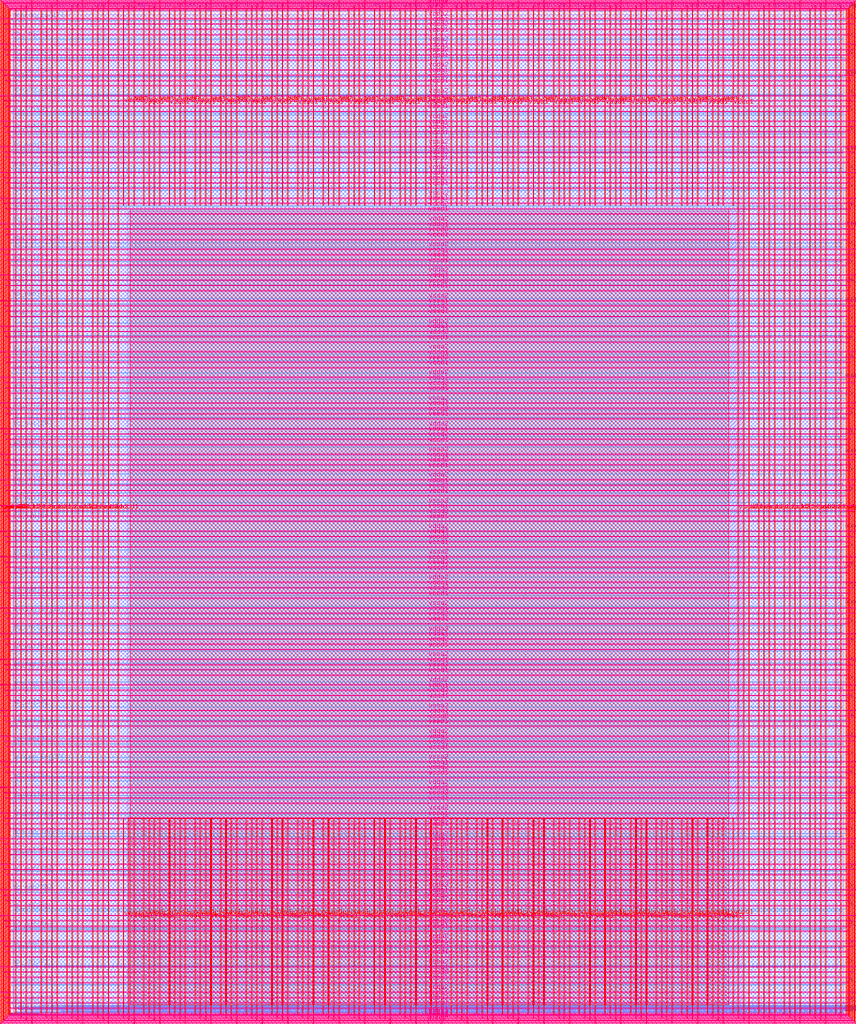
<source format=lef>
VERSION 5.7 ;
  NOWIREEXTENSIONATPIN ON ;
  DIVIDERCHAR "/" ;
  BUSBITCHARS "[]" ;
MACRO user_project_wrapper
  CLASS BLOCK ;
  FOREIGN user_project_wrapper ;
  ORIGIN 0.000 0.000 ;
  SIZE 2920.000 BY 3520.000 ;
  PIN analog_io[0]
    DIRECTION INOUT ;
    USE SIGNAL ;
    PORT
      LAYER met3 ;
        RECT 2917.600 1426.380 2924.800 1427.580 ;
    END
  END analog_io[0]
  PIN analog_io[10]
    DIRECTION INOUT ;
    USE SIGNAL ;
    PORT
      LAYER met2 ;
        RECT 2230.490 3517.600 2231.050 3524.800 ;
    END
  END analog_io[10]
  PIN analog_io[11]
    DIRECTION INOUT ;
    USE SIGNAL ;
    PORT
      LAYER met2 ;
        RECT 1905.730 3517.600 1906.290 3524.800 ;
    END
  END analog_io[11]
  PIN analog_io[12]
    DIRECTION INOUT ;
    USE SIGNAL ;
    PORT
      LAYER met2 ;
        RECT 1581.430 3517.600 1581.990 3524.800 ;
    END
  END analog_io[12]
  PIN analog_io[13]
    DIRECTION INOUT ;
    USE SIGNAL ;
    PORT
      LAYER met2 ;
        RECT 1257.130 3517.600 1257.690 3524.800 ;
    END
  END analog_io[13]
  PIN analog_io[14]
    DIRECTION INOUT ;
    USE SIGNAL ;
    PORT
      LAYER met2 ;
        RECT 932.370 3517.600 932.930 3524.800 ;
    END
  END analog_io[14]
  PIN analog_io[15]
    DIRECTION INOUT ;
    USE SIGNAL ;
    PORT
      LAYER met2 ;
        RECT 608.070 3517.600 608.630 3524.800 ;
    END
  END analog_io[15]
  PIN analog_io[16]
    DIRECTION INOUT ;
    USE SIGNAL ;
    PORT
      LAYER met2 ;
        RECT 283.770 3517.600 284.330 3524.800 ;
    END
  END analog_io[16]
  PIN analog_io[17]
    DIRECTION INOUT ;
    USE SIGNAL ;
    PORT
      LAYER met3 ;
        RECT -4.800 3486.100 2.400 3487.300 ;
    END
  END analog_io[17]
  PIN analog_io[18]
    DIRECTION INOUT ;
    USE SIGNAL ;
    PORT
      LAYER met3 ;
        RECT -4.800 3224.980 2.400 3226.180 ;
    END
  END analog_io[18]
  PIN analog_io[19]
    DIRECTION INOUT ;
    USE SIGNAL ;
    PORT
      LAYER met3 ;
        RECT -4.800 2964.540 2.400 2965.740 ;
    END
  END analog_io[19]
  PIN analog_io[1]
    DIRECTION INOUT ;
    USE SIGNAL ;
    PORT
      LAYER met3 ;
        RECT 2917.600 1692.260 2924.800 1693.460 ;
    END
  END analog_io[1]
  PIN analog_io[20]
    DIRECTION INOUT ;
    USE SIGNAL ;
    PORT
      LAYER met3 ;
        RECT -4.800 2703.420 2.400 2704.620 ;
    END
  END analog_io[20]
  PIN analog_io[21]
    DIRECTION INOUT ;
    USE SIGNAL ;
    PORT
      LAYER met3 ;
        RECT -4.800 2442.980 2.400 2444.180 ;
    END
  END analog_io[21]
  PIN analog_io[22]
    DIRECTION INOUT ;
    USE SIGNAL ;
    PORT
      LAYER met3 ;
        RECT -4.800 2182.540 2.400 2183.740 ;
    END
  END analog_io[22]
  PIN analog_io[23]
    DIRECTION INOUT ;
    USE SIGNAL ;
    PORT
      LAYER met3 ;
        RECT -4.800 1921.420 2.400 1922.620 ;
    END
  END analog_io[23]
  PIN analog_io[24]
    DIRECTION INOUT ;
    USE SIGNAL ;
    PORT
      LAYER met3 ;
        RECT -4.800 1660.980 2.400 1662.180 ;
    END
  END analog_io[24]
  PIN analog_io[25]
    DIRECTION INOUT ;
    USE SIGNAL ;
    PORT
      LAYER met3 ;
        RECT -4.800 1399.860 2.400 1401.060 ;
    END
  END analog_io[25]
  PIN analog_io[26]
    DIRECTION INOUT ;
    USE SIGNAL ;
    PORT
      LAYER met3 ;
        RECT -4.800 1139.420 2.400 1140.620 ;
    END
  END analog_io[26]
  PIN analog_io[27]
    DIRECTION INOUT ;
    USE SIGNAL ;
    PORT
      LAYER met3 ;
        RECT -4.800 878.980 2.400 880.180 ;
    END
  END analog_io[27]
  PIN analog_io[28]
    DIRECTION INOUT ;
    USE SIGNAL ;
    PORT
      LAYER met3 ;
        RECT -4.800 617.860 2.400 619.060 ;
    END
  END analog_io[28]
  PIN analog_io[2]
    DIRECTION INOUT ;
    USE SIGNAL ;
    PORT
      LAYER met3 ;
        RECT 2917.600 1958.140 2924.800 1959.340 ;
    END
  END analog_io[2]
  PIN analog_io[3]
    DIRECTION INOUT ;
    USE SIGNAL ;
    PORT
      LAYER met3 ;
        RECT 2917.600 2223.340 2924.800 2224.540 ;
    END
  END analog_io[3]
  PIN analog_io[4]
    DIRECTION INOUT ;
    USE SIGNAL ;
    PORT
      LAYER met3 ;
        RECT 2917.600 2489.220 2924.800 2490.420 ;
    END
  END analog_io[4]
  PIN analog_io[5]
    DIRECTION INOUT ;
    USE SIGNAL ;
    PORT
      LAYER met3 ;
        RECT 2917.600 2755.100 2924.800 2756.300 ;
    END
  END analog_io[5]
  PIN analog_io[6]
    DIRECTION INOUT ;
    USE SIGNAL ;
    PORT
      LAYER met3 ;
        RECT 2917.600 3020.300 2924.800 3021.500 ;
    END
  END analog_io[6]
  PIN analog_io[7]
    DIRECTION INOUT ;
    USE SIGNAL ;
    PORT
      LAYER met3 ;
        RECT 2917.600 3286.180 2924.800 3287.380 ;
    END
  END analog_io[7]
  PIN analog_io[8]
    DIRECTION INOUT ;
    USE SIGNAL ;
    PORT
      LAYER met2 ;
        RECT 2879.090 3517.600 2879.650 3524.800 ;
    END
  END analog_io[8]
  PIN analog_io[9]
    DIRECTION INOUT ;
    USE SIGNAL ;
    PORT
      LAYER met2 ;
        RECT 2554.790 3517.600 2555.350 3524.800 ;
    END
  END analog_io[9]
  PIN io_in[0]
    DIRECTION INPUT ;
    USE SIGNAL ;
    PORT
      LAYER met3 ;
        RECT 2917.600 32.380 2924.800 33.580 ;
    END
  END io_in[0]
  PIN io_in[10]
    DIRECTION INPUT ;
    USE SIGNAL ;
    PORT
      LAYER met3 ;
        RECT 2917.600 2289.980 2924.800 2291.180 ;
    END
  END io_in[10]
  PIN io_in[11]
    DIRECTION INPUT ;
    USE SIGNAL ;
    PORT
      LAYER met3 ;
        RECT 2917.600 2555.860 2924.800 2557.060 ;
    END
  END io_in[11]
  PIN io_in[12]
    DIRECTION INPUT ;
    USE SIGNAL ;
    PORT
      LAYER met3 ;
        RECT 2917.600 2821.060 2924.800 2822.260 ;
    END
  END io_in[12]
  PIN io_in[13]
    DIRECTION INPUT ;
    USE SIGNAL ;
    PORT
      LAYER met3 ;
        RECT 2917.600 3086.940 2924.800 3088.140 ;
    END
  END io_in[13]
  PIN io_in[14]
    DIRECTION INPUT ;
    USE SIGNAL ;
    PORT
      LAYER met3 ;
        RECT 2917.600 3352.820 2924.800 3354.020 ;
    END
  END io_in[14]
  PIN io_in[15]
    DIRECTION INPUT ;
    USE SIGNAL ;
    PORT
      LAYER met2 ;
        RECT 2798.130 3517.600 2798.690 3524.800 ;
    END
  END io_in[15]
  PIN io_in[16]
    DIRECTION INPUT ;
    USE SIGNAL ;
    PORT
      LAYER met2 ;
        RECT 2473.830 3517.600 2474.390 3524.800 ;
    END
  END io_in[16]
  PIN io_in[17]
    DIRECTION INPUT ;
    USE SIGNAL ;
    PORT
      LAYER met2 ;
        RECT 2149.070 3517.600 2149.630 3524.800 ;
    END
  END io_in[17]
  PIN io_in[18]
    DIRECTION INPUT ;
    USE SIGNAL ;
    PORT
      LAYER met2 ;
        RECT 1824.770 3517.600 1825.330 3524.800 ;
    END
  END io_in[18]
  PIN io_in[19]
    DIRECTION INPUT ;
    USE SIGNAL ;
    PORT
      LAYER met2 ;
        RECT 1500.470 3517.600 1501.030 3524.800 ;
    END
  END io_in[19]
  PIN io_in[1]
    DIRECTION INPUT ;
    USE SIGNAL ;
    PORT
      LAYER met3 ;
        RECT 2917.600 230.940 2924.800 232.140 ;
    END
  END io_in[1]
  PIN io_in[20]
    DIRECTION INPUT ;
    USE SIGNAL ;
    PORT
      LAYER met2 ;
        RECT 1175.710 3517.600 1176.270 3524.800 ;
    END
  END io_in[20]
  PIN io_in[21]
    DIRECTION INPUT ;
    USE SIGNAL ;
    PORT
      LAYER met2 ;
        RECT 851.410 3517.600 851.970 3524.800 ;
    END
  END io_in[21]
  PIN io_in[22]
    DIRECTION INPUT ;
    USE SIGNAL ;
    PORT
      LAYER met2 ;
        RECT 527.110 3517.600 527.670 3524.800 ;
    END
  END io_in[22]
  PIN io_in[23]
    DIRECTION INPUT ;
    USE SIGNAL ;
    PORT
      LAYER met2 ;
        RECT 202.350 3517.600 202.910 3524.800 ;
    END
  END io_in[23]
  PIN io_in[24]
    DIRECTION INPUT ;
    USE SIGNAL ;
    PORT
      LAYER met3 ;
        RECT -4.800 3420.820 2.400 3422.020 ;
    END
  END io_in[24]
  PIN io_in[25]
    DIRECTION INPUT ;
    USE SIGNAL ;
    PORT
      LAYER met3 ;
        RECT -4.800 3159.700 2.400 3160.900 ;
    END
  END io_in[25]
  PIN io_in[26]
    DIRECTION INPUT ;
    USE SIGNAL ;
    PORT
      LAYER met3 ;
        RECT -4.800 2899.260 2.400 2900.460 ;
    END
  END io_in[26]
  PIN io_in[27]
    DIRECTION INPUT ;
    USE SIGNAL ;
    PORT
      LAYER met3 ;
        RECT -4.800 2638.820 2.400 2640.020 ;
    END
  END io_in[27]
  PIN io_in[28]
    DIRECTION INPUT ;
    USE SIGNAL ;
    PORT
      LAYER met3 ;
        RECT -4.800 2377.700 2.400 2378.900 ;
    END
  END io_in[28]
  PIN io_in[29]
    DIRECTION INPUT ;
    USE SIGNAL ;
    PORT
      LAYER met3 ;
        RECT -4.800 2117.260 2.400 2118.460 ;
    END
  END io_in[29]
  PIN io_in[2]
    DIRECTION INPUT ;
    USE SIGNAL ;
    PORT
      LAYER met3 ;
        RECT 2917.600 430.180 2924.800 431.380 ;
    END
  END io_in[2]
  PIN io_in[30]
    DIRECTION INPUT ;
    USE SIGNAL ;
    PORT
      LAYER met3 ;
        RECT -4.800 1856.140 2.400 1857.340 ;
    END
  END io_in[30]
  PIN io_in[31]
    DIRECTION INPUT ;
    USE SIGNAL ;
    PORT
      LAYER met3 ;
        RECT -4.800 1595.700 2.400 1596.900 ;
    END
  END io_in[31]
  PIN io_in[32]
    DIRECTION INPUT ;
    USE SIGNAL ;
    PORT
      LAYER met3 ;
        RECT -4.800 1335.260 2.400 1336.460 ;
    END
  END io_in[32]
  PIN io_in[33]
    DIRECTION INPUT ;
    USE SIGNAL ;
    PORT
      LAYER met3 ;
        RECT -4.800 1074.140 2.400 1075.340 ;
    END
  END io_in[33]
  PIN io_in[34]
    DIRECTION INPUT ;
    USE SIGNAL ;
    PORT
      LAYER met3 ;
        RECT -4.800 813.700 2.400 814.900 ;
    END
  END io_in[34]
  PIN io_in[35]
    DIRECTION INPUT ;
    USE SIGNAL ;
    PORT
      LAYER met3 ;
        RECT -4.800 552.580 2.400 553.780 ;
    END
  END io_in[35]
  PIN io_in[36]
    DIRECTION INPUT ;
    USE SIGNAL ;
    PORT
      LAYER met3 ;
        RECT -4.800 357.420 2.400 358.620 ;
    END
  END io_in[36]
  PIN io_in[37]
    DIRECTION INPUT ;
    USE SIGNAL ;
    PORT
      LAYER met3 ;
        RECT -4.800 161.580 2.400 162.780 ;
    END
  END io_in[37]
  PIN io_in[3]
    DIRECTION INPUT ;
    USE SIGNAL ;
    PORT
      LAYER met3 ;
        RECT 2917.600 629.420 2924.800 630.620 ;
    END
  END io_in[3]
  PIN io_in[4]
    DIRECTION INPUT ;
    USE SIGNAL ;
    PORT
      LAYER met3 ;
        RECT 2917.600 828.660 2924.800 829.860 ;
    END
  END io_in[4]
  PIN io_in[5]
    DIRECTION INPUT ;
    USE SIGNAL ;
    PORT
      LAYER met3 ;
        RECT 2917.600 1027.900 2924.800 1029.100 ;
    END
  END io_in[5]
  PIN io_in[6]
    DIRECTION INPUT ;
    USE SIGNAL ;
    PORT
      LAYER met3 ;
        RECT 2917.600 1227.140 2924.800 1228.340 ;
    END
  END io_in[6]
  PIN io_in[7]
    DIRECTION INPUT ;
    USE SIGNAL ;
    PORT
      LAYER met3 ;
        RECT 2917.600 1493.020 2924.800 1494.220 ;
    END
  END io_in[7]
  PIN io_in[8]
    DIRECTION INPUT ;
    USE SIGNAL ;
    PORT
      LAYER met3 ;
        RECT 2917.600 1758.900 2924.800 1760.100 ;
    END
  END io_in[8]
  PIN io_in[9]
    DIRECTION INPUT ;
    USE SIGNAL ;
    PORT
      LAYER met3 ;
        RECT 2917.600 2024.100 2924.800 2025.300 ;
    END
  END io_in[9]
  PIN io_oeb[0]
    DIRECTION OUTPUT TRISTATE ;
    USE SIGNAL ;
    PORT
      LAYER met3 ;
        RECT 2917.600 164.980 2924.800 166.180 ;
    END
  END io_oeb[0]
  PIN io_oeb[10]
    DIRECTION OUTPUT TRISTATE ;
    USE SIGNAL ;
    PORT
      LAYER met3 ;
        RECT 2917.600 2422.580 2924.800 2423.780 ;
    END
  END io_oeb[10]
  PIN io_oeb[11]
    DIRECTION OUTPUT TRISTATE ;
    USE SIGNAL ;
    PORT
      LAYER met3 ;
        RECT 2917.600 2688.460 2924.800 2689.660 ;
    END
  END io_oeb[11]
  PIN io_oeb[12]
    DIRECTION OUTPUT TRISTATE ;
    USE SIGNAL ;
    PORT
      LAYER met3 ;
        RECT 2917.600 2954.340 2924.800 2955.540 ;
    END
  END io_oeb[12]
  PIN io_oeb[13]
    DIRECTION OUTPUT TRISTATE ;
    USE SIGNAL ;
    PORT
      LAYER met3 ;
        RECT 2917.600 3219.540 2924.800 3220.740 ;
    END
  END io_oeb[13]
  PIN io_oeb[14]
    DIRECTION OUTPUT TRISTATE ;
    USE SIGNAL ;
    PORT
      LAYER met3 ;
        RECT 2917.600 3485.420 2924.800 3486.620 ;
    END
  END io_oeb[14]
  PIN io_oeb[15]
    DIRECTION OUTPUT TRISTATE ;
    USE SIGNAL ;
    PORT
      LAYER met2 ;
        RECT 2635.750 3517.600 2636.310 3524.800 ;
    END
  END io_oeb[15]
  PIN io_oeb[16]
    DIRECTION OUTPUT TRISTATE ;
    USE SIGNAL ;
    PORT
      LAYER met2 ;
        RECT 2311.450 3517.600 2312.010 3524.800 ;
    END
  END io_oeb[16]
  PIN io_oeb[17]
    DIRECTION OUTPUT TRISTATE ;
    USE SIGNAL ;
    PORT
      LAYER met2 ;
        RECT 1987.150 3517.600 1987.710 3524.800 ;
    END
  END io_oeb[17]
  PIN io_oeb[18]
    DIRECTION OUTPUT TRISTATE ;
    USE SIGNAL ;
    PORT
      LAYER met2 ;
        RECT 1662.390 3517.600 1662.950 3524.800 ;
    END
  END io_oeb[18]
  PIN io_oeb[19]
    DIRECTION OUTPUT TRISTATE ;
    USE SIGNAL ;
    PORT
      LAYER met2 ;
        RECT 1338.090 3517.600 1338.650 3524.800 ;
    END
  END io_oeb[19]
  PIN io_oeb[1]
    DIRECTION OUTPUT TRISTATE ;
    USE SIGNAL ;
    PORT
      LAYER met3 ;
        RECT 2917.600 364.220 2924.800 365.420 ;
    END
  END io_oeb[1]
  PIN io_oeb[20]
    DIRECTION OUTPUT TRISTATE ;
    USE SIGNAL ;
    PORT
      LAYER met2 ;
        RECT 1013.790 3517.600 1014.350 3524.800 ;
    END
  END io_oeb[20]
  PIN io_oeb[21]
    DIRECTION OUTPUT TRISTATE ;
    USE SIGNAL ;
    PORT
      LAYER met2 ;
        RECT 689.030 3517.600 689.590 3524.800 ;
    END
  END io_oeb[21]
  PIN io_oeb[22]
    DIRECTION OUTPUT TRISTATE ;
    USE SIGNAL ;
    PORT
      LAYER met2 ;
        RECT 364.730 3517.600 365.290 3524.800 ;
    END
  END io_oeb[22]
  PIN io_oeb[23]
    DIRECTION OUTPUT TRISTATE ;
    USE SIGNAL ;
    PORT
      LAYER met2 ;
        RECT 40.430 3517.600 40.990 3524.800 ;
    END
  END io_oeb[23]
  PIN io_oeb[24]
    DIRECTION OUTPUT TRISTATE ;
    USE SIGNAL ;
    PORT
      LAYER met3 ;
        RECT -4.800 3290.260 2.400 3291.460 ;
    END
  END io_oeb[24]
  PIN io_oeb[25]
    DIRECTION OUTPUT TRISTATE ;
    USE SIGNAL ;
    PORT
      LAYER met3 ;
        RECT -4.800 3029.820 2.400 3031.020 ;
    END
  END io_oeb[25]
  PIN io_oeb[26]
    DIRECTION OUTPUT TRISTATE ;
    USE SIGNAL ;
    PORT
      LAYER met3 ;
        RECT -4.800 2768.700 2.400 2769.900 ;
    END
  END io_oeb[26]
  PIN io_oeb[27]
    DIRECTION OUTPUT TRISTATE ;
    USE SIGNAL ;
    PORT
      LAYER met3 ;
        RECT -4.800 2508.260 2.400 2509.460 ;
    END
  END io_oeb[27]
  PIN io_oeb[28]
    DIRECTION OUTPUT TRISTATE ;
    USE SIGNAL ;
    PORT
      LAYER met3 ;
        RECT -4.800 2247.140 2.400 2248.340 ;
    END
  END io_oeb[28]
  PIN io_oeb[29]
    DIRECTION OUTPUT TRISTATE ;
    USE SIGNAL ;
    PORT
      LAYER met3 ;
        RECT -4.800 1986.700 2.400 1987.900 ;
    END
  END io_oeb[29]
  PIN io_oeb[2]
    DIRECTION OUTPUT TRISTATE ;
    USE SIGNAL ;
    PORT
      LAYER met3 ;
        RECT 2917.600 563.460 2924.800 564.660 ;
    END
  END io_oeb[2]
  PIN io_oeb[30]
    DIRECTION OUTPUT TRISTATE ;
    USE SIGNAL ;
    PORT
      LAYER met3 ;
        RECT -4.800 1726.260 2.400 1727.460 ;
    END
  END io_oeb[30]
  PIN io_oeb[31]
    DIRECTION OUTPUT TRISTATE ;
    USE SIGNAL ;
    PORT
      LAYER met3 ;
        RECT -4.800 1465.140 2.400 1466.340 ;
    END
  END io_oeb[31]
  PIN io_oeb[32]
    DIRECTION OUTPUT TRISTATE ;
    USE SIGNAL ;
    PORT
      LAYER met3 ;
        RECT -4.800 1204.700 2.400 1205.900 ;
    END
  END io_oeb[32]
  PIN io_oeb[33]
    DIRECTION OUTPUT TRISTATE ;
    USE SIGNAL ;
    PORT
      LAYER met3 ;
        RECT -4.800 943.580 2.400 944.780 ;
    END
  END io_oeb[33]
  PIN io_oeb[34]
    DIRECTION OUTPUT TRISTATE ;
    USE SIGNAL ;
    PORT
      LAYER met3 ;
        RECT -4.800 683.140 2.400 684.340 ;
    END
  END io_oeb[34]
  PIN io_oeb[35]
    DIRECTION OUTPUT TRISTATE ;
    USE SIGNAL ;
    PORT
      LAYER met3 ;
        RECT -4.800 422.700 2.400 423.900 ;
    END
  END io_oeb[35]
  PIN io_oeb[36]
    DIRECTION OUTPUT TRISTATE ;
    USE SIGNAL ;
    PORT
      LAYER met3 ;
        RECT -4.800 226.860 2.400 228.060 ;
    END
  END io_oeb[36]
  PIN io_oeb[37]
    DIRECTION OUTPUT TRISTATE ;
    USE SIGNAL ;
    PORT
      LAYER met3 ;
        RECT -4.800 31.700 2.400 32.900 ;
    END
  END io_oeb[37]
  PIN io_oeb[3]
    DIRECTION OUTPUT TRISTATE ;
    USE SIGNAL ;
    PORT
      LAYER met3 ;
        RECT 2917.600 762.700 2924.800 763.900 ;
    END
  END io_oeb[3]
  PIN io_oeb[4]
    DIRECTION OUTPUT TRISTATE ;
    USE SIGNAL ;
    PORT
      LAYER met3 ;
        RECT 2917.600 961.940 2924.800 963.140 ;
    END
  END io_oeb[4]
  PIN io_oeb[5]
    DIRECTION OUTPUT TRISTATE ;
    USE SIGNAL ;
    PORT
      LAYER met3 ;
        RECT 2917.600 1161.180 2924.800 1162.380 ;
    END
  END io_oeb[5]
  PIN io_oeb[6]
    DIRECTION OUTPUT TRISTATE ;
    USE SIGNAL ;
    PORT
      LAYER met3 ;
        RECT 2917.600 1360.420 2924.800 1361.620 ;
    END
  END io_oeb[6]
  PIN io_oeb[7]
    DIRECTION OUTPUT TRISTATE ;
    USE SIGNAL ;
    PORT
      LAYER met3 ;
        RECT 2917.600 1625.620 2924.800 1626.820 ;
    END
  END io_oeb[7]
  PIN io_oeb[8]
    DIRECTION OUTPUT TRISTATE ;
    USE SIGNAL ;
    PORT
      LAYER met3 ;
        RECT 2917.600 1891.500 2924.800 1892.700 ;
    END
  END io_oeb[8]
  PIN io_oeb[9]
    DIRECTION OUTPUT TRISTATE ;
    USE SIGNAL ;
    PORT
      LAYER met3 ;
        RECT 2917.600 2157.380 2924.800 2158.580 ;
    END
  END io_oeb[9]
  PIN io_out[0]
    DIRECTION OUTPUT TRISTATE ;
    USE SIGNAL ;
    PORT
      LAYER met3 ;
        RECT 2917.600 98.340 2924.800 99.540 ;
    END
  END io_out[0]
  PIN io_out[10]
    DIRECTION OUTPUT TRISTATE ;
    USE SIGNAL ;
    PORT
      LAYER met3 ;
        RECT 2917.600 2356.620 2924.800 2357.820 ;
    END
  END io_out[10]
  PIN io_out[11]
    DIRECTION OUTPUT TRISTATE ;
    USE SIGNAL ;
    PORT
      LAYER met3 ;
        RECT 2917.600 2621.820 2924.800 2623.020 ;
    END
  END io_out[11]
  PIN io_out[12]
    DIRECTION OUTPUT TRISTATE ;
    USE SIGNAL ;
    PORT
      LAYER met3 ;
        RECT 2917.600 2887.700 2924.800 2888.900 ;
    END
  END io_out[12]
  PIN io_out[13]
    DIRECTION OUTPUT TRISTATE ;
    USE SIGNAL ;
    PORT
      LAYER met3 ;
        RECT 2917.600 3153.580 2924.800 3154.780 ;
    END
  END io_out[13]
  PIN io_out[14]
    DIRECTION OUTPUT TRISTATE ;
    USE SIGNAL ;
    PORT
      LAYER met3 ;
        RECT 2917.600 3418.780 2924.800 3419.980 ;
    END
  END io_out[14]
  PIN io_out[15]
    DIRECTION OUTPUT TRISTATE ;
    USE SIGNAL ;
    PORT
      LAYER met2 ;
        RECT 2717.170 3517.600 2717.730 3524.800 ;
    END
  END io_out[15]
  PIN io_out[16]
    DIRECTION OUTPUT TRISTATE ;
    USE SIGNAL ;
    PORT
      LAYER met2 ;
        RECT 2392.410 3517.600 2392.970 3524.800 ;
    END
  END io_out[16]
  PIN io_out[17]
    DIRECTION OUTPUT TRISTATE ;
    USE SIGNAL ;
    PORT
      LAYER met2 ;
        RECT 2068.110 3517.600 2068.670 3524.800 ;
    END
  END io_out[17]
  PIN io_out[18]
    DIRECTION OUTPUT TRISTATE ;
    USE SIGNAL ;
    PORT
      LAYER met2 ;
        RECT 1743.810 3517.600 1744.370 3524.800 ;
    END
  END io_out[18]
  PIN io_out[19]
    DIRECTION OUTPUT TRISTATE ;
    USE SIGNAL ;
    PORT
      LAYER met2 ;
        RECT 1419.050 3517.600 1419.610 3524.800 ;
    END
  END io_out[19]
  PIN io_out[1]
    DIRECTION OUTPUT TRISTATE ;
    USE SIGNAL ;
    PORT
      LAYER met3 ;
        RECT 2917.600 297.580 2924.800 298.780 ;
    END
  END io_out[1]
  PIN io_out[20]
    DIRECTION OUTPUT TRISTATE ;
    USE SIGNAL ;
    PORT
      LAYER met2 ;
        RECT 1094.750 3517.600 1095.310 3524.800 ;
    END
  END io_out[20]
  PIN io_out[21]
    DIRECTION OUTPUT TRISTATE ;
    USE SIGNAL ;
    PORT
      LAYER met2 ;
        RECT 770.450 3517.600 771.010 3524.800 ;
    END
  END io_out[21]
  PIN io_out[22]
    DIRECTION OUTPUT TRISTATE ;
    USE SIGNAL ;
    PORT
      LAYER met2 ;
        RECT 445.690 3517.600 446.250 3524.800 ;
    END
  END io_out[22]
  PIN io_out[23]
    DIRECTION OUTPUT TRISTATE ;
    USE SIGNAL ;
    PORT
      LAYER met2 ;
        RECT 121.390 3517.600 121.950 3524.800 ;
    END
  END io_out[23]
  PIN io_out[24]
    DIRECTION OUTPUT TRISTATE ;
    USE SIGNAL ;
    PORT
      LAYER met3 ;
        RECT -4.800 3355.540 2.400 3356.740 ;
    END
  END io_out[24]
  PIN io_out[25]
    DIRECTION OUTPUT TRISTATE ;
    USE SIGNAL ;
    PORT
      LAYER met3 ;
        RECT -4.800 3095.100 2.400 3096.300 ;
    END
  END io_out[25]
  PIN io_out[26]
    DIRECTION OUTPUT TRISTATE ;
    USE SIGNAL ;
    PORT
      LAYER met3 ;
        RECT -4.800 2833.980 2.400 2835.180 ;
    END
  END io_out[26]
  PIN io_out[27]
    DIRECTION OUTPUT TRISTATE ;
    USE SIGNAL ;
    PORT
      LAYER met3 ;
        RECT -4.800 2573.540 2.400 2574.740 ;
    END
  END io_out[27]
  PIN io_out[28]
    DIRECTION OUTPUT TRISTATE ;
    USE SIGNAL ;
    PORT
      LAYER met3 ;
        RECT -4.800 2312.420 2.400 2313.620 ;
    END
  END io_out[28]
  PIN io_out[29]
    DIRECTION OUTPUT TRISTATE ;
    USE SIGNAL ;
    PORT
      LAYER met3 ;
        RECT -4.800 2051.980 2.400 2053.180 ;
    END
  END io_out[29]
  PIN io_out[2]
    DIRECTION OUTPUT TRISTATE ;
    USE SIGNAL ;
    PORT
      LAYER met3 ;
        RECT 2917.600 496.820 2924.800 498.020 ;
    END
  END io_out[2]
  PIN io_out[30]
    DIRECTION OUTPUT TRISTATE ;
    USE SIGNAL ;
    PORT
      LAYER met3 ;
        RECT -4.800 1791.540 2.400 1792.740 ;
    END
  END io_out[30]
  PIN io_out[31]
    DIRECTION OUTPUT TRISTATE ;
    USE SIGNAL ;
    PORT
      LAYER met3 ;
        RECT -4.800 1530.420 2.400 1531.620 ;
    END
  END io_out[31]
  PIN io_out[32]
    DIRECTION OUTPUT TRISTATE ;
    USE SIGNAL ;
    PORT
      LAYER met3 ;
        RECT -4.800 1269.980 2.400 1271.180 ;
    END
  END io_out[32]
  PIN io_out[33]
    DIRECTION OUTPUT TRISTATE ;
    USE SIGNAL ;
    PORT
      LAYER met3 ;
        RECT -4.800 1008.860 2.400 1010.060 ;
    END
  END io_out[33]
  PIN io_out[34]
    DIRECTION OUTPUT TRISTATE ;
    USE SIGNAL ;
    PORT
      LAYER met3 ;
        RECT -4.800 748.420 2.400 749.620 ;
    END
  END io_out[34]
  PIN io_out[35]
    DIRECTION OUTPUT TRISTATE ;
    USE SIGNAL ;
    PORT
      LAYER met3 ;
        RECT -4.800 487.300 2.400 488.500 ;
    END
  END io_out[35]
  PIN io_out[36]
    DIRECTION OUTPUT TRISTATE ;
    USE SIGNAL ;
    PORT
      LAYER met3 ;
        RECT -4.800 292.140 2.400 293.340 ;
    END
  END io_out[36]
  PIN io_out[37]
    DIRECTION OUTPUT TRISTATE ;
    USE SIGNAL ;
    PORT
      LAYER met3 ;
        RECT -4.800 96.300 2.400 97.500 ;
    END
  END io_out[37]
  PIN io_out[3]
    DIRECTION OUTPUT TRISTATE ;
    USE SIGNAL ;
    PORT
      LAYER met3 ;
        RECT 2917.600 696.060 2924.800 697.260 ;
    END
  END io_out[3]
  PIN io_out[4]
    DIRECTION OUTPUT TRISTATE ;
    USE SIGNAL ;
    PORT
      LAYER met3 ;
        RECT 2917.600 895.300 2924.800 896.500 ;
    END
  END io_out[4]
  PIN io_out[5]
    DIRECTION OUTPUT TRISTATE ;
    USE SIGNAL ;
    PORT
      LAYER met3 ;
        RECT 2917.600 1094.540 2924.800 1095.740 ;
    END
  END io_out[5]
  PIN io_out[6]
    DIRECTION OUTPUT TRISTATE ;
    USE SIGNAL ;
    PORT
      LAYER met3 ;
        RECT 2917.600 1293.780 2924.800 1294.980 ;
    END
  END io_out[6]
  PIN io_out[7]
    DIRECTION OUTPUT TRISTATE ;
    USE SIGNAL ;
    PORT
      LAYER met3 ;
        RECT 2917.600 1559.660 2924.800 1560.860 ;
    END
  END io_out[7]
  PIN io_out[8]
    DIRECTION OUTPUT TRISTATE ;
    USE SIGNAL ;
    PORT
      LAYER met3 ;
        RECT 2917.600 1824.860 2924.800 1826.060 ;
    END
  END io_out[8]
  PIN io_out[9]
    DIRECTION OUTPUT TRISTATE ;
    USE SIGNAL ;
    PORT
      LAYER met3 ;
        RECT 2917.600 2090.740 2924.800 2091.940 ;
    END
  END io_out[9]
  PIN la_data_in[0]
    DIRECTION INPUT ;
    USE SIGNAL ;
    PORT
      LAYER met2 ;
        RECT 629.230 -4.800 629.790 2.400 ;
    END
  END la_data_in[0]
  PIN la_data_in[100]
    DIRECTION INPUT ;
    USE SIGNAL ;
    PORT
      LAYER met2 ;
        RECT 2402.530 -4.800 2403.090 2.400 ;
    END
  END la_data_in[100]
  PIN la_data_in[101]
    DIRECTION INPUT ;
    USE SIGNAL ;
    PORT
      LAYER met2 ;
        RECT 2420.010 -4.800 2420.570 2.400 ;
    END
  END la_data_in[101]
  PIN la_data_in[102]
    DIRECTION INPUT ;
    USE SIGNAL ;
    PORT
      LAYER met2 ;
        RECT 2437.950 -4.800 2438.510 2.400 ;
    END
  END la_data_in[102]
  PIN la_data_in[103]
    DIRECTION INPUT ;
    USE SIGNAL ;
    PORT
      LAYER met2 ;
        RECT 2455.430 -4.800 2455.990 2.400 ;
    END
  END la_data_in[103]
  PIN la_data_in[104]
    DIRECTION INPUT ;
    USE SIGNAL ;
    PORT
      LAYER met2 ;
        RECT 2473.370 -4.800 2473.930 2.400 ;
    END
  END la_data_in[104]
  PIN la_data_in[105]
    DIRECTION INPUT ;
    USE SIGNAL ;
    PORT
      LAYER met2 ;
        RECT 2490.850 -4.800 2491.410 2.400 ;
    END
  END la_data_in[105]
  PIN la_data_in[106]
    DIRECTION INPUT ;
    USE SIGNAL ;
    PORT
      LAYER met2 ;
        RECT 2508.790 -4.800 2509.350 2.400 ;
    END
  END la_data_in[106]
  PIN la_data_in[107]
    DIRECTION INPUT ;
    USE SIGNAL ;
    PORT
      LAYER met2 ;
        RECT 2526.730 -4.800 2527.290 2.400 ;
    END
  END la_data_in[107]
  PIN la_data_in[108]
    DIRECTION INPUT ;
    USE SIGNAL ;
    PORT
      LAYER met2 ;
        RECT 2544.210 -4.800 2544.770 2.400 ;
    END
  END la_data_in[108]
  PIN la_data_in[109]
    DIRECTION INPUT ;
    USE SIGNAL ;
    PORT
      LAYER met2 ;
        RECT 2562.150 -4.800 2562.710 2.400 ;
    END
  END la_data_in[109]
  PIN la_data_in[10]
    DIRECTION INPUT ;
    USE SIGNAL ;
    PORT
      LAYER met2 ;
        RECT 806.330 -4.800 806.890 2.400 ;
    END
  END la_data_in[10]
  PIN la_data_in[110]
    DIRECTION INPUT ;
    USE SIGNAL ;
    PORT
      LAYER met2 ;
        RECT 2579.630 -4.800 2580.190 2.400 ;
    END
  END la_data_in[110]
  PIN la_data_in[111]
    DIRECTION INPUT ;
    USE SIGNAL ;
    PORT
      LAYER met2 ;
        RECT 2597.570 -4.800 2598.130 2.400 ;
    END
  END la_data_in[111]
  PIN la_data_in[112]
    DIRECTION INPUT ;
    USE SIGNAL ;
    PORT
      LAYER met2 ;
        RECT 2615.050 -4.800 2615.610 2.400 ;
    END
  END la_data_in[112]
  PIN la_data_in[113]
    DIRECTION INPUT ;
    USE SIGNAL ;
    PORT
      LAYER met2 ;
        RECT 2632.990 -4.800 2633.550 2.400 ;
    END
  END la_data_in[113]
  PIN la_data_in[114]
    DIRECTION INPUT ;
    USE SIGNAL ;
    PORT
      LAYER met2 ;
        RECT 2650.470 -4.800 2651.030 2.400 ;
    END
  END la_data_in[114]
  PIN la_data_in[115]
    DIRECTION INPUT ;
    USE SIGNAL ;
    PORT
      LAYER met2 ;
        RECT 2668.410 -4.800 2668.970 2.400 ;
    END
  END la_data_in[115]
  PIN la_data_in[116]
    DIRECTION INPUT ;
    USE SIGNAL ;
    PORT
      LAYER met2 ;
        RECT 2685.890 -4.800 2686.450 2.400 ;
    END
  END la_data_in[116]
  PIN la_data_in[117]
    DIRECTION INPUT ;
    USE SIGNAL ;
    PORT
      LAYER met2 ;
        RECT 2703.830 -4.800 2704.390 2.400 ;
    END
  END la_data_in[117]
  PIN la_data_in[118]
    DIRECTION INPUT ;
    USE SIGNAL ;
    PORT
      LAYER met2 ;
        RECT 2721.770 -4.800 2722.330 2.400 ;
    END
  END la_data_in[118]
  PIN la_data_in[119]
    DIRECTION INPUT ;
    USE SIGNAL ;
    PORT
      LAYER met2 ;
        RECT 2739.250 -4.800 2739.810 2.400 ;
    END
  END la_data_in[119]
  PIN la_data_in[11]
    DIRECTION INPUT ;
    USE SIGNAL ;
    PORT
      LAYER met2 ;
        RECT 824.270 -4.800 824.830 2.400 ;
    END
  END la_data_in[11]
  PIN la_data_in[120]
    DIRECTION INPUT ;
    USE SIGNAL ;
    PORT
      LAYER met2 ;
        RECT 2757.190 -4.800 2757.750 2.400 ;
    END
  END la_data_in[120]
  PIN la_data_in[121]
    DIRECTION INPUT ;
    USE SIGNAL ;
    PORT
      LAYER met2 ;
        RECT 2774.670 -4.800 2775.230 2.400 ;
    END
  END la_data_in[121]
  PIN la_data_in[122]
    DIRECTION INPUT ;
    USE SIGNAL ;
    PORT
      LAYER met2 ;
        RECT 2792.610 -4.800 2793.170 2.400 ;
    END
  END la_data_in[122]
  PIN la_data_in[123]
    DIRECTION INPUT ;
    USE SIGNAL ;
    PORT
      LAYER met2 ;
        RECT 2810.090 -4.800 2810.650 2.400 ;
    END
  END la_data_in[123]
  PIN la_data_in[124]
    DIRECTION INPUT ;
    USE SIGNAL ;
    PORT
      LAYER met2 ;
        RECT 2828.030 -4.800 2828.590 2.400 ;
    END
  END la_data_in[124]
  PIN la_data_in[125]
    DIRECTION INPUT ;
    USE SIGNAL ;
    PORT
      LAYER met2 ;
        RECT 2845.510 -4.800 2846.070 2.400 ;
    END
  END la_data_in[125]
  PIN la_data_in[126]
    DIRECTION INPUT ;
    USE SIGNAL ;
    PORT
      LAYER met2 ;
        RECT 2863.450 -4.800 2864.010 2.400 ;
    END
  END la_data_in[126]
  PIN la_data_in[127]
    DIRECTION INPUT ;
    USE SIGNAL ;
    PORT
      LAYER met2 ;
        RECT 2881.390 -4.800 2881.950 2.400 ;
    END
  END la_data_in[127]
  PIN la_data_in[12]
    DIRECTION INPUT ;
    USE SIGNAL ;
    PORT
      LAYER met2 ;
        RECT 841.750 -4.800 842.310 2.400 ;
    END
  END la_data_in[12]
  PIN la_data_in[13]
    DIRECTION INPUT ;
    USE SIGNAL ;
    PORT
      LAYER met2 ;
        RECT 859.690 -4.800 860.250 2.400 ;
    END
  END la_data_in[13]
  PIN la_data_in[14]
    DIRECTION INPUT ;
    USE SIGNAL ;
    PORT
      LAYER met2 ;
        RECT 877.170 -4.800 877.730 2.400 ;
    END
  END la_data_in[14]
  PIN la_data_in[15]
    DIRECTION INPUT ;
    USE SIGNAL ;
    PORT
      LAYER met2 ;
        RECT 895.110 -4.800 895.670 2.400 ;
    END
  END la_data_in[15]
  PIN la_data_in[16]
    DIRECTION INPUT ;
    USE SIGNAL ;
    PORT
      LAYER met2 ;
        RECT 912.590 -4.800 913.150 2.400 ;
    END
  END la_data_in[16]
  PIN la_data_in[17]
    DIRECTION INPUT ;
    USE SIGNAL ;
    PORT
      LAYER met2 ;
        RECT 930.530 -4.800 931.090 2.400 ;
    END
  END la_data_in[17]
  PIN la_data_in[18]
    DIRECTION INPUT ;
    USE SIGNAL ;
    PORT
      LAYER met2 ;
        RECT 948.470 -4.800 949.030 2.400 ;
    END
  END la_data_in[18]
  PIN la_data_in[19]
    DIRECTION INPUT ;
    USE SIGNAL ;
    PORT
      LAYER met2 ;
        RECT 965.950 -4.800 966.510 2.400 ;
    END
  END la_data_in[19]
  PIN la_data_in[1]
    DIRECTION INPUT ;
    USE SIGNAL ;
    PORT
      LAYER met2 ;
        RECT 646.710 -4.800 647.270 2.400 ;
    END
  END la_data_in[1]
  PIN la_data_in[20]
    DIRECTION INPUT ;
    USE SIGNAL ;
    PORT
      LAYER met2 ;
        RECT 983.890 -4.800 984.450 2.400 ;
    END
  END la_data_in[20]
  PIN la_data_in[21]
    DIRECTION INPUT ;
    USE SIGNAL ;
    PORT
      LAYER met2 ;
        RECT 1001.370 -4.800 1001.930 2.400 ;
    END
  END la_data_in[21]
  PIN la_data_in[22]
    DIRECTION INPUT ;
    USE SIGNAL ;
    PORT
      LAYER met2 ;
        RECT 1019.310 -4.800 1019.870 2.400 ;
    END
  END la_data_in[22]
  PIN la_data_in[23]
    DIRECTION INPUT ;
    USE SIGNAL ;
    PORT
      LAYER met2 ;
        RECT 1036.790 -4.800 1037.350 2.400 ;
    END
  END la_data_in[23]
  PIN la_data_in[24]
    DIRECTION INPUT ;
    USE SIGNAL ;
    PORT
      LAYER met2 ;
        RECT 1054.730 -4.800 1055.290 2.400 ;
    END
  END la_data_in[24]
  PIN la_data_in[25]
    DIRECTION INPUT ;
    USE SIGNAL ;
    PORT
      LAYER met2 ;
        RECT 1072.210 -4.800 1072.770 2.400 ;
    END
  END la_data_in[25]
  PIN la_data_in[26]
    DIRECTION INPUT ;
    USE SIGNAL ;
    PORT
      LAYER met2 ;
        RECT 1090.150 -4.800 1090.710 2.400 ;
    END
  END la_data_in[26]
  PIN la_data_in[27]
    DIRECTION INPUT ;
    USE SIGNAL ;
    PORT
      LAYER met2 ;
        RECT 1107.630 -4.800 1108.190 2.400 ;
    END
  END la_data_in[27]
  PIN la_data_in[28]
    DIRECTION INPUT ;
    USE SIGNAL ;
    PORT
      LAYER met2 ;
        RECT 1125.570 -4.800 1126.130 2.400 ;
    END
  END la_data_in[28]
  PIN la_data_in[29]
    DIRECTION INPUT ;
    USE SIGNAL ;
    PORT
      LAYER met2 ;
        RECT 1143.510 -4.800 1144.070 2.400 ;
    END
  END la_data_in[29]
  PIN la_data_in[2]
    DIRECTION INPUT ;
    USE SIGNAL ;
    PORT
      LAYER met2 ;
        RECT 664.650 -4.800 665.210 2.400 ;
    END
  END la_data_in[2]
  PIN la_data_in[30]
    DIRECTION INPUT ;
    USE SIGNAL ;
    PORT
      LAYER met2 ;
        RECT 1160.990 -4.800 1161.550 2.400 ;
    END
  END la_data_in[30]
  PIN la_data_in[31]
    DIRECTION INPUT ;
    USE SIGNAL ;
    PORT
      LAYER met2 ;
        RECT 1178.930 -4.800 1179.490 2.400 ;
    END
  END la_data_in[31]
  PIN la_data_in[32]
    DIRECTION INPUT ;
    USE SIGNAL ;
    PORT
      LAYER met2 ;
        RECT 1196.410 -4.800 1196.970 2.400 ;
    END
  END la_data_in[32]
  PIN la_data_in[33]
    DIRECTION INPUT ;
    USE SIGNAL ;
    PORT
      LAYER met2 ;
        RECT 1214.350 -4.800 1214.910 2.400 ;
    END
  END la_data_in[33]
  PIN la_data_in[34]
    DIRECTION INPUT ;
    USE SIGNAL ;
    PORT
      LAYER met2 ;
        RECT 1231.830 -4.800 1232.390 2.400 ;
    END
  END la_data_in[34]
  PIN la_data_in[35]
    DIRECTION INPUT ;
    USE SIGNAL ;
    PORT
      LAYER met2 ;
        RECT 1249.770 -4.800 1250.330 2.400 ;
    END
  END la_data_in[35]
  PIN la_data_in[36]
    DIRECTION INPUT ;
    USE SIGNAL ;
    PORT
      LAYER met2 ;
        RECT 1267.250 -4.800 1267.810 2.400 ;
    END
  END la_data_in[36]
  PIN la_data_in[37]
    DIRECTION INPUT ;
    USE SIGNAL ;
    PORT
      LAYER met2 ;
        RECT 1285.190 -4.800 1285.750 2.400 ;
    END
  END la_data_in[37]
  PIN la_data_in[38]
    DIRECTION INPUT ;
    USE SIGNAL ;
    PORT
      LAYER met2 ;
        RECT 1303.130 -4.800 1303.690 2.400 ;
    END
  END la_data_in[38]
  PIN la_data_in[39]
    DIRECTION INPUT ;
    USE SIGNAL ;
    PORT
      LAYER met2 ;
        RECT 1320.610 -4.800 1321.170 2.400 ;
    END
  END la_data_in[39]
  PIN la_data_in[3]
    DIRECTION INPUT ;
    USE SIGNAL ;
    PORT
      LAYER met2 ;
        RECT 682.130 -4.800 682.690 2.400 ;
    END
  END la_data_in[3]
  PIN la_data_in[40]
    DIRECTION INPUT ;
    USE SIGNAL ;
    PORT
      LAYER met2 ;
        RECT 1338.550 -4.800 1339.110 2.400 ;
    END
  END la_data_in[40]
  PIN la_data_in[41]
    DIRECTION INPUT ;
    USE SIGNAL ;
    PORT
      LAYER met2 ;
        RECT 1356.030 -4.800 1356.590 2.400 ;
    END
  END la_data_in[41]
  PIN la_data_in[42]
    DIRECTION INPUT ;
    USE SIGNAL ;
    PORT
      LAYER met2 ;
        RECT 1373.970 -4.800 1374.530 2.400 ;
    END
  END la_data_in[42]
  PIN la_data_in[43]
    DIRECTION INPUT ;
    USE SIGNAL ;
    PORT
      LAYER met2 ;
        RECT 1391.450 -4.800 1392.010 2.400 ;
    END
  END la_data_in[43]
  PIN la_data_in[44]
    DIRECTION INPUT ;
    USE SIGNAL ;
    PORT
      LAYER met2 ;
        RECT 1409.390 -4.800 1409.950 2.400 ;
    END
  END la_data_in[44]
  PIN la_data_in[45]
    DIRECTION INPUT ;
    USE SIGNAL ;
    PORT
      LAYER met2 ;
        RECT 1426.870 -4.800 1427.430 2.400 ;
    END
  END la_data_in[45]
  PIN la_data_in[46]
    DIRECTION INPUT ;
    USE SIGNAL ;
    PORT
      LAYER met2 ;
        RECT 1444.810 -4.800 1445.370 2.400 ;
    END
  END la_data_in[46]
  PIN la_data_in[47]
    DIRECTION INPUT ;
    USE SIGNAL ;
    PORT
      LAYER met2 ;
        RECT 1462.750 -4.800 1463.310 2.400 ;
    END
  END la_data_in[47]
  PIN la_data_in[48]
    DIRECTION INPUT ;
    USE SIGNAL ;
    PORT
      LAYER met2 ;
        RECT 1480.230 -4.800 1480.790 2.400 ;
    END
  END la_data_in[48]
  PIN la_data_in[49]
    DIRECTION INPUT ;
    USE SIGNAL ;
    PORT
      LAYER met2 ;
        RECT 1498.170 -4.800 1498.730 2.400 ;
    END
  END la_data_in[49]
  PIN la_data_in[4]
    DIRECTION INPUT ;
    USE SIGNAL ;
    PORT
      LAYER met2 ;
        RECT 700.070 -4.800 700.630 2.400 ;
    END
  END la_data_in[4]
  PIN la_data_in[50]
    DIRECTION INPUT ;
    USE SIGNAL ;
    PORT
      LAYER met2 ;
        RECT 1515.650 -4.800 1516.210 2.400 ;
    END
  END la_data_in[50]
  PIN la_data_in[51]
    DIRECTION INPUT ;
    USE SIGNAL ;
    PORT
      LAYER met2 ;
        RECT 1533.590 -4.800 1534.150 2.400 ;
    END
  END la_data_in[51]
  PIN la_data_in[52]
    DIRECTION INPUT ;
    USE SIGNAL ;
    PORT
      LAYER met2 ;
        RECT 1551.070 -4.800 1551.630 2.400 ;
    END
  END la_data_in[52]
  PIN la_data_in[53]
    DIRECTION INPUT ;
    USE SIGNAL ;
    PORT
      LAYER met2 ;
        RECT 1569.010 -4.800 1569.570 2.400 ;
    END
  END la_data_in[53]
  PIN la_data_in[54]
    DIRECTION INPUT ;
    USE SIGNAL ;
    PORT
      LAYER met2 ;
        RECT 1586.490 -4.800 1587.050 2.400 ;
    END
  END la_data_in[54]
  PIN la_data_in[55]
    DIRECTION INPUT ;
    USE SIGNAL ;
    PORT
      LAYER met2 ;
        RECT 1604.430 -4.800 1604.990 2.400 ;
    END
  END la_data_in[55]
  PIN la_data_in[56]
    DIRECTION INPUT ;
    USE SIGNAL ;
    PORT
      LAYER met2 ;
        RECT 1621.910 -4.800 1622.470 2.400 ;
    END
  END la_data_in[56]
  PIN la_data_in[57]
    DIRECTION INPUT ;
    USE SIGNAL ;
    PORT
      LAYER met2 ;
        RECT 1639.850 -4.800 1640.410 2.400 ;
    END
  END la_data_in[57]
  PIN la_data_in[58]
    DIRECTION INPUT ;
    USE SIGNAL ;
    PORT
      LAYER met2 ;
        RECT 1657.790 -4.800 1658.350 2.400 ;
    END
  END la_data_in[58]
  PIN la_data_in[59]
    DIRECTION INPUT ;
    USE SIGNAL ;
    PORT
      LAYER met2 ;
        RECT 1675.270 -4.800 1675.830 2.400 ;
    END
  END la_data_in[59]
  PIN la_data_in[5]
    DIRECTION INPUT ;
    USE SIGNAL ;
    PORT
      LAYER met2 ;
        RECT 717.550 -4.800 718.110 2.400 ;
    END
  END la_data_in[5]
  PIN la_data_in[60]
    DIRECTION INPUT ;
    USE SIGNAL ;
    PORT
      LAYER met2 ;
        RECT 1693.210 -4.800 1693.770 2.400 ;
    END
  END la_data_in[60]
  PIN la_data_in[61]
    DIRECTION INPUT ;
    USE SIGNAL ;
    PORT
      LAYER met2 ;
        RECT 1710.690 -4.800 1711.250 2.400 ;
    END
  END la_data_in[61]
  PIN la_data_in[62]
    DIRECTION INPUT ;
    USE SIGNAL ;
    PORT
      LAYER met2 ;
        RECT 1728.630 -4.800 1729.190 2.400 ;
    END
  END la_data_in[62]
  PIN la_data_in[63]
    DIRECTION INPUT ;
    USE SIGNAL ;
    PORT
      LAYER met2 ;
        RECT 1746.110 -4.800 1746.670 2.400 ;
    END
  END la_data_in[63]
  PIN la_data_in[64]
    DIRECTION INPUT ;
    USE SIGNAL ;
    PORT
      LAYER met2 ;
        RECT 1764.050 -4.800 1764.610 2.400 ;
    END
  END la_data_in[64]
  PIN la_data_in[65]
    DIRECTION INPUT ;
    USE SIGNAL ;
    PORT
      LAYER met2 ;
        RECT 1781.530 -4.800 1782.090 2.400 ;
    END
  END la_data_in[65]
  PIN la_data_in[66]
    DIRECTION INPUT ;
    USE SIGNAL ;
    PORT
      LAYER met2 ;
        RECT 1799.470 -4.800 1800.030 2.400 ;
    END
  END la_data_in[66]
  PIN la_data_in[67]
    DIRECTION INPUT ;
    USE SIGNAL ;
    PORT
      LAYER met2 ;
        RECT 1817.410 -4.800 1817.970 2.400 ;
    END
  END la_data_in[67]
  PIN la_data_in[68]
    DIRECTION INPUT ;
    USE SIGNAL ;
    PORT
      LAYER met2 ;
        RECT 1834.890 -4.800 1835.450 2.400 ;
    END
  END la_data_in[68]
  PIN la_data_in[69]
    DIRECTION INPUT ;
    USE SIGNAL ;
    PORT
      LAYER met2 ;
        RECT 1852.830 -4.800 1853.390 2.400 ;
    END
  END la_data_in[69]
  PIN la_data_in[6]
    DIRECTION INPUT ;
    USE SIGNAL ;
    PORT
      LAYER met2 ;
        RECT 735.490 -4.800 736.050 2.400 ;
    END
  END la_data_in[6]
  PIN la_data_in[70]
    DIRECTION INPUT ;
    USE SIGNAL ;
    PORT
      LAYER met2 ;
        RECT 1870.310 -4.800 1870.870 2.400 ;
    END
  END la_data_in[70]
  PIN la_data_in[71]
    DIRECTION INPUT ;
    USE SIGNAL ;
    PORT
      LAYER met2 ;
        RECT 1888.250 -4.800 1888.810 2.400 ;
    END
  END la_data_in[71]
  PIN la_data_in[72]
    DIRECTION INPUT ;
    USE SIGNAL ;
    PORT
      LAYER met2 ;
        RECT 1905.730 -4.800 1906.290 2.400 ;
    END
  END la_data_in[72]
  PIN la_data_in[73]
    DIRECTION INPUT ;
    USE SIGNAL ;
    PORT
      LAYER met2 ;
        RECT 1923.670 -4.800 1924.230 2.400 ;
    END
  END la_data_in[73]
  PIN la_data_in[74]
    DIRECTION INPUT ;
    USE SIGNAL ;
    PORT
      LAYER met2 ;
        RECT 1941.150 -4.800 1941.710 2.400 ;
    END
  END la_data_in[74]
  PIN la_data_in[75]
    DIRECTION INPUT ;
    USE SIGNAL ;
    PORT
      LAYER met2 ;
        RECT 1959.090 -4.800 1959.650 2.400 ;
    END
  END la_data_in[75]
  PIN la_data_in[76]
    DIRECTION INPUT ;
    USE SIGNAL ;
    PORT
      LAYER met2 ;
        RECT 1976.570 -4.800 1977.130 2.400 ;
    END
  END la_data_in[76]
  PIN la_data_in[77]
    DIRECTION INPUT ;
    USE SIGNAL ;
    PORT
      LAYER met2 ;
        RECT 1994.510 -4.800 1995.070 2.400 ;
    END
  END la_data_in[77]
  PIN la_data_in[78]
    DIRECTION INPUT ;
    USE SIGNAL ;
    PORT
      LAYER met2 ;
        RECT 2012.450 -4.800 2013.010 2.400 ;
    END
  END la_data_in[78]
  PIN la_data_in[79]
    DIRECTION INPUT ;
    USE SIGNAL ;
    PORT
      LAYER met2 ;
        RECT 2029.930 -4.800 2030.490 2.400 ;
    END
  END la_data_in[79]
  PIN la_data_in[7]
    DIRECTION INPUT ;
    USE SIGNAL ;
    PORT
      LAYER met2 ;
        RECT 752.970 -4.800 753.530 2.400 ;
    END
  END la_data_in[7]
  PIN la_data_in[80]
    DIRECTION INPUT ;
    USE SIGNAL ;
    PORT
      LAYER met2 ;
        RECT 2047.870 -4.800 2048.430 2.400 ;
    END
  END la_data_in[80]
  PIN la_data_in[81]
    DIRECTION INPUT ;
    USE SIGNAL ;
    PORT
      LAYER met2 ;
        RECT 2065.350 -4.800 2065.910 2.400 ;
    END
  END la_data_in[81]
  PIN la_data_in[82]
    DIRECTION INPUT ;
    USE SIGNAL ;
    PORT
      LAYER met2 ;
        RECT 2083.290 -4.800 2083.850 2.400 ;
    END
  END la_data_in[82]
  PIN la_data_in[83]
    DIRECTION INPUT ;
    USE SIGNAL ;
    PORT
      LAYER met2 ;
        RECT 2100.770 -4.800 2101.330 2.400 ;
    END
  END la_data_in[83]
  PIN la_data_in[84]
    DIRECTION INPUT ;
    USE SIGNAL ;
    PORT
      LAYER met2 ;
        RECT 2118.710 -4.800 2119.270 2.400 ;
    END
  END la_data_in[84]
  PIN la_data_in[85]
    DIRECTION INPUT ;
    USE SIGNAL ;
    PORT
      LAYER met2 ;
        RECT 2136.190 -4.800 2136.750 2.400 ;
    END
  END la_data_in[85]
  PIN la_data_in[86]
    DIRECTION INPUT ;
    USE SIGNAL ;
    PORT
      LAYER met2 ;
        RECT 2154.130 -4.800 2154.690 2.400 ;
    END
  END la_data_in[86]
  PIN la_data_in[87]
    DIRECTION INPUT ;
    USE SIGNAL ;
    PORT
      LAYER met2 ;
        RECT 2172.070 -4.800 2172.630 2.400 ;
    END
  END la_data_in[87]
  PIN la_data_in[88]
    DIRECTION INPUT ;
    USE SIGNAL ;
    PORT
      LAYER met2 ;
        RECT 2189.550 -4.800 2190.110 2.400 ;
    END
  END la_data_in[88]
  PIN la_data_in[89]
    DIRECTION INPUT ;
    USE SIGNAL ;
    PORT
      LAYER met2 ;
        RECT 2207.490 -4.800 2208.050 2.400 ;
    END
  END la_data_in[89]
  PIN la_data_in[8]
    DIRECTION INPUT ;
    USE SIGNAL ;
    PORT
      LAYER met2 ;
        RECT 770.910 -4.800 771.470 2.400 ;
    END
  END la_data_in[8]
  PIN la_data_in[90]
    DIRECTION INPUT ;
    USE SIGNAL ;
    PORT
      LAYER met2 ;
        RECT 2224.970 -4.800 2225.530 2.400 ;
    END
  END la_data_in[90]
  PIN la_data_in[91]
    DIRECTION INPUT ;
    USE SIGNAL ;
    PORT
      LAYER met2 ;
        RECT 2242.910 -4.800 2243.470 2.400 ;
    END
  END la_data_in[91]
  PIN la_data_in[92]
    DIRECTION INPUT ;
    USE SIGNAL ;
    PORT
      LAYER met2 ;
        RECT 2260.390 -4.800 2260.950 2.400 ;
    END
  END la_data_in[92]
  PIN la_data_in[93]
    DIRECTION INPUT ;
    USE SIGNAL ;
    PORT
      LAYER met2 ;
        RECT 2278.330 -4.800 2278.890 2.400 ;
    END
  END la_data_in[93]
  PIN la_data_in[94]
    DIRECTION INPUT ;
    USE SIGNAL ;
    PORT
      LAYER met2 ;
        RECT 2295.810 -4.800 2296.370 2.400 ;
    END
  END la_data_in[94]
  PIN la_data_in[95]
    DIRECTION INPUT ;
    USE SIGNAL ;
    PORT
      LAYER met2 ;
        RECT 2313.750 -4.800 2314.310 2.400 ;
    END
  END la_data_in[95]
  PIN la_data_in[96]
    DIRECTION INPUT ;
    USE SIGNAL ;
    PORT
      LAYER met2 ;
        RECT 2331.230 -4.800 2331.790 2.400 ;
    END
  END la_data_in[96]
  PIN la_data_in[97]
    DIRECTION INPUT ;
    USE SIGNAL ;
    PORT
      LAYER met2 ;
        RECT 2349.170 -4.800 2349.730 2.400 ;
    END
  END la_data_in[97]
  PIN la_data_in[98]
    DIRECTION INPUT ;
    USE SIGNAL ;
    PORT
      LAYER met2 ;
        RECT 2367.110 -4.800 2367.670 2.400 ;
    END
  END la_data_in[98]
  PIN la_data_in[99]
    DIRECTION INPUT ;
    USE SIGNAL ;
    PORT
      LAYER met2 ;
        RECT 2384.590 -4.800 2385.150 2.400 ;
    END
  END la_data_in[99]
  PIN la_data_in[9]
    DIRECTION INPUT ;
    USE SIGNAL ;
    PORT
      LAYER met2 ;
        RECT 788.850 -4.800 789.410 2.400 ;
    END
  END la_data_in[9]
  PIN la_data_out[0]
    DIRECTION OUTPUT TRISTATE ;
    USE SIGNAL ;
    PORT
      LAYER met2 ;
        RECT 634.750 -4.800 635.310 2.400 ;
    END
  END la_data_out[0]
  PIN la_data_out[100]
    DIRECTION OUTPUT TRISTATE ;
    USE SIGNAL ;
    PORT
      LAYER met2 ;
        RECT 2408.510 -4.800 2409.070 2.400 ;
    END
  END la_data_out[100]
  PIN la_data_out[101]
    DIRECTION OUTPUT TRISTATE ;
    USE SIGNAL ;
    PORT
      LAYER met2 ;
        RECT 2425.990 -4.800 2426.550 2.400 ;
    END
  END la_data_out[101]
  PIN la_data_out[102]
    DIRECTION OUTPUT TRISTATE ;
    USE SIGNAL ;
    PORT
      LAYER met2 ;
        RECT 2443.930 -4.800 2444.490 2.400 ;
    END
  END la_data_out[102]
  PIN la_data_out[103]
    DIRECTION OUTPUT TRISTATE ;
    USE SIGNAL ;
    PORT
      LAYER met2 ;
        RECT 2461.410 -4.800 2461.970 2.400 ;
    END
  END la_data_out[103]
  PIN la_data_out[104]
    DIRECTION OUTPUT TRISTATE ;
    USE SIGNAL ;
    PORT
      LAYER met2 ;
        RECT 2479.350 -4.800 2479.910 2.400 ;
    END
  END la_data_out[104]
  PIN la_data_out[105]
    DIRECTION OUTPUT TRISTATE ;
    USE SIGNAL ;
    PORT
      LAYER met2 ;
        RECT 2496.830 -4.800 2497.390 2.400 ;
    END
  END la_data_out[105]
  PIN la_data_out[106]
    DIRECTION OUTPUT TRISTATE ;
    USE SIGNAL ;
    PORT
      LAYER met2 ;
        RECT 2514.770 -4.800 2515.330 2.400 ;
    END
  END la_data_out[106]
  PIN la_data_out[107]
    DIRECTION OUTPUT TRISTATE ;
    USE SIGNAL ;
    PORT
      LAYER met2 ;
        RECT 2532.250 -4.800 2532.810 2.400 ;
    END
  END la_data_out[107]
  PIN la_data_out[108]
    DIRECTION OUTPUT TRISTATE ;
    USE SIGNAL ;
    PORT
      LAYER met2 ;
        RECT 2550.190 -4.800 2550.750 2.400 ;
    END
  END la_data_out[108]
  PIN la_data_out[109]
    DIRECTION OUTPUT TRISTATE ;
    USE SIGNAL ;
    PORT
      LAYER met2 ;
        RECT 2567.670 -4.800 2568.230 2.400 ;
    END
  END la_data_out[109]
  PIN la_data_out[10]
    DIRECTION OUTPUT TRISTATE ;
    USE SIGNAL ;
    PORT
      LAYER met2 ;
        RECT 812.310 -4.800 812.870 2.400 ;
    END
  END la_data_out[10]
  PIN la_data_out[110]
    DIRECTION OUTPUT TRISTATE ;
    USE SIGNAL ;
    PORT
      LAYER met2 ;
        RECT 2585.610 -4.800 2586.170 2.400 ;
    END
  END la_data_out[110]
  PIN la_data_out[111]
    DIRECTION OUTPUT TRISTATE ;
    USE SIGNAL ;
    PORT
      LAYER met2 ;
        RECT 2603.550 -4.800 2604.110 2.400 ;
    END
  END la_data_out[111]
  PIN la_data_out[112]
    DIRECTION OUTPUT TRISTATE ;
    USE SIGNAL ;
    PORT
      LAYER met2 ;
        RECT 2621.030 -4.800 2621.590 2.400 ;
    END
  END la_data_out[112]
  PIN la_data_out[113]
    DIRECTION OUTPUT TRISTATE ;
    USE SIGNAL ;
    PORT
      LAYER met2 ;
        RECT 2638.970 -4.800 2639.530 2.400 ;
    END
  END la_data_out[113]
  PIN la_data_out[114]
    DIRECTION OUTPUT TRISTATE ;
    USE SIGNAL ;
    PORT
      LAYER met2 ;
        RECT 2656.450 -4.800 2657.010 2.400 ;
    END
  END la_data_out[114]
  PIN la_data_out[115]
    DIRECTION OUTPUT TRISTATE ;
    USE SIGNAL ;
    PORT
      LAYER met2 ;
        RECT 2674.390 -4.800 2674.950 2.400 ;
    END
  END la_data_out[115]
  PIN la_data_out[116]
    DIRECTION OUTPUT TRISTATE ;
    USE SIGNAL ;
    PORT
      LAYER met2 ;
        RECT 2691.870 -4.800 2692.430 2.400 ;
    END
  END la_data_out[116]
  PIN la_data_out[117]
    DIRECTION OUTPUT TRISTATE ;
    USE SIGNAL ;
    PORT
      LAYER met2 ;
        RECT 2709.810 -4.800 2710.370 2.400 ;
    END
  END la_data_out[117]
  PIN la_data_out[118]
    DIRECTION OUTPUT TRISTATE ;
    USE SIGNAL ;
    PORT
      LAYER met2 ;
        RECT 2727.290 -4.800 2727.850 2.400 ;
    END
  END la_data_out[118]
  PIN la_data_out[119]
    DIRECTION OUTPUT TRISTATE ;
    USE SIGNAL ;
    PORT
      LAYER met2 ;
        RECT 2745.230 -4.800 2745.790 2.400 ;
    END
  END la_data_out[119]
  PIN la_data_out[11]
    DIRECTION OUTPUT TRISTATE ;
    USE SIGNAL ;
    PORT
      LAYER met2 ;
        RECT 830.250 -4.800 830.810 2.400 ;
    END
  END la_data_out[11]
  PIN la_data_out[120]
    DIRECTION OUTPUT TRISTATE ;
    USE SIGNAL ;
    PORT
      LAYER met2 ;
        RECT 2763.170 -4.800 2763.730 2.400 ;
    END
  END la_data_out[120]
  PIN la_data_out[121]
    DIRECTION OUTPUT TRISTATE ;
    USE SIGNAL ;
    PORT
      LAYER met2 ;
        RECT 2780.650 -4.800 2781.210 2.400 ;
    END
  END la_data_out[121]
  PIN la_data_out[122]
    DIRECTION OUTPUT TRISTATE ;
    USE SIGNAL ;
    PORT
      LAYER met2 ;
        RECT 2798.590 -4.800 2799.150 2.400 ;
    END
  END la_data_out[122]
  PIN la_data_out[123]
    DIRECTION OUTPUT TRISTATE ;
    USE SIGNAL ;
    PORT
      LAYER met2 ;
        RECT 2816.070 -4.800 2816.630 2.400 ;
    END
  END la_data_out[123]
  PIN la_data_out[124]
    DIRECTION OUTPUT TRISTATE ;
    USE SIGNAL ;
    PORT
      LAYER met2 ;
        RECT 2834.010 -4.800 2834.570 2.400 ;
    END
  END la_data_out[124]
  PIN la_data_out[125]
    DIRECTION OUTPUT TRISTATE ;
    USE SIGNAL ;
    PORT
      LAYER met2 ;
        RECT 2851.490 -4.800 2852.050 2.400 ;
    END
  END la_data_out[125]
  PIN la_data_out[126]
    DIRECTION OUTPUT TRISTATE ;
    USE SIGNAL ;
    PORT
      LAYER met2 ;
        RECT 2869.430 -4.800 2869.990 2.400 ;
    END
  END la_data_out[126]
  PIN la_data_out[127]
    DIRECTION OUTPUT TRISTATE ;
    USE SIGNAL ;
    PORT
      LAYER met2 ;
        RECT 2886.910 -4.800 2887.470 2.400 ;
    END
  END la_data_out[127]
  PIN la_data_out[12]
    DIRECTION OUTPUT TRISTATE ;
    USE SIGNAL ;
    PORT
      LAYER met2 ;
        RECT 847.730 -4.800 848.290 2.400 ;
    END
  END la_data_out[12]
  PIN la_data_out[13]
    DIRECTION OUTPUT TRISTATE ;
    USE SIGNAL ;
    PORT
      LAYER met2 ;
        RECT 865.670 -4.800 866.230 2.400 ;
    END
  END la_data_out[13]
  PIN la_data_out[14]
    DIRECTION OUTPUT TRISTATE ;
    USE SIGNAL ;
    PORT
      LAYER met2 ;
        RECT 883.150 -4.800 883.710 2.400 ;
    END
  END la_data_out[14]
  PIN la_data_out[15]
    DIRECTION OUTPUT TRISTATE ;
    USE SIGNAL ;
    PORT
      LAYER met2 ;
        RECT 901.090 -4.800 901.650 2.400 ;
    END
  END la_data_out[15]
  PIN la_data_out[16]
    DIRECTION OUTPUT TRISTATE ;
    USE SIGNAL ;
    PORT
      LAYER met2 ;
        RECT 918.570 -4.800 919.130 2.400 ;
    END
  END la_data_out[16]
  PIN la_data_out[17]
    DIRECTION OUTPUT TRISTATE ;
    USE SIGNAL ;
    PORT
      LAYER met2 ;
        RECT 936.510 -4.800 937.070 2.400 ;
    END
  END la_data_out[17]
  PIN la_data_out[18]
    DIRECTION OUTPUT TRISTATE ;
    USE SIGNAL ;
    PORT
      LAYER met2 ;
        RECT 953.990 -4.800 954.550 2.400 ;
    END
  END la_data_out[18]
  PIN la_data_out[19]
    DIRECTION OUTPUT TRISTATE ;
    USE SIGNAL ;
    PORT
      LAYER met2 ;
        RECT 971.930 -4.800 972.490 2.400 ;
    END
  END la_data_out[19]
  PIN la_data_out[1]
    DIRECTION OUTPUT TRISTATE ;
    USE SIGNAL ;
    PORT
      LAYER met2 ;
        RECT 652.690 -4.800 653.250 2.400 ;
    END
  END la_data_out[1]
  PIN la_data_out[20]
    DIRECTION OUTPUT TRISTATE ;
    USE SIGNAL ;
    PORT
      LAYER met2 ;
        RECT 989.410 -4.800 989.970 2.400 ;
    END
  END la_data_out[20]
  PIN la_data_out[21]
    DIRECTION OUTPUT TRISTATE ;
    USE SIGNAL ;
    PORT
      LAYER met2 ;
        RECT 1007.350 -4.800 1007.910 2.400 ;
    END
  END la_data_out[21]
  PIN la_data_out[22]
    DIRECTION OUTPUT TRISTATE ;
    USE SIGNAL ;
    PORT
      LAYER met2 ;
        RECT 1025.290 -4.800 1025.850 2.400 ;
    END
  END la_data_out[22]
  PIN la_data_out[23]
    DIRECTION OUTPUT TRISTATE ;
    USE SIGNAL ;
    PORT
      LAYER met2 ;
        RECT 1042.770 -4.800 1043.330 2.400 ;
    END
  END la_data_out[23]
  PIN la_data_out[24]
    DIRECTION OUTPUT TRISTATE ;
    USE SIGNAL ;
    PORT
      LAYER met2 ;
        RECT 1060.710 -4.800 1061.270 2.400 ;
    END
  END la_data_out[24]
  PIN la_data_out[25]
    DIRECTION OUTPUT TRISTATE ;
    USE SIGNAL ;
    PORT
      LAYER met2 ;
        RECT 1078.190 -4.800 1078.750 2.400 ;
    END
  END la_data_out[25]
  PIN la_data_out[26]
    DIRECTION OUTPUT TRISTATE ;
    USE SIGNAL ;
    PORT
      LAYER met2 ;
        RECT 1096.130 -4.800 1096.690 2.400 ;
    END
  END la_data_out[26]
  PIN la_data_out[27]
    DIRECTION OUTPUT TRISTATE ;
    USE SIGNAL ;
    PORT
      LAYER met2 ;
        RECT 1113.610 -4.800 1114.170 2.400 ;
    END
  END la_data_out[27]
  PIN la_data_out[28]
    DIRECTION OUTPUT TRISTATE ;
    USE SIGNAL ;
    PORT
      LAYER met2 ;
        RECT 1131.550 -4.800 1132.110 2.400 ;
    END
  END la_data_out[28]
  PIN la_data_out[29]
    DIRECTION OUTPUT TRISTATE ;
    USE SIGNAL ;
    PORT
      LAYER met2 ;
        RECT 1149.030 -4.800 1149.590 2.400 ;
    END
  END la_data_out[29]
  PIN la_data_out[2]
    DIRECTION OUTPUT TRISTATE ;
    USE SIGNAL ;
    PORT
      LAYER met2 ;
        RECT 670.630 -4.800 671.190 2.400 ;
    END
  END la_data_out[2]
  PIN la_data_out[30]
    DIRECTION OUTPUT TRISTATE ;
    USE SIGNAL ;
    PORT
      LAYER met2 ;
        RECT 1166.970 -4.800 1167.530 2.400 ;
    END
  END la_data_out[30]
  PIN la_data_out[31]
    DIRECTION OUTPUT TRISTATE ;
    USE SIGNAL ;
    PORT
      LAYER met2 ;
        RECT 1184.910 -4.800 1185.470 2.400 ;
    END
  END la_data_out[31]
  PIN la_data_out[32]
    DIRECTION OUTPUT TRISTATE ;
    USE SIGNAL ;
    PORT
      LAYER met2 ;
        RECT 1202.390 -4.800 1202.950 2.400 ;
    END
  END la_data_out[32]
  PIN la_data_out[33]
    DIRECTION OUTPUT TRISTATE ;
    USE SIGNAL ;
    PORT
      LAYER met2 ;
        RECT 1220.330 -4.800 1220.890 2.400 ;
    END
  END la_data_out[33]
  PIN la_data_out[34]
    DIRECTION OUTPUT TRISTATE ;
    USE SIGNAL ;
    PORT
      LAYER met2 ;
        RECT 1237.810 -4.800 1238.370 2.400 ;
    END
  END la_data_out[34]
  PIN la_data_out[35]
    DIRECTION OUTPUT TRISTATE ;
    USE SIGNAL ;
    PORT
      LAYER met2 ;
        RECT 1255.750 -4.800 1256.310 2.400 ;
    END
  END la_data_out[35]
  PIN la_data_out[36]
    DIRECTION OUTPUT TRISTATE ;
    USE SIGNAL ;
    PORT
      LAYER met2 ;
        RECT 1273.230 -4.800 1273.790 2.400 ;
    END
  END la_data_out[36]
  PIN la_data_out[37]
    DIRECTION OUTPUT TRISTATE ;
    USE SIGNAL ;
    PORT
      LAYER met2 ;
        RECT 1291.170 -4.800 1291.730 2.400 ;
    END
  END la_data_out[37]
  PIN la_data_out[38]
    DIRECTION OUTPUT TRISTATE ;
    USE SIGNAL ;
    PORT
      LAYER met2 ;
        RECT 1308.650 -4.800 1309.210 2.400 ;
    END
  END la_data_out[38]
  PIN la_data_out[39]
    DIRECTION OUTPUT TRISTATE ;
    USE SIGNAL ;
    PORT
      LAYER met2 ;
        RECT 1326.590 -4.800 1327.150 2.400 ;
    END
  END la_data_out[39]
  PIN la_data_out[3]
    DIRECTION OUTPUT TRISTATE ;
    USE SIGNAL ;
    PORT
      LAYER met2 ;
        RECT 688.110 -4.800 688.670 2.400 ;
    END
  END la_data_out[3]
  PIN la_data_out[40]
    DIRECTION OUTPUT TRISTATE ;
    USE SIGNAL ;
    PORT
      LAYER met2 ;
        RECT 1344.070 -4.800 1344.630 2.400 ;
    END
  END la_data_out[40]
  PIN la_data_out[41]
    DIRECTION OUTPUT TRISTATE ;
    USE SIGNAL ;
    PORT
      LAYER met2 ;
        RECT 1362.010 -4.800 1362.570 2.400 ;
    END
  END la_data_out[41]
  PIN la_data_out[42]
    DIRECTION OUTPUT TRISTATE ;
    USE SIGNAL ;
    PORT
      LAYER met2 ;
        RECT 1379.950 -4.800 1380.510 2.400 ;
    END
  END la_data_out[42]
  PIN la_data_out[43]
    DIRECTION OUTPUT TRISTATE ;
    USE SIGNAL ;
    PORT
      LAYER met2 ;
        RECT 1397.430 -4.800 1397.990 2.400 ;
    END
  END la_data_out[43]
  PIN la_data_out[44]
    DIRECTION OUTPUT TRISTATE ;
    USE SIGNAL ;
    PORT
      LAYER met2 ;
        RECT 1415.370 -4.800 1415.930 2.400 ;
    END
  END la_data_out[44]
  PIN la_data_out[45]
    DIRECTION OUTPUT TRISTATE ;
    USE SIGNAL ;
    PORT
      LAYER met2 ;
        RECT 1432.850 -4.800 1433.410 2.400 ;
    END
  END la_data_out[45]
  PIN la_data_out[46]
    DIRECTION OUTPUT TRISTATE ;
    USE SIGNAL ;
    PORT
      LAYER met2 ;
        RECT 1450.790 -4.800 1451.350 2.400 ;
    END
  END la_data_out[46]
  PIN la_data_out[47]
    DIRECTION OUTPUT TRISTATE ;
    USE SIGNAL ;
    PORT
      LAYER met2 ;
        RECT 1468.270 -4.800 1468.830 2.400 ;
    END
  END la_data_out[47]
  PIN la_data_out[48]
    DIRECTION OUTPUT TRISTATE ;
    USE SIGNAL ;
    PORT
      LAYER met2 ;
        RECT 1486.210 -4.800 1486.770 2.400 ;
    END
  END la_data_out[48]
  PIN la_data_out[49]
    DIRECTION OUTPUT TRISTATE ;
    USE SIGNAL ;
    PORT
      LAYER met2 ;
        RECT 1503.690 -4.800 1504.250 2.400 ;
    END
  END la_data_out[49]
  PIN la_data_out[4]
    DIRECTION OUTPUT TRISTATE ;
    USE SIGNAL ;
    PORT
      LAYER met2 ;
        RECT 706.050 -4.800 706.610 2.400 ;
    END
  END la_data_out[4]
  PIN la_data_out[50]
    DIRECTION OUTPUT TRISTATE ;
    USE SIGNAL ;
    PORT
      LAYER met2 ;
        RECT 1521.630 -4.800 1522.190 2.400 ;
    END
  END la_data_out[50]
  PIN la_data_out[51]
    DIRECTION OUTPUT TRISTATE ;
    USE SIGNAL ;
    PORT
      LAYER met2 ;
        RECT 1539.570 -4.800 1540.130 2.400 ;
    END
  END la_data_out[51]
  PIN la_data_out[52]
    DIRECTION OUTPUT TRISTATE ;
    USE SIGNAL ;
    PORT
      LAYER met2 ;
        RECT 1557.050 -4.800 1557.610 2.400 ;
    END
  END la_data_out[52]
  PIN la_data_out[53]
    DIRECTION OUTPUT TRISTATE ;
    USE SIGNAL ;
    PORT
      LAYER met2 ;
        RECT 1574.990 -4.800 1575.550 2.400 ;
    END
  END la_data_out[53]
  PIN la_data_out[54]
    DIRECTION OUTPUT TRISTATE ;
    USE SIGNAL ;
    PORT
      LAYER met2 ;
        RECT 1592.470 -4.800 1593.030 2.400 ;
    END
  END la_data_out[54]
  PIN la_data_out[55]
    DIRECTION OUTPUT TRISTATE ;
    USE SIGNAL ;
    PORT
      LAYER met2 ;
        RECT 1610.410 -4.800 1610.970 2.400 ;
    END
  END la_data_out[55]
  PIN la_data_out[56]
    DIRECTION OUTPUT TRISTATE ;
    USE SIGNAL ;
    PORT
      LAYER met2 ;
        RECT 1627.890 -4.800 1628.450 2.400 ;
    END
  END la_data_out[56]
  PIN la_data_out[57]
    DIRECTION OUTPUT TRISTATE ;
    USE SIGNAL ;
    PORT
      LAYER met2 ;
        RECT 1645.830 -4.800 1646.390 2.400 ;
    END
  END la_data_out[57]
  PIN la_data_out[58]
    DIRECTION OUTPUT TRISTATE ;
    USE SIGNAL ;
    PORT
      LAYER met2 ;
        RECT 1663.310 -4.800 1663.870 2.400 ;
    END
  END la_data_out[58]
  PIN la_data_out[59]
    DIRECTION OUTPUT TRISTATE ;
    USE SIGNAL ;
    PORT
      LAYER met2 ;
        RECT 1681.250 -4.800 1681.810 2.400 ;
    END
  END la_data_out[59]
  PIN la_data_out[5]
    DIRECTION OUTPUT TRISTATE ;
    USE SIGNAL ;
    PORT
      LAYER met2 ;
        RECT 723.530 -4.800 724.090 2.400 ;
    END
  END la_data_out[5]
  PIN la_data_out[60]
    DIRECTION OUTPUT TRISTATE ;
    USE SIGNAL ;
    PORT
      LAYER met2 ;
        RECT 1699.190 -4.800 1699.750 2.400 ;
    END
  END la_data_out[60]
  PIN la_data_out[61]
    DIRECTION OUTPUT TRISTATE ;
    USE SIGNAL ;
    PORT
      LAYER met2 ;
        RECT 1716.670 -4.800 1717.230 2.400 ;
    END
  END la_data_out[61]
  PIN la_data_out[62]
    DIRECTION OUTPUT TRISTATE ;
    USE SIGNAL ;
    PORT
      LAYER met2 ;
        RECT 1734.610 -4.800 1735.170 2.400 ;
    END
  END la_data_out[62]
  PIN la_data_out[63]
    DIRECTION OUTPUT TRISTATE ;
    USE SIGNAL ;
    PORT
      LAYER met2 ;
        RECT 1752.090 -4.800 1752.650 2.400 ;
    END
  END la_data_out[63]
  PIN la_data_out[64]
    DIRECTION OUTPUT TRISTATE ;
    USE SIGNAL ;
    PORT
      LAYER met2 ;
        RECT 1770.030 -4.800 1770.590 2.400 ;
    END
  END la_data_out[64]
  PIN la_data_out[65]
    DIRECTION OUTPUT TRISTATE ;
    USE SIGNAL ;
    PORT
      LAYER met2 ;
        RECT 1787.510 -4.800 1788.070 2.400 ;
    END
  END la_data_out[65]
  PIN la_data_out[66]
    DIRECTION OUTPUT TRISTATE ;
    USE SIGNAL ;
    PORT
      LAYER met2 ;
        RECT 1805.450 -4.800 1806.010 2.400 ;
    END
  END la_data_out[66]
  PIN la_data_out[67]
    DIRECTION OUTPUT TRISTATE ;
    USE SIGNAL ;
    PORT
      LAYER met2 ;
        RECT 1822.930 -4.800 1823.490 2.400 ;
    END
  END la_data_out[67]
  PIN la_data_out[68]
    DIRECTION OUTPUT TRISTATE ;
    USE SIGNAL ;
    PORT
      LAYER met2 ;
        RECT 1840.870 -4.800 1841.430 2.400 ;
    END
  END la_data_out[68]
  PIN la_data_out[69]
    DIRECTION OUTPUT TRISTATE ;
    USE SIGNAL ;
    PORT
      LAYER met2 ;
        RECT 1858.350 -4.800 1858.910 2.400 ;
    END
  END la_data_out[69]
  PIN la_data_out[6]
    DIRECTION OUTPUT TRISTATE ;
    USE SIGNAL ;
    PORT
      LAYER met2 ;
        RECT 741.470 -4.800 742.030 2.400 ;
    END
  END la_data_out[6]
  PIN la_data_out[70]
    DIRECTION OUTPUT TRISTATE ;
    USE SIGNAL ;
    PORT
      LAYER met2 ;
        RECT 1876.290 -4.800 1876.850 2.400 ;
    END
  END la_data_out[70]
  PIN la_data_out[71]
    DIRECTION OUTPUT TRISTATE ;
    USE SIGNAL ;
    PORT
      LAYER met2 ;
        RECT 1894.230 -4.800 1894.790 2.400 ;
    END
  END la_data_out[71]
  PIN la_data_out[72]
    DIRECTION OUTPUT TRISTATE ;
    USE SIGNAL ;
    PORT
      LAYER met2 ;
        RECT 1911.710 -4.800 1912.270 2.400 ;
    END
  END la_data_out[72]
  PIN la_data_out[73]
    DIRECTION OUTPUT TRISTATE ;
    USE SIGNAL ;
    PORT
      LAYER met2 ;
        RECT 1929.650 -4.800 1930.210 2.400 ;
    END
  END la_data_out[73]
  PIN la_data_out[74]
    DIRECTION OUTPUT TRISTATE ;
    USE SIGNAL ;
    PORT
      LAYER met2 ;
        RECT 1947.130 -4.800 1947.690 2.400 ;
    END
  END la_data_out[74]
  PIN la_data_out[75]
    DIRECTION OUTPUT TRISTATE ;
    USE SIGNAL ;
    PORT
      LAYER met2 ;
        RECT 1965.070 -4.800 1965.630 2.400 ;
    END
  END la_data_out[75]
  PIN la_data_out[76]
    DIRECTION OUTPUT TRISTATE ;
    USE SIGNAL ;
    PORT
      LAYER met2 ;
        RECT 1982.550 -4.800 1983.110 2.400 ;
    END
  END la_data_out[76]
  PIN la_data_out[77]
    DIRECTION OUTPUT TRISTATE ;
    USE SIGNAL ;
    PORT
      LAYER met2 ;
        RECT 2000.490 -4.800 2001.050 2.400 ;
    END
  END la_data_out[77]
  PIN la_data_out[78]
    DIRECTION OUTPUT TRISTATE ;
    USE SIGNAL ;
    PORT
      LAYER met2 ;
        RECT 2017.970 -4.800 2018.530 2.400 ;
    END
  END la_data_out[78]
  PIN la_data_out[79]
    DIRECTION OUTPUT TRISTATE ;
    USE SIGNAL ;
    PORT
      LAYER met2 ;
        RECT 2035.910 -4.800 2036.470 2.400 ;
    END
  END la_data_out[79]
  PIN la_data_out[7]
    DIRECTION OUTPUT TRISTATE ;
    USE SIGNAL ;
    PORT
      LAYER met2 ;
        RECT 758.950 -4.800 759.510 2.400 ;
    END
  END la_data_out[7]
  PIN la_data_out[80]
    DIRECTION OUTPUT TRISTATE ;
    USE SIGNAL ;
    PORT
      LAYER met2 ;
        RECT 2053.850 -4.800 2054.410 2.400 ;
    END
  END la_data_out[80]
  PIN la_data_out[81]
    DIRECTION OUTPUT TRISTATE ;
    USE SIGNAL ;
    PORT
      LAYER met2 ;
        RECT 2071.330 -4.800 2071.890 2.400 ;
    END
  END la_data_out[81]
  PIN la_data_out[82]
    DIRECTION OUTPUT TRISTATE ;
    USE SIGNAL ;
    PORT
      LAYER met2 ;
        RECT 2089.270 -4.800 2089.830 2.400 ;
    END
  END la_data_out[82]
  PIN la_data_out[83]
    DIRECTION OUTPUT TRISTATE ;
    USE SIGNAL ;
    PORT
      LAYER met2 ;
        RECT 2106.750 -4.800 2107.310 2.400 ;
    END
  END la_data_out[83]
  PIN la_data_out[84]
    DIRECTION OUTPUT TRISTATE ;
    USE SIGNAL ;
    PORT
      LAYER met2 ;
        RECT 2124.690 -4.800 2125.250 2.400 ;
    END
  END la_data_out[84]
  PIN la_data_out[85]
    DIRECTION OUTPUT TRISTATE ;
    USE SIGNAL ;
    PORT
      LAYER met2 ;
        RECT 2142.170 -4.800 2142.730 2.400 ;
    END
  END la_data_out[85]
  PIN la_data_out[86]
    DIRECTION OUTPUT TRISTATE ;
    USE SIGNAL ;
    PORT
      LAYER met2 ;
        RECT 2160.110 -4.800 2160.670 2.400 ;
    END
  END la_data_out[86]
  PIN la_data_out[87]
    DIRECTION OUTPUT TRISTATE ;
    USE SIGNAL ;
    PORT
      LAYER met2 ;
        RECT 2177.590 -4.800 2178.150 2.400 ;
    END
  END la_data_out[87]
  PIN la_data_out[88]
    DIRECTION OUTPUT TRISTATE ;
    USE SIGNAL ;
    PORT
      LAYER met2 ;
        RECT 2195.530 -4.800 2196.090 2.400 ;
    END
  END la_data_out[88]
  PIN la_data_out[89]
    DIRECTION OUTPUT TRISTATE ;
    USE SIGNAL ;
    PORT
      LAYER met2 ;
        RECT 2213.010 -4.800 2213.570 2.400 ;
    END
  END la_data_out[89]
  PIN la_data_out[8]
    DIRECTION OUTPUT TRISTATE ;
    USE SIGNAL ;
    PORT
      LAYER met2 ;
        RECT 776.890 -4.800 777.450 2.400 ;
    END
  END la_data_out[8]
  PIN la_data_out[90]
    DIRECTION OUTPUT TRISTATE ;
    USE SIGNAL ;
    PORT
      LAYER met2 ;
        RECT 2230.950 -4.800 2231.510 2.400 ;
    END
  END la_data_out[90]
  PIN la_data_out[91]
    DIRECTION OUTPUT TRISTATE ;
    USE SIGNAL ;
    PORT
      LAYER met2 ;
        RECT 2248.890 -4.800 2249.450 2.400 ;
    END
  END la_data_out[91]
  PIN la_data_out[92]
    DIRECTION OUTPUT TRISTATE ;
    USE SIGNAL ;
    PORT
      LAYER met2 ;
        RECT 2266.370 -4.800 2266.930 2.400 ;
    END
  END la_data_out[92]
  PIN la_data_out[93]
    DIRECTION OUTPUT TRISTATE ;
    USE SIGNAL ;
    PORT
      LAYER met2 ;
        RECT 2284.310 -4.800 2284.870 2.400 ;
    END
  END la_data_out[93]
  PIN la_data_out[94]
    DIRECTION OUTPUT TRISTATE ;
    USE SIGNAL ;
    PORT
      LAYER met2 ;
        RECT 2301.790 -4.800 2302.350 2.400 ;
    END
  END la_data_out[94]
  PIN la_data_out[95]
    DIRECTION OUTPUT TRISTATE ;
    USE SIGNAL ;
    PORT
      LAYER met2 ;
        RECT 2319.730 -4.800 2320.290 2.400 ;
    END
  END la_data_out[95]
  PIN la_data_out[96]
    DIRECTION OUTPUT TRISTATE ;
    USE SIGNAL ;
    PORT
      LAYER met2 ;
        RECT 2337.210 -4.800 2337.770 2.400 ;
    END
  END la_data_out[96]
  PIN la_data_out[97]
    DIRECTION OUTPUT TRISTATE ;
    USE SIGNAL ;
    PORT
      LAYER met2 ;
        RECT 2355.150 -4.800 2355.710 2.400 ;
    END
  END la_data_out[97]
  PIN la_data_out[98]
    DIRECTION OUTPUT TRISTATE ;
    USE SIGNAL ;
    PORT
      LAYER met2 ;
        RECT 2372.630 -4.800 2373.190 2.400 ;
    END
  END la_data_out[98]
  PIN la_data_out[99]
    DIRECTION OUTPUT TRISTATE ;
    USE SIGNAL ;
    PORT
      LAYER met2 ;
        RECT 2390.570 -4.800 2391.130 2.400 ;
    END
  END la_data_out[99]
  PIN la_data_out[9]
    DIRECTION OUTPUT TRISTATE ;
    USE SIGNAL ;
    PORT
      LAYER met2 ;
        RECT 794.370 -4.800 794.930 2.400 ;
    END
  END la_data_out[9]
  PIN la_oenb[0]
    DIRECTION INPUT ;
    USE SIGNAL ;
    PORT
      LAYER met2 ;
        RECT 640.730 -4.800 641.290 2.400 ;
    END
  END la_oenb[0]
  PIN la_oenb[100]
    DIRECTION INPUT ;
    USE SIGNAL ;
    PORT
      LAYER met2 ;
        RECT 2414.030 -4.800 2414.590 2.400 ;
    END
  END la_oenb[100]
  PIN la_oenb[101]
    DIRECTION INPUT ;
    USE SIGNAL ;
    PORT
      LAYER met2 ;
        RECT 2431.970 -4.800 2432.530 2.400 ;
    END
  END la_oenb[101]
  PIN la_oenb[102]
    DIRECTION INPUT ;
    USE SIGNAL ;
    PORT
      LAYER met2 ;
        RECT 2449.450 -4.800 2450.010 2.400 ;
    END
  END la_oenb[102]
  PIN la_oenb[103]
    DIRECTION INPUT ;
    USE SIGNAL ;
    PORT
      LAYER met2 ;
        RECT 2467.390 -4.800 2467.950 2.400 ;
    END
  END la_oenb[103]
  PIN la_oenb[104]
    DIRECTION INPUT ;
    USE SIGNAL ;
    PORT
      LAYER met2 ;
        RECT 2485.330 -4.800 2485.890 2.400 ;
    END
  END la_oenb[104]
  PIN la_oenb[105]
    DIRECTION INPUT ;
    USE SIGNAL ;
    PORT
      LAYER met2 ;
        RECT 2502.810 -4.800 2503.370 2.400 ;
    END
  END la_oenb[105]
  PIN la_oenb[106]
    DIRECTION INPUT ;
    USE SIGNAL ;
    PORT
      LAYER met2 ;
        RECT 2520.750 -4.800 2521.310 2.400 ;
    END
  END la_oenb[106]
  PIN la_oenb[107]
    DIRECTION INPUT ;
    USE SIGNAL ;
    PORT
      LAYER met2 ;
        RECT 2538.230 -4.800 2538.790 2.400 ;
    END
  END la_oenb[107]
  PIN la_oenb[108]
    DIRECTION INPUT ;
    USE SIGNAL ;
    PORT
      LAYER met2 ;
        RECT 2556.170 -4.800 2556.730 2.400 ;
    END
  END la_oenb[108]
  PIN la_oenb[109]
    DIRECTION INPUT ;
    USE SIGNAL ;
    PORT
      LAYER met2 ;
        RECT 2573.650 -4.800 2574.210 2.400 ;
    END
  END la_oenb[109]
  PIN la_oenb[10]
    DIRECTION INPUT ;
    USE SIGNAL ;
    PORT
      LAYER met2 ;
        RECT 818.290 -4.800 818.850 2.400 ;
    END
  END la_oenb[10]
  PIN la_oenb[110]
    DIRECTION INPUT ;
    USE SIGNAL ;
    PORT
      LAYER met2 ;
        RECT 2591.590 -4.800 2592.150 2.400 ;
    END
  END la_oenb[110]
  PIN la_oenb[111]
    DIRECTION INPUT ;
    USE SIGNAL ;
    PORT
      LAYER met2 ;
        RECT 2609.070 -4.800 2609.630 2.400 ;
    END
  END la_oenb[111]
  PIN la_oenb[112]
    DIRECTION INPUT ;
    USE SIGNAL ;
    PORT
      LAYER met2 ;
        RECT 2627.010 -4.800 2627.570 2.400 ;
    END
  END la_oenb[112]
  PIN la_oenb[113]
    DIRECTION INPUT ;
    USE SIGNAL ;
    PORT
      LAYER met2 ;
        RECT 2644.950 -4.800 2645.510 2.400 ;
    END
  END la_oenb[113]
  PIN la_oenb[114]
    DIRECTION INPUT ;
    USE SIGNAL ;
    PORT
      LAYER met2 ;
        RECT 2662.430 -4.800 2662.990 2.400 ;
    END
  END la_oenb[114]
  PIN la_oenb[115]
    DIRECTION INPUT ;
    USE SIGNAL ;
    PORT
      LAYER met2 ;
        RECT 2680.370 -4.800 2680.930 2.400 ;
    END
  END la_oenb[115]
  PIN la_oenb[116]
    DIRECTION INPUT ;
    USE SIGNAL ;
    PORT
      LAYER met2 ;
        RECT 2697.850 -4.800 2698.410 2.400 ;
    END
  END la_oenb[116]
  PIN la_oenb[117]
    DIRECTION INPUT ;
    USE SIGNAL ;
    PORT
      LAYER met2 ;
        RECT 2715.790 -4.800 2716.350 2.400 ;
    END
  END la_oenb[117]
  PIN la_oenb[118]
    DIRECTION INPUT ;
    USE SIGNAL ;
    PORT
      LAYER met2 ;
        RECT 2733.270 -4.800 2733.830 2.400 ;
    END
  END la_oenb[118]
  PIN la_oenb[119]
    DIRECTION INPUT ;
    USE SIGNAL ;
    PORT
      LAYER met2 ;
        RECT 2751.210 -4.800 2751.770 2.400 ;
    END
  END la_oenb[119]
  PIN la_oenb[11]
    DIRECTION INPUT ;
    USE SIGNAL ;
    PORT
      LAYER met2 ;
        RECT 835.770 -4.800 836.330 2.400 ;
    END
  END la_oenb[11]
  PIN la_oenb[120]
    DIRECTION INPUT ;
    USE SIGNAL ;
    PORT
      LAYER met2 ;
        RECT 2768.690 -4.800 2769.250 2.400 ;
    END
  END la_oenb[120]
  PIN la_oenb[121]
    DIRECTION INPUT ;
    USE SIGNAL ;
    PORT
      LAYER met2 ;
        RECT 2786.630 -4.800 2787.190 2.400 ;
    END
  END la_oenb[121]
  PIN la_oenb[122]
    DIRECTION INPUT ;
    USE SIGNAL ;
    PORT
      LAYER met2 ;
        RECT 2804.110 -4.800 2804.670 2.400 ;
    END
  END la_oenb[122]
  PIN la_oenb[123]
    DIRECTION INPUT ;
    USE SIGNAL ;
    PORT
      LAYER met2 ;
        RECT 2822.050 -4.800 2822.610 2.400 ;
    END
  END la_oenb[123]
  PIN la_oenb[124]
    DIRECTION INPUT ;
    USE SIGNAL ;
    PORT
      LAYER met2 ;
        RECT 2839.990 -4.800 2840.550 2.400 ;
    END
  END la_oenb[124]
  PIN la_oenb[125]
    DIRECTION INPUT ;
    USE SIGNAL ;
    PORT
      LAYER met2 ;
        RECT 2857.470 -4.800 2858.030 2.400 ;
    END
  END la_oenb[125]
  PIN la_oenb[126]
    DIRECTION INPUT ;
    USE SIGNAL ;
    PORT
      LAYER met2 ;
        RECT 2875.410 -4.800 2875.970 2.400 ;
    END
  END la_oenb[126]
  PIN la_oenb[127]
    DIRECTION INPUT ;
    USE SIGNAL ;
    PORT
      LAYER met2 ;
        RECT 2892.890 -4.800 2893.450 2.400 ;
    END
  END la_oenb[127]
  PIN la_oenb[12]
    DIRECTION INPUT ;
    USE SIGNAL ;
    PORT
      LAYER met2 ;
        RECT 853.710 -4.800 854.270 2.400 ;
    END
  END la_oenb[12]
  PIN la_oenb[13]
    DIRECTION INPUT ;
    USE SIGNAL ;
    PORT
      LAYER met2 ;
        RECT 871.190 -4.800 871.750 2.400 ;
    END
  END la_oenb[13]
  PIN la_oenb[14]
    DIRECTION INPUT ;
    USE SIGNAL ;
    PORT
      LAYER met2 ;
        RECT 889.130 -4.800 889.690 2.400 ;
    END
  END la_oenb[14]
  PIN la_oenb[15]
    DIRECTION INPUT ;
    USE SIGNAL ;
    PORT
      LAYER met2 ;
        RECT 907.070 -4.800 907.630 2.400 ;
    END
  END la_oenb[15]
  PIN la_oenb[16]
    DIRECTION INPUT ;
    USE SIGNAL ;
    PORT
      LAYER met2 ;
        RECT 924.550 -4.800 925.110 2.400 ;
    END
  END la_oenb[16]
  PIN la_oenb[17]
    DIRECTION INPUT ;
    USE SIGNAL ;
    PORT
      LAYER met2 ;
        RECT 942.490 -4.800 943.050 2.400 ;
    END
  END la_oenb[17]
  PIN la_oenb[18]
    DIRECTION INPUT ;
    USE SIGNAL ;
    PORT
      LAYER met2 ;
        RECT 959.970 -4.800 960.530 2.400 ;
    END
  END la_oenb[18]
  PIN la_oenb[19]
    DIRECTION INPUT ;
    USE SIGNAL ;
    PORT
      LAYER met2 ;
        RECT 977.910 -4.800 978.470 2.400 ;
    END
  END la_oenb[19]
  PIN la_oenb[1]
    DIRECTION INPUT ;
    USE SIGNAL ;
    PORT
      LAYER met2 ;
        RECT 658.670 -4.800 659.230 2.400 ;
    END
  END la_oenb[1]
  PIN la_oenb[20]
    DIRECTION INPUT ;
    USE SIGNAL ;
    PORT
      LAYER met2 ;
        RECT 995.390 -4.800 995.950 2.400 ;
    END
  END la_oenb[20]
  PIN la_oenb[21]
    DIRECTION INPUT ;
    USE SIGNAL ;
    PORT
      LAYER met2 ;
        RECT 1013.330 -4.800 1013.890 2.400 ;
    END
  END la_oenb[21]
  PIN la_oenb[22]
    DIRECTION INPUT ;
    USE SIGNAL ;
    PORT
      LAYER met2 ;
        RECT 1030.810 -4.800 1031.370 2.400 ;
    END
  END la_oenb[22]
  PIN la_oenb[23]
    DIRECTION INPUT ;
    USE SIGNAL ;
    PORT
      LAYER met2 ;
        RECT 1048.750 -4.800 1049.310 2.400 ;
    END
  END la_oenb[23]
  PIN la_oenb[24]
    DIRECTION INPUT ;
    USE SIGNAL ;
    PORT
      LAYER met2 ;
        RECT 1066.690 -4.800 1067.250 2.400 ;
    END
  END la_oenb[24]
  PIN la_oenb[25]
    DIRECTION INPUT ;
    USE SIGNAL ;
    PORT
      LAYER met2 ;
        RECT 1084.170 -4.800 1084.730 2.400 ;
    END
  END la_oenb[25]
  PIN la_oenb[26]
    DIRECTION INPUT ;
    USE SIGNAL ;
    PORT
      LAYER met2 ;
        RECT 1102.110 -4.800 1102.670 2.400 ;
    END
  END la_oenb[26]
  PIN la_oenb[27]
    DIRECTION INPUT ;
    USE SIGNAL ;
    PORT
      LAYER met2 ;
        RECT 1119.590 -4.800 1120.150 2.400 ;
    END
  END la_oenb[27]
  PIN la_oenb[28]
    DIRECTION INPUT ;
    USE SIGNAL ;
    PORT
      LAYER met2 ;
        RECT 1137.530 -4.800 1138.090 2.400 ;
    END
  END la_oenb[28]
  PIN la_oenb[29]
    DIRECTION INPUT ;
    USE SIGNAL ;
    PORT
      LAYER met2 ;
        RECT 1155.010 -4.800 1155.570 2.400 ;
    END
  END la_oenb[29]
  PIN la_oenb[2]
    DIRECTION INPUT ;
    USE SIGNAL ;
    PORT
      LAYER met2 ;
        RECT 676.150 -4.800 676.710 2.400 ;
    END
  END la_oenb[2]
  PIN la_oenb[30]
    DIRECTION INPUT ;
    USE SIGNAL ;
    PORT
      LAYER met2 ;
        RECT 1172.950 -4.800 1173.510 2.400 ;
    END
  END la_oenb[30]
  PIN la_oenb[31]
    DIRECTION INPUT ;
    USE SIGNAL ;
    PORT
      LAYER met2 ;
        RECT 1190.430 -4.800 1190.990 2.400 ;
    END
  END la_oenb[31]
  PIN la_oenb[32]
    DIRECTION INPUT ;
    USE SIGNAL ;
    PORT
      LAYER met2 ;
        RECT 1208.370 -4.800 1208.930 2.400 ;
    END
  END la_oenb[32]
  PIN la_oenb[33]
    DIRECTION INPUT ;
    USE SIGNAL ;
    PORT
      LAYER met2 ;
        RECT 1225.850 -4.800 1226.410 2.400 ;
    END
  END la_oenb[33]
  PIN la_oenb[34]
    DIRECTION INPUT ;
    USE SIGNAL ;
    PORT
      LAYER met2 ;
        RECT 1243.790 -4.800 1244.350 2.400 ;
    END
  END la_oenb[34]
  PIN la_oenb[35]
    DIRECTION INPUT ;
    USE SIGNAL ;
    PORT
      LAYER met2 ;
        RECT 1261.730 -4.800 1262.290 2.400 ;
    END
  END la_oenb[35]
  PIN la_oenb[36]
    DIRECTION INPUT ;
    USE SIGNAL ;
    PORT
      LAYER met2 ;
        RECT 1279.210 -4.800 1279.770 2.400 ;
    END
  END la_oenb[36]
  PIN la_oenb[37]
    DIRECTION INPUT ;
    USE SIGNAL ;
    PORT
      LAYER met2 ;
        RECT 1297.150 -4.800 1297.710 2.400 ;
    END
  END la_oenb[37]
  PIN la_oenb[38]
    DIRECTION INPUT ;
    USE SIGNAL ;
    PORT
      LAYER met2 ;
        RECT 1314.630 -4.800 1315.190 2.400 ;
    END
  END la_oenb[38]
  PIN la_oenb[39]
    DIRECTION INPUT ;
    USE SIGNAL ;
    PORT
      LAYER met2 ;
        RECT 1332.570 -4.800 1333.130 2.400 ;
    END
  END la_oenb[39]
  PIN la_oenb[3]
    DIRECTION INPUT ;
    USE SIGNAL ;
    PORT
      LAYER met2 ;
        RECT 694.090 -4.800 694.650 2.400 ;
    END
  END la_oenb[3]
  PIN la_oenb[40]
    DIRECTION INPUT ;
    USE SIGNAL ;
    PORT
      LAYER met2 ;
        RECT 1350.050 -4.800 1350.610 2.400 ;
    END
  END la_oenb[40]
  PIN la_oenb[41]
    DIRECTION INPUT ;
    USE SIGNAL ;
    PORT
      LAYER met2 ;
        RECT 1367.990 -4.800 1368.550 2.400 ;
    END
  END la_oenb[41]
  PIN la_oenb[42]
    DIRECTION INPUT ;
    USE SIGNAL ;
    PORT
      LAYER met2 ;
        RECT 1385.470 -4.800 1386.030 2.400 ;
    END
  END la_oenb[42]
  PIN la_oenb[43]
    DIRECTION INPUT ;
    USE SIGNAL ;
    PORT
      LAYER met2 ;
        RECT 1403.410 -4.800 1403.970 2.400 ;
    END
  END la_oenb[43]
  PIN la_oenb[44]
    DIRECTION INPUT ;
    USE SIGNAL ;
    PORT
      LAYER met2 ;
        RECT 1421.350 -4.800 1421.910 2.400 ;
    END
  END la_oenb[44]
  PIN la_oenb[45]
    DIRECTION INPUT ;
    USE SIGNAL ;
    PORT
      LAYER met2 ;
        RECT 1438.830 -4.800 1439.390 2.400 ;
    END
  END la_oenb[45]
  PIN la_oenb[46]
    DIRECTION INPUT ;
    USE SIGNAL ;
    PORT
      LAYER met2 ;
        RECT 1456.770 -4.800 1457.330 2.400 ;
    END
  END la_oenb[46]
  PIN la_oenb[47]
    DIRECTION INPUT ;
    USE SIGNAL ;
    PORT
      LAYER met2 ;
        RECT 1474.250 -4.800 1474.810 2.400 ;
    END
  END la_oenb[47]
  PIN la_oenb[48]
    DIRECTION INPUT ;
    USE SIGNAL ;
    PORT
      LAYER met2 ;
        RECT 1492.190 -4.800 1492.750 2.400 ;
    END
  END la_oenb[48]
  PIN la_oenb[49]
    DIRECTION INPUT ;
    USE SIGNAL ;
    PORT
      LAYER met2 ;
        RECT 1509.670 -4.800 1510.230 2.400 ;
    END
  END la_oenb[49]
  PIN la_oenb[4]
    DIRECTION INPUT ;
    USE SIGNAL ;
    PORT
      LAYER met2 ;
        RECT 712.030 -4.800 712.590 2.400 ;
    END
  END la_oenb[4]
  PIN la_oenb[50]
    DIRECTION INPUT ;
    USE SIGNAL ;
    PORT
      LAYER met2 ;
        RECT 1527.610 -4.800 1528.170 2.400 ;
    END
  END la_oenb[50]
  PIN la_oenb[51]
    DIRECTION INPUT ;
    USE SIGNAL ;
    PORT
      LAYER met2 ;
        RECT 1545.090 -4.800 1545.650 2.400 ;
    END
  END la_oenb[51]
  PIN la_oenb[52]
    DIRECTION INPUT ;
    USE SIGNAL ;
    PORT
      LAYER met2 ;
        RECT 1563.030 -4.800 1563.590 2.400 ;
    END
  END la_oenb[52]
  PIN la_oenb[53]
    DIRECTION INPUT ;
    USE SIGNAL ;
    PORT
      LAYER met2 ;
        RECT 1580.970 -4.800 1581.530 2.400 ;
    END
  END la_oenb[53]
  PIN la_oenb[54]
    DIRECTION INPUT ;
    USE SIGNAL ;
    PORT
      LAYER met2 ;
        RECT 1598.450 -4.800 1599.010 2.400 ;
    END
  END la_oenb[54]
  PIN la_oenb[55]
    DIRECTION INPUT ;
    USE SIGNAL ;
    PORT
      LAYER met2 ;
        RECT 1616.390 -4.800 1616.950 2.400 ;
    END
  END la_oenb[55]
  PIN la_oenb[56]
    DIRECTION INPUT ;
    USE SIGNAL ;
    PORT
      LAYER met2 ;
        RECT 1633.870 -4.800 1634.430 2.400 ;
    END
  END la_oenb[56]
  PIN la_oenb[57]
    DIRECTION INPUT ;
    USE SIGNAL ;
    PORT
      LAYER met2 ;
        RECT 1651.810 -4.800 1652.370 2.400 ;
    END
  END la_oenb[57]
  PIN la_oenb[58]
    DIRECTION INPUT ;
    USE SIGNAL ;
    PORT
      LAYER met2 ;
        RECT 1669.290 -4.800 1669.850 2.400 ;
    END
  END la_oenb[58]
  PIN la_oenb[59]
    DIRECTION INPUT ;
    USE SIGNAL ;
    PORT
      LAYER met2 ;
        RECT 1687.230 -4.800 1687.790 2.400 ;
    END
  END la_oenb[59]
  PIN la_oenb[5]
    DIRECTION INPUT ;
    USE SIGNAL ;
    PORT
      LAYER met2 ;
        RECT 729.510 -4.800 730.070 2.400 ;
    END
  END la_oenb[5]
  PIN la_oenb[60]
    DIRECTION INPUT ;
    USE SIGNAL ;
    PORT
      LAYER met2 ;
        RECT 1704.710 -4.800 1705.270 2.400 ;
    END
  END la_oenb[60]
  PIN la_oenb[61]
    DIRECTION INPUT ;
    USE SIGNAL ;
    PORT
      LAYER met2 ;
        RECT 1722.650 -4.800 1723.210 2.400 ;
    END
  END la_oenb[61]
  PIN la_oenb[62]
    DIRECTION INPUT ;
    USE SIGNAL ;
    PORT
      LAYER met2 ;
        RECT 1740.130 -4.800 1740.690 2.400 ;
    END
  END la_oenb[62]
  PIN la_oenb[63]
    DIRECTION INPUT ;
    USE SIGNAL ;
    PORT
      LAYER met2 ;
        RECT 1758.070 -4.800 1758.630 2.400 ;
    END
  END la_oenb[63]
  PIN la_oenb[64]
    DIRECTION INPUT ;
    USE SIGNAL ;
    PORT
      LAYER met2 ;
        RECT 1776.010 -4.800 1776.570 2.400 ;
    END
  END la_oenb[64]
  PIN la_oenb[65]
    DIRECTION INPUT ;
    USE SIGNAL ;
    PORT
      LAYER met2 ;
        RECT 1793.490 -4.800 1794.050 2.400 ;
    END
  END la_oenb[65]
  PIN la_oenb[66]
    DIRECTION INPUT ;
    USE SIGNAL ;
    PORT
      LAYER met2 ;
        RECT 1811.430 -4.800 1811.990 2.400 ;
    END
  END la_oenb[66]
  PIN la_oenb[67]
    DIRECTION INPUT ;
    USE SIGNAL ;
    PORT
      LAYER met2 ;
        RECT 1828.910 -4.800 1829.470 2.400 ;
    END
  END la_oenb[67]
  PIN la_oenb[68]
    DIRECTION INPUT ;
    USE SIGNAL ;
    PORT
      LAYER met2 ;
        RECT 1846.850 -4.800 1847.410 2.400 ;
    END
  END la_oenb[68]
  PIN la_oenb[69]
    DIRECTION INPUT ;
    USE SIGNAL ;
    PORT
      LAYER met2 ;
        RECT 1864.330 -4.800 1864.890 2.400 ;
    END
  END la_oenb[69]
  PIN la_oenb[6]
    DIRECTION INPUT ;
    USE SIGNAL ;
    PORT
      LAYER met2 ;
        RECT 747.450 -4.800 748.010 2.400 ;
    END
  END la_oenb[6]
  PIN la_oenb[70]
    DIRECTION INPUT ;
    USE SIGNAL ;
    PORT
      LAYER met2 ;
        RECT 1882.270 -4.800 1882.830 2.400 ;
    END
  END la_oenb[70]
  PIN la_oenb[71]
    DIRECTION INPUT ;
    USE SIGNAL ;
    PORT
      LAYER met2 ;
        RECT 1899.750 -4.800 1900.310 2.400 ;
    END
  END la_oenb[71]
  PIN la_oenb[72]
    DIRECTION INPUT ;
    USE SIGNAL ;
    PORT
      LAYER met2 ;
        RECT 1917.690 -4.800 1918.250 2.400 ;
    END
  END la_oenb[72]
  PIN la_oenb[73]
    DIRECTION INPUT ;
    USE SIGNAL ;
    PORT
      LAYER met2 ;
        RECT 1935.630 -4.800 1936.190 2.400 ;
    END
  END la_oenb[73]
  PIN la_oenb[74]
    DIRECTION INPUT ;
    USE SIGNAL ;
    PORT
      LAYER met2 ;
        RECT 1953.110 -4.800 1953.670 2.400 ;
    END
  END la_oenb[74]
  PIN la_oenb[75]
    DIRECTION INPUT ;
    USE SIGNAL ;
    PORT
      LAYER met2 ;
        RECT 1971.050 -4.800 1971.610 2.400 ;
    END
  END la_oenb[75]
  PIN la_oenb[76]
    DIRECTION INPUT ;
    USE SIGNAL ;
    PORT
      LAYER met2 ;
        RECT 1988.530 -4.800 1989.090 2.400 ;
    END
  END la_oenb[76]
  PIN la_oenb[77]
    DIRECTION INPUT ;
    USE SIGNAL ;
    PORT
      LAYER met2 ;
        RECT 2006.470 -4.800 2007.030 2.400 ;
    END
  END la_oenb[77]
  PIN la_oenb[78]
    DIRECTION INPUT ;
    USE SIGNAL ;
    PORT
      LAYER met2 ;
        RECT 2023.950 -4.800 2024.510 2.400 ;
    END
  END la_oenb[78]
  PIN la_oenb[79]
    DIRECTION INPUT ;
    USE SIGNAL ;
    PORT
      LAYER met2 ;
        RECT 2041.890 -4.800 2042.450 2.400 ;
    END
  END la_oenb[79]
  PIN la_oenb[7]
    DIRECTION INPUT ;
    USE SIGNAL ;
    PORT
      LAYER met2 ;
        RECT 764.930 -4.800 765.490 2.400 ;
    END
  END la_oenb[7]
  PIN la_oenb[80]
    DIRECTION INPUT ;
    USE SIGNAL ;
    PORT
      LAYER met2 ;
        RECT 2059.370 -4.800 2059.930 2.400 ;
    END
  END la_oenb[80]
  PIN la_oenb[81]
    DIRECTION INPUT ;
    USE SIGNAL ;
    PORT
      LAYER met2 ;
        RECT 2077.310 -4.800 2077.870 2.400 ;
    END
  END la_oenb[81]
  PIN la_oenb[82]
    DIRECTION INPUT ;
    USE SIGNAL ;
    PORT
      LAYER met2 ;
        RECT 2094.790 -4.800 2095.350 2.400 ;
    END
  END la_oenb[82]
  PIN la_oenb[83]
    DIRECTION INPUT ;
    USE SIGNAL ;
    PORT
      LAYER met2 ;
        RECT 2112.730 -4.800 2113.290 2.400 ;
    END
  END la_oenb[83]
  PIN la_oenb[84]
    DIRECTION INPUT ;
    USE SIGNAL ;
    PORT
      LAYER met2 ;
        RECT 2130.670 -4.800 2131.230 2.400 ;
    END
  END la_oenb[84]
  PIN la_oenb[85]
    DIRECTION INPUT ;
    USE SIGNAL ;
    PORT
      LAYER met2 ;
        RECT 2148.150 -4.800 2148.710 2.400 ;
    END
  END la_oenb[85]
  PIN la_oenb[86]
    DIRECTION INPUT ;
    USE SIGNAL ;
    PORT
      LAYER met2 ;
        RECT 2166.090 -4.800 2166.650 2.400 ;
    END
  END la_oenb[86]
  PIN la_oenb[87]
    DIRECTION INPUT ;
    USE SIGNAL ;
    PORT
      LAYER met2 ;
        RECT 2183.570 -4.800 2184.130 2.400 ;
    END
  END la_oenb[87]
  PIN la_oenb[88]
    DIRECTION INPUT ;
    USE SIGNAL ;
    PORT
      LAYER met2 ;
        RECT 2201.510 -4.800 2202.070 2.400 ;
    END
  END la_oenb[88]
  PIN la_oenb[89]
    DIRECTION INPUT ;
    USE SIGNAL ;
    PORT
      LAYER met2 ;
        RECT 2218.990 -4.800 2219.550 2.400 ;
    END
  END la_oenb[89]
  PIN la_oenb[8]
    DIRECTION INPUT ;
    USE SIGNAL ;
    PORT
      LAYER met2 ;
        RECT 782.870 -4.800 783.430 2.400 ;
    END
  END la_oenb[8]
  PIN la_oenb[90]
    DIRECTION INPUT ;
    USE SIGNAL ;
    PORT
      LAYER met2 ;
        RECT 2236.930 -4.800 2237.490 2.400 ;
    END
  END la_oenb[90]
  PIN la_oenb[91]
    DIRECTION INPUT ;
    USE SIGNAL ;
    PORT
      LAYER met2 ;
        RECT 2254.410 -4.800 2254.970 2.400 ;
    END
  END la_oenb[91]
  PIN la_oenb[92]
    DIRECTION INPUT ;
    USE SIGNAL ;
    PORT
      LAYER met2 ;
        RECT 2272.350 -4.800 2272.910 2.400 ;
    END
  END la_oenb[92]
  PIN la_oenb[93]
    DIRECTION INPUT ;
    USE SIGNAL ;
    PORT
      LAYER met2 ;
        RECT 2290.290 -4.800 2290.850 2.400 ;
    END
  END la_oenb[93]
  PIN la_oenb[94]
    DIRECTION INPUT ;
    USE SIGNAL ;
    PORT
      LAYER met2 ;
        RECT 2307.770 -4.800 2308.330 2.400 ;
    END
  END la_oenb[94]
  PIN la_oenb[95]
    DIRECTION INPUT ;
    USE SIGNAL ;
    PORT
      LAYER met2 ;
        RECT 2325.710 -4.800 2326.270 2.400 ;
    END
  END la_oenb[95]
  PIN la_oenb[96]
    DIRECTION INPUT ;
    USE SIGNAL ;
    PORT
      LAYER met2 ;
        RECT 2343.190 -4.800 2343.750 2.400 ;
    END
  END la_oenb[96]
  PIN la_oenb[97]
    DIRECTION INPUT ;
    USE SIGNAL ;
    PORT
      LAYER met2 ;
        RECT 2361.130 -4.800 2361.690 2.400 ;
    END
  END la_oenb[97]
  PIN la_oenb[98]
    DIRECTION INPUT ;
    USE SIGNAL ;
    PORT
      LAYER met2 ;
        RECT 2378.610 -4.800 2379.170 2.400 ;
    END
  END la_oenb[98]
  PIN la_oenb[99]
    DIRECTION INPUT ;
    USE SIGNAL ;
    PORT
      LAYER met2 ;
        RECT 2396.550 -4.800 2397.110 2.400 ;
    END
  END la_oenb[99]
  PIN la_oenb[9]
    DIRECTION INPUT ;
    USE SIGNAL ;
    PORT
      LAYER met2 ;
        RECT 800.350 -4.800 800.910 2.400 ;
    END
  END la_oenb[9]
  PIN user_clock2
    DIRECTION INPUT ;
    USE SIGNAL ;
    PORT
      LAYER met2 ;
        RECT 2898.870 -4.800 2899.430 2.400 ;
    END
  END user_clock2
  PIN user_irq[0]
    DIRECTION OUTPUT TRISTATE ;
    USE SIGNAL ;
    PORT
      LAYER met2 ;
        RECT 2904.850 -4.800 2905.410 2.400 ;
    END
  END user_irq[0]
  PIN user_irq[1]
    DIRECTION OUTPUT TRISTATE ;
    USE SIGNAL ;
    PORT
      LAYER met2 ;
        RECT 2910.830 -4.800 2911.390 2.400 ;
    END
  END user_irq[1]
  PIN user_irq[2]
    DIRECTION OUTPUT TRISTATE ;
    USE SIGNAL ;
    PORT
      LAYER met2 ;
        RECT 2916.810 -4.800 2917.370 2.400 ;
    END
  END user_irq[2]
  PIN vccd1
    DIRECTION INPUT ;
    USE POWER ;
    PORT
      LAYER met5 ;
        RECT -10.030 -4.670 2929.650 -1.570 ;
    END
    PORT
      LAYER met5 ;
        RECT -14.830 14.330 2934.450 17.430 ;
    END
    PORT
      LAYER met5 ;
        RECT -14.830 194.330 2934.450 197.430 ;
    END
    PORT
      LAYER met5 ;
        RECT -14.830 374.330 2934.450 377.430 ;
    END
    PORT
      LAYER met5 ;
        RECT -14.830 554.330 2934.450 557.430 ;
    END
    PORT
      LAYER met5 ;
        RECT -14.830 734.330 2934.450 737.430 ;
    END
    PORT
      LAYER met5 ;
        RECT -14.830 914.330 2934.450 917.430 ;
    END
    PORT
      LAYER met5 ;
        RECT -14.830 1094.330 2934.450 1097.430 ;
    END
    PORT
      LAYER met5 ;
        RECT -14.830 1274.330 2934.450 1277.430 ;
    END
    PORT
      LAYER met5 ;
        RECT -14.830 1454.330 2934.450 1457.430 ;
    END
    PORT
      LAYER met5 ;
        RECT -14.830 1634.330 2934.450 1637.430 ;
    END
    PORT
      LAYER met5 ;
        RECT -14.830 1814.330 2934.450 1817.430 ;
    END
    PORT
      LAYER met5 ;
        RECT -14.830 1994.330 2934.450 1997.430 ;
    END
    PORT
      LAYER met5 ;
        RECT -14.830 2174.330 2934.450 2177.430 ;
    END
    PORT
      LAYER met5 ;
        RECT -14.830 2354.330 2934.450 2357.430 ;
    END
    PORT
      LAYER met5 ;
        RECT -14.830 2534.330 2934.450 2537.430 ;
    END
    PORT
      LAYER met5 ;
        RECT -14.830 2714.330 2934.450 2717.430 ;
    END
    PORT
      LAYER met5 ;
        RECT -14.830 2894.330 2934.450 2897.430 ;
    END
    PORT
      LAYER met5 ;
        RECT -14.830 3074.330 2934.450 3077.430 ;
    END
    PORT
      LAYER met5 ;
        RECT -14.830 3254.330 2934.450 3257.430 ;
    END
    PORT
      LAYER met5 ;
        RECT -14.830 3434.330 2934.450 3437.430 ;
    END
    PORT
      LAYER met5 ;
        RECT -10.030 3521.250 2929.650 3524.350 ;
    END
    PORT
      LAYER met4 ;
        RECT 548.970 -9.470 552.070 683.000 ;
    END
    PORT
      LAYER met4 ;
        RECT 728.970 -9.470 732.070 683.000 ;
    END
    PORT
      LAYER met4 ;
        RECT 908.970 -9.470 912.070 683.000 ;
    END
    PORT
      LAYER met4 ;
        RECT 1088.970 -9.470 1092.070 683.000 ;
    END
    PORT
      LAYER met4 ;
        RECT 1268.970 -9.470 1272.070 683.000 ;
    END
    PORT
      LAYER met4 ;
        RECT 1448.970 -9.470 1452.070 683.000 ;
    END
    PORT
      LAYER met4 ;
        RECT 1628.970 -9.470 1632.070 683.000 ;
    END
    PORT
      LAYER met4 ;
        RECT 1808.970 -9.470 1812.070 683.000 ;
    END
    PORT
      LAYER met4 ;
        RECT 1988.970 -9.470 1992.070 683.000 ;
    END
    PORT
      LAYER met4 ;
        RECT 2168.970 -9.470 2172.070 683.000 ;
    END
    PORT
      LAYER met4 ;
        RECT 2348.970 -9.470 2352.070 683.000 ;
    END
    PORT
      LAYER met4 ;
        RECT 2528.970 -9.470 2532.070 683.000 ;
    END
    PORT
      LAYER met4 ;
        RECT -10.030 -4.670 -6.930 3524.350 ;
    END
    PORT
      LAYER met4 ;
        RECT 2926.550 -4.670 2929.650 3524.350 ;
    END
    PORT
      LAYER met4 ;
        RECT 8.970 -9.470 12.070 3529.150 ;
    END
    PORT
      LAYER met4 ;
        RECT 188.970 -9.470 192.070 3529.150 ;
    END
    PORT
      LAYER met4 ;
        RECT 368.970 -9.470 372.070 3529.150 ;
    END
    PORT
      LAYER met4 ;
        RECT 548.970 2836.520 552.070 3529.150 ;
    END
    PORT
      LAYER met4 ;
        RECT 728.970 2836.520 732.070 3529.150 ;
    END
    PORT
      LAYER met4 ;
        RECT 908.970 2836.520 912.070 3529.150 ;
    END
    PORT
      LAYER met4 ;
        RECT 1088.970 2836.520 1092.070 3529.150 ;
    END
    PORT
      LAYER met4 ;
        RECT 1268.970 2836.520 1272.070 3529.150 ;
    END
    PORT
      LAYER met4 ;
        RECT 1448.970 2836.520 1452.070 3529.150 ;
    END
    PORT
      LAYER met4 ;
        RECT 1628.970 2836.520 1632.070 3529.150 ;
    END
    PORT
      LAYER met4 ;
        RECT 1808.970 2836.520 1812.070 3529.150 ;
    END
    PORT
      LAYER met4 ;
        RECT 1988.970 2836.520 1992.070 3529.150 ;
    END
    PORT
      LAYER met4 ;
        RECT 2168.970 2836.520 2172.070 3529.150 ;
    END
    PORT
      LAYER met4 ;
        RECT 2348.970 2836.520 2352.070 3529.150 ;
    END
    PORT
      LAYER met4 ;
        RECT 2528.970 2836.520 2532.070 3529.150 ;
    END
    PORT
      LAYER met4 ;
        RECT 2708.970 -9.470 2712.070 3529.150 ;
    END
    PORT
      LAYER met4 ;
        RECT 2888.970 -9.470 2892.070 3529.150 ;
    END
  END vccd1
  PIN vccd2
    DIRECTION INPUT ;
    USE POWER ;
    PORT
      LAYER met5 ;
        RECT -19.630 -14.270 2939.250 -11.170 ;
    END
    PORT
      LAYER met5 ;
        RECT -24.430 32.930 2944.050 36.030 ;
    END
    PORT
      LAYER met5 ;
        RECT -24.430 212.930 2944.050 216.030 ;
    END
    PORT
      LAYER met5 ;
        RECT -24.430 392.930 2944.050 396.030 ;
    END
    PORT
      LAYER met5 ;
        RECT -24.430 572.930 2944.050 576.030 ;
    END
    PORT
      LAYER met5 ;
        RECT -24.430 752.930 2944.050 756.030 ;
    END
    PORT
      LAYER met5 ;
        RECT -24.430 932.930 2944.050 936.030 ;
    END
    PORT
      LAYER met5 ;
        RECT -24.430 1112.930 2944.050 1116.030 ;
    END
    PORT
      LAYER met5 ;
        RECT -24.430 1292.930 2944.050 1296.030 ;
    END
    PORT
      LAYER met5 ;
        RECT -24.430 1472.930 2944.050 1476.030 ;
    END
    PORT
      LAYER met5 ;
        RECT -24.430 1652.930 2944.050 1656.030 ;
    END
    PORT
      LAYER met5 ;
        RECT -24.430 1832.930 2944.050 1836.030 ;
    END
    PORT
      LAYER met5 ;
        RECT -24.430 2012.930 2944.050 2016.030 ;
    END
    PORT
      LAYER met5 ;
        RECT -24.430 2192.930 2944.050 2196.030 ;
    END
    PORT
      LAYER met5 ;
        RECT -24.430 2372.930 2944.050 2376.030 ;
    END
    PORT
      LAYER met5 ;
        RECT -24.430 2552.930 2944.050 2556.030 ;
    END
    PORT
      LAYER met5 ;
        RECT -24.430 2732.930 2944.050 2736.030 ;
    END
    PORT
      LAYER met5 ;
        RECT -24.430 2912.930 2944.050 2916.030 ;
    END
    PORT
      LAYER met5 ;
        RECT -24.430 3092.930 2944.050 3096.030 ;
    END
    PORT
      LAYER met5 ;
        RECT -24.430 3272.930 2944.050 3276.030 ;
    END
    PORT
      LAYER met5 ;
        RECT -24.430 3452.930 2944.050 3456.030 ;
    END
    PORT
      LAYER met5 ;
        RECT -19.630 3530.850 2939.250 3533.950 ;
    END
    PORT
      LAYER met4 ;
        RECT 387.570 -19.070 390.670 683.000 ;
    END
    PORT
      LAYER met4 ;
        RECT 567.570 -19.070 570.670 683.000 ;
    END
    PORT
      LAYER met4 ;
        RECT 747.570 -19.070 750.670 683.000 ;
    END
    PORT
      LAYER met4 ;
        RECT 927.570 -19.070 930.670 683.000 ;
    END
    PORT
      LAYER met4 ;
        RECT 1107.570 -19.070 1110.670 683.000 ;
    END
    PORT
      LAYER met4 ;
        RECT 1287.570 -19.070 1290.670 683.000 ;
    END
    PORT
      LAYER met4 ;
        RECT 1467.570 -19.070 1470.670 683.000 ;
    END
    PORT
      LAYER met4 ;
        RECT 1647.570 -19.070 1650.670 683.000 ;
    END
    PORT
      LAYER met4 ;
        RECT 1827.570 -19.070 1830.670 683.000 ;
    END
    PORT
      LAYER met4 ;
        RECT 2007.570 -19.070 2010.670 683.000 ;
    END
    PORT
      LAYER met4 ;
        RECT 2187.570 -19.070 2190.670 683.000 ;
    END
    PORT
      LAYER met4 ;
        RECT 2367.570 -19.070 2370.670 683.000 ;
    END
    PORT
      LAYER met4 ;
        RECT -19.630 -14.270 -16.530 3533.950 ;
    END
    PORT
      LAYER met4 ;
        RECT 2936.150 -14.270 2939.250 3533.950 ;
    END
    PORT
      LAYER met4 ;
        RECT 27.570 -19.070 30.670 3538.750 ;
    END
    PORT
      LAYER met4 ;
        RECT 207.570 -19.070 210.670 3538.750 ;
    END
    PORT
      LAYER met4 ;
        RECT 387.570 2836.520 390.670 3538.750 ;
    END
    PORT
      LAYER met4 ;
        RECT 567.570 2836.520 570.670 3538.750 ;
    END
    PORT
      LAYER met4 ;
        RECT 747.570 2836.520 750.670 3538.750 ;
    END
    PORT
      LAYER met4 ;
        RECT 927.570 2836.520 930.670 3538.750 ;
    END
    PORT
      LAYER met4 ;
        RECT 1107.570 2836.520 1110.670 3538.750 ;
    END
    PORT
      LAYER met4 ;
        RECT 1287.570 2836.520 1290.670 3538.750 ;
    END
    PORT
      LAYER met4 ;
        RECT 1467.570 2836.520 1470.670 3538.750 ;
    END
    PORT
      LAYER met4 ;
        RECT 1647.570 2836.520 1650.670 3538.750 ;
    END
    PORT
      LAYER met4 ;
        RECT 1827.570 2836.520 1830.670 3538.750 ;
    END
    PORT
      LAYER met4 ;
        RECT 2007.570 2836.520 2010.670 3538.750 ;
    END
    PORT
      LAYER met4 ;
        RECT 2187.570 2836.520 2190.670 3538.750 ;
    END
    PORT
      LAYER met4 ;
        RECT 2367.570 2836.520 2370.670 3538.750 ;
    END
    PORT
      LAYER met4 ;
        RECT 2547.570 -19.070 2550.670 3538.750 ;
    END
    PORT
      LAYER met4 ;
        RECT 2727.570 -19.070 2730.670 3538.750 ;
    END
    PORT
      LAYER met4 ;
        RECT 2907.570 -19.070 2910.670 3538.750 ;
    END
  END vccd2
  PIN vdda1
    DIRECTION INPUT ;
    USE POWER ;
    PORT
      LAYER met5 ;
        RECT -29.230 -23.870 2948.850 -20.770 ;
    END
    PORT
      LAYER met5 ;
        RECT -34.030 51.530 2953.650 54.630 ;
    END
    PORT
      LAYER met5 ;
        RECT -34.030 231.530 2953.650 234.630 ;
    END
    PORT
      LAYER met5 ;
        RECT -34.030 411.530 2953.650 414.630 ;
    END
    PORT
      LAYER met5 ;
        RECT -34.030 591.530 2953.650 594.630 ;
    END
    PORT
      LAYER met5 ;
        RECT -34.030 771.530 2953.650 774.630 ;
    END
    PORT
      LAYER met5 ;
        RECT -34.030 951.530 2953.650 954.630 ;
    END
    PORT
      LAYER met5 ;
        RECT -34.030 1131.530 2953.650 1134.630 ;
    END
    PORT
      LAYER met5 ;
        RECT -34.030 1311.530 2953.650 1314.630 ;
    END
    PORT
      LAYER met5 ;
        RECT -34.030 1491.530 2953.650 1494.630 ;
    END
    PORT
      LAYER met5 ;
        RECT -34.030 1671.530 2953.650 1674.630 ;
    END
    PORT
      LAYER met5 ;
        RECT -34.030 1851.530 2953.650 1854.630 ;
    END
    PORT
      LAYER met5 ;
        RECT -34.030 2031.530 2953.650 2034.630 ;
    END
    PORT
      LAYER met5 ;
        RECT -34.030 2211.530 2953.650 2214.630 ;
    END
    PORT
      LAYER met5 ;
        RECT -34.030 2391.530 2953.650 2394.630 ;
    END
    PORT
      LAYER met5 ;
        RECT -34.030 2571.530 2953.650 2574.630 ;
    END
    PORT
      LAYER met5 ;
        RECT -34.030 2751.530 2953.650 2754.630 ;
    END
    PORT
      LAYER met5 ;
        RECT -34.030 2931.530 2953.650 2934.630 ;
    END
    PORT
      LAYER met5 ;
        RECT -34.030 3111.530 2953.650 3114.630 ;
    END
    PORT
      LAYER met5 ;
        RECT -34.030 3291.530 2953.650 3294.630 ;
    END
    PORT
      LAYER met5 ;
        RECT -34.030 3471.530 2953.650 3474.630 ;
    END
    PORT
      LAYER met5 ;
        RECT -29.230 3540.450 2948.850 3543.550 ;
    END
    PORT
      LAYER met4 ;
        RECT 406.170 -28.670 409.270 683.000 ;
    END
    PORT
      LAYER met4 ;
        RECT 586.170 -28.670 589.270 683.000 ;
    END
    PORT
      LAYER met4 ;
        RECT 766.170 -28.670 769.270 683.000 ;
    END
    PORT
      LAYER met4 ;
        RECT 946.170 -28.670 949.270 683.000 ;
    END
    PORT
      LAYER met4 ;
        RECT 1126.170 -28.670 1129.270 683.000 ;
    END
    PORT
      LAYER met4 ;
        RECT 1306.170 -28.670 1309.270 683.000 ;
    END
    PORT
      LAYER met4 ;
        RECT 1486.170 -28.670 1489.270 683.000 ;
    END
    PORT
      LAYER met4 ;
        RECT 1666.170 -28.670 1669.270 683.000 ;
    END
    PORT
      LAYER met4 ;
        RECT 1846.170 -28.670 1849.270 683.000 ;
    END
    PORT
      LAYER met4 ;
        RECT 2026.170 -28.670 2029.270 683.000 ;
    END
    PORT
      LAYER met4 ;
        RECT 2206.170 -28.670 2209.270 683.000 ;
    END
    PORT
      LAYER met4 ;
        RECT 2386.170 -28.670 2389.270 683.000 ;
    END
    PORT
      LAYER met4 ;
        RECT -29.230 -23.870 -26.130 3543.550 ;
    END
    PORT
      LAYER met4 ;
        RECT 2945.750 -23.870 2948.850 3543.550 ;
    END
    PORT
      LAYER met4 ;
        RECT 46.170 -28.670 49.270 3548.350 ;
    END
    PORT
      LAYER met4 ;
        RECT 226.170 -28.670 229.270 3548.350 ;
    END
    PORT
      LAYER met4 ;
        RECT 406.170 2836.520 409.270 3548.350 ;
    END
    PORT
      LAYER met4 ;
        RECT 586.170 2836.520 589.270 3548.350 ;
    END
    PORT
      LAYER met4 ;
        RECT 766.170 2836.520 769.270 3548.350 ;
    END
    PORT
      LAYER met4 ;
        RECT 946.170 2836.520 949.270 3548.350 ;
    END
    PORT
      LAYER met4 ;
        RECT 1126.170 2836.520 1129.270 3548.350 ;
    END
    PORT
      LAYER met4 ;
        RECT 1306.170 2836.520 1309.270 3548.350 ;
    END
    PORT
      LAYER met4 ;
        RECT 1486.170 2836.520 1489.270 3548.350 ;
    END
    PORT
      LAYER met4 ;
        RECT 1666.170 2836.520 1669.270 3548.350 ;
    END
    PORT
      LAYER met4 ;
        RECT 1846.170 2836.520 1849.270 3548.350 ;
    END
    PORT
      LAYER met4 ;
        RECT 2026.170 2836.520 2029.270 3548.350 ;
    END
    PORT
      LAYER met4 ;
        RECT 2206.170 2836.520 2209.270 3548.350 ;
    END
    PORT
      LAYER met4 ;
        RECT 2386.170 2836.520 2389.270 3548.350 ;
    END
    PORT
      LAYER met4 ;
        RECT 2566.170 -28.670 2569.270 3548.350 ;
    END
    PORT
      LAYER met4 ;
        RECT 2746.170 -28.670 2749.270 3548.350 ;
    END
  END vdda1
  PIN vdda2
    DIRECTION INPUT ;
    USE POWER ;
    PORT
      LAYER met5 ;
        RECT -38.830 -33.470 2958.450 -30.370 ;
    END
    PORT
      LAYER met5 ;
        RECT -43.630 70.130 2963.250 73.230 ;
    END
    PORT
      LAYER met5 ;
        RECT -43.630 250.130 2963.250 253.230 ;
    END
    PORT
      LAYER met5 ;
        RECT -43.630 430.130 2963.250 433.230 ;
    END
    PORT
      LAYER met5 ;
        RECT -43.630 610.130 2963.250 613.230 ;
    END
    PORT
      LAYER met5 ;
        RECT -43.630 790.130 2963.250 793.230 ;
    END
    PORT
      LAYER met5 ;
        RECT -43.630 970.130 2963.250 973.230 ;
    END
    PORT
      LAYER met5 ;
        RECT -43.630 1150.130 2963.250 1153.230 ;
    END
    PORT
      LAYER met5 ;
        RECT -43.630 1330.130 2963.250 1333.230 ;
    END
    PORT
      LAYER met5 ;
        RECT -43.630 1510.130 2963.250 1513.230 ;
    END
    PORT
      LAYER met5 ;
        RECT -43.630 1690.130 2963.250 1693.230 ;
    END
    PORT
      LAYER met5 ;
        RECT -43.630 1870.130 2963.250 1873.230 ;
    END
    PORT
      LAYER met5 ;
        RECT -43.630 2050.130 2963.250 2053.230 ;
    END
    PORT
      LAYER met5 ;
        RECT -43.630 2230.130 2963.250 2233.230 ;
    END
    PORT
      LAYER met5 ;
        RECT -43.630 2410.130 2963.250 2413.230 ;
    END
    PORT
      LAYER met5 ;
        RECT -43.630 2590.130 2963.250 2593.230 ;
    END
    PORT
      LAYER met5 ;
        RECT -43.630 2770.130 2963.250 2773.230 ;
    END
    PORT
      LAYER met5 ;
        RECT -43.630 2950.130 2963.250 2953.230 ;
    END
    PORT
      LAYER met5 ;
        RECT -43.630 3130.130 2963.250 3133.230 ;
    END
    PORT
      LAYER met5 ;
        RECT -43.630 3310.130 2963.250 3313.230 ;
    END
    PORT
      LAYER met5 ;
        RECT -43.630 3490.130 2963.250 3493.230 ;
    END
    PORT
      LAYER met5 ;
        RECT -38.830 3550.050 2958.450 3553.150 ;
    END
    PORT
      LAYER met4 ;
        RECT 424.770 -38.270 427.870 683.000 ;
    END
    PORT
      LAYER met4 ;
        RECT 604.770 -38.270 607.870 683.000 ;
    END
    PORT
      LAYER met4 ;
        RECT 784.770 -38.270 787.870 683.000 ;
    END
    PORT
      LAYER met4 ;
        RECT 964.770 -38.270 967.870 683.000 ;
    END
    PORT
      LAYER met4 ;
        RECT 1144.770 -38.270 1147.870 683.000 ;
    END
    PORT
      LAYER met4 ;
        RECT 1324.770 -38.270 1327.870 683.000 ;
    END
    PORT
      LAYER met4 ;
        RECT 1504.770 -38.270 1507.870 683.000 ;
    END
    PORT
      LAYER met4 ;
        RECT 1684.770 -38.270 1687.870 683.000 ;
    END
    PORT
      LAYER met4 ;
        RECT 1864.770 -38.270 1867.870 683.000 ;
    END
    PORT
      LAYER met4 ;
        RECT 2044.770 -38.270 2047.870 683.000 ;
    END
    PORT
      LAYER met4 ;
        RECT 2224.770 -38.270 2227.870 683.000 ;
    END
    PORT
      LAYER met4 ;
        RECT 2404.770 -38.270 2407.870 683.000 ;
    END
    PORT
      LAYER met4 ;
        RECT -38.830 -33.470 -35.730 3553.150 ;
    END
    PORT
      LAYER met4 ;
        RECT 2955.350 -33.470 2958.450 3553.150 ;
    END
    PORT
      LAYER met4 ;
        RECT 64.770 -38.270 67.870 3557.950 ;
    END
    PORT
      LAYER met4 ;
        RECT 244.770 -38.270 247.870 3557.950 ;
    END
    PORT
      LAYER met4 ;
        RECT 424.770 2836.520 427.870 3557.950 ;
    END
    PORT
      LAYER met4 ;
        RECT 604.770 2836.520 607.870 3557.950 ;
    END
    PORT
      LAYER met4 ;
        RECT 784.770 2836.520 787.870 3557.950 ;
    END
    PORT
      LAYER met4 ;
        RECT 964.770 2836.520 967.870 3557.950 ;
    END
    PORT
      LAYER met4 ;
        RECT 1144.770 2836.520 1147.870 3557.950 ;
    END
    PORT
      LAYER met4 ;
        RECT 1324.770 2836.520 1327.870 3557.950 ;
    END
    PORT
      LAYER met4 ;
        RECT 1504.770 2836.520 1507.870 3557.950 ;
    END
    PORT
      LAYER met4 ;
        RECT 1684.770 2836.520 1687.870 3557.950 ;
    END
    PORT
      LAYER met4 ;
        RECT 1864.770 2836.520 1867.870 3557.950 ;
    END
    PORT
      LAYER met4 ;
        RECT 2044.770 2836.520 2047.870 3557.950 ;
    END
    PORT
      LAYER met4 ;
        RECT 2224.770 2836.520 2227.870 3557.950 ;
    END
    PORT
      LAYER met4 ;
        RECT 2404.770 2836.520 2407.870 3557.950 ;
    END
    PORT
      LAYER met4 ;
        RECT 2584.770 -38.270 2587.870 3557.950 ;
    END
    PORT
      LAYER met4 ;
        RECT 2764.770 -38.270 2767.870 3557.950 ;
    END
  END vdda2
  PIN vssa1
    DIRECTION INPUT ;
    USE GROUND ;
    PORT
      LAYER met5 ;
        RECT -34.030 -28.670 2953.650 -25.570 ;
    END
    PORT
      LAYER met5 ;
        RECT -34.030 141.530 2953.650 144.630 ;
    END
    PORT
      LAYER met5 ;
        RECT -34.030 321.530 2953.650 324.630 ;
    END
    PORT
      LAYER met5 ;
        RECT -34.030 501.530 2953.650 504.630 ;
    END
    PORT
      LAYER met5 ;
        RECT -34.030 681.530 2953.650 684.630 ;
    END
    PORT
      LAYER met5 ;
        RECT -34.030 861.530 2953.650 864.630 ;
    END
    PORT
      LAYER met5 ;
        RECT -34.030 1041.530 2953.650 1044.630 ;
    END
    PORT
      LAYER met5 ;
        RECT -34.030 1221.530 2953.650 1224.630 ;
    END
    PORT
      LAYER met5 ;
        RECT -34.030 1401.530 2953.650 1404.630 ;
    END
    PORT
      LAYER met5 ;
        RECT -34.030 1581.530 2953.650 1584.630 ;
    END
    PORT
      LAYER met5 ;
        RECT -34.030 1761.530 2953.650 1764.630 ;
    END
    PORT
      LAYER met5 ;
        RECT -34.030 1941.530 2953.650 1944.630 ;
    END
    PORT
      LAYER met5 ;
        RECT -34.030 2121.530 2953.650 2124.630 ;
    END
    PORT
      LAYER met5 ;
        RECT -34.030 2301.530 2953.650 2304.630 ;
    END
    PORT
      LAYER met5 ;
        RECT -34.030 2481.530 2953.650 2484.630 ;
    END
    PORT
      LAYER met5 ;
        RECT -34.030 2661.530 2953.650 2664.630 ;
    END
    PORT
      LAYER met5 ;
        RECT -34.030 2841.530 2953.650 2844.630 ;
    END
    PORT
      LAYER met5 ;
        RECT -34.030 3021.530 2953.650 3024.630 ;
    END
    PORT
      LAYER met5 ;
        RECT -34.030 3201.530 2953.650 3204.630 ;
    END
    PORT
      LAYER met5 ;
        RECT -34.030 3381.530 2953.650 3384.630 ;
    END
    PORT
      LAYER met5 ;
        RECT -34.030 3545.250 2953.650 3548.350 ;
    END
    PORT
      LAYER met4 ;
        RECT 496.170 -28.670 499.270 683.000 ;
    END
    PORT
      LAYER met4 ;
        RECT 676.170 -28.670 679.270 683.000 ;
    END
    PORT
      LAYER met4 ;
        RECT 856.170 -28.670 859.270 683.000 ;
    END
    PORT
      LAYER met4 ;
        RECT 1036.170 -28.670 1039.270 683.000 ;
    END
    PORT
      LAYER met4 ;
        RECT 1216.170 -28.670 1219.270 683.000 ;
    END
    PORT
      LAYER met4 ;
        RECT 1396.170 -28.670 1399.270 683.000 ;
    END
    PORT
      LAYER met4 ;
        RECT 1576.170 -28.670 1579.270 683.000 ;
    END
    PORT
      LAYER met4 ;
        RECT 1756.170 -28.670 1759.270 683.000 ;
    END
    PORT
      LAYER met4 ;
        RECT 1936.170 -28.670 1939.270 683.000 ;
    END
    PORT
      LAYER met4 ;
        RECT 2116.170 -28.670 2119.270 683.000 ;
    END
    PORT
      LAYER met4 ;
        RECT 2296.170 -28.670 2299.270 683.000 ;
    END
    PORT
      LAYER met4 ;
        RECT 2476.170 -28.670 2479.270 683.000 ;
    END
    PORT
      LAYER met4 ;
        RECT -34.030 -28.670 -30.930 3548.350 ;
    END
    PORT
      LAYER met4 ;
        RECT 136.170 -28.670 139.270 3548.350 ;
    END
    PORT
      LAYER met4 ;
        RECT 316.170 -28.670 319.270 3548.350 ;
    END
    PORT
      LAYER met4 ;
        RECT 496.170 2836.520 499.270 3548.350 ;
    END
    PORT
      LAYER met4 ;
        RECT 676.170 2836.520 679.270 3548.350 ;
    END
    PORT
      LAYER met4 ;
        RECT 856.170 2836.520 859.270 3548.350 ;
    END
    PORT
      LAYER met4 ;
        RECT 1036.170 2836.520 1039.270 3548.350 ;
    END
    PORT
      LAYER met4 ;
        RECT 1216.170 2836.520 1219.270 3548.350 ;
    END
    PORT
      LAYER met4 ;
        RECT 1396.170 2836.520 1399.270 3548.350 ;
    END
    PORT
      LAYER met4 ;
        RECT 1576.170 2836.520 1579.270 3548.350 ;
    END
    PORT
      LAYER met4 ;
        RECT 1756.170 2836.520 1759.270 3548.350 ;
    END
    PORT
      LAYER met4 ;
        RECT 1936.170 2836.520 1939.270 3548.350 ;
    END
    PORT
      LAYER met4 ;
        RECT 2116.170 2836.520 2119.270 3548.350 ;
    END
    PORT
      LAYER met4 ;
        RECT 2296.170 2836.520 2299.270 3548.350 ;
    END
    PORT
      LAYER met4 ;
        RECT 2476.170 2836.520 2479.270 3548.350 ;
    END
    PORT
      LAYER met4 ;
        RECT 2656.170 -28.670 2659.270 3548.350 ;
    END
    PORT
      LAYER met4 ;
        RECT 2836.170 -28.670 2839.270 3548.350 ;
    END
    PORT
      LAYER met4 ;
        RECT 2950.550 -28.670 2953.650 3548.350 ;
    END
  END vssa1
  PIN vssa2
    DIRECTION INPUT ;
    USE GROUND ;
    PORT
      LAYER met5 ;
        RECT -43.630 -38.270 2963.250 -35.170 ;
    END
    PORT
      LAYER met5 ;
        RECT -43.630 160.130 2963.250 163.230 ;
    END
    PORT
      LAYER met5 ;
        RECT -43.630 340.130 2963.250 343.230 ;
    END
    PORT
      LAYER met5 ;
        RECT -43.630 520.130 2963.250 523.230 ;
    END
    PORT
      LAYER met5 ;
        RECT -43.630 700.130 2963.250 703.230 ;
    END
    PORT
      LAYER met5 ;
        RECT -43.630 880.130 2963.250 883.230 ;
    END
    PORT
      LAYER met5 ;
        RECT -43.630 1060.130 2963.250 1063.230 ;
    END
    PORT
      LAYER met5 ;
        RECT -43.630 1240.130 2963.250 1243.230 ;
    END
    PORT
      LAYER met5 ;
        RECT -43.630 1420.130 2963.250 1423.230 ;
    END
    PORT
      LAYER met5 ;
        RECT -43.630 1600.130 2963.250 1603.230 ;
    END
    PORT
      LAYER met5 ;
        RECT -43.630 1780.130 2963.250 1783.230 ;
    END
    PORT
      LAYER met5 ;
        RECT -43.630 1960.130 2963.250 1963.230 ;
    END
    PORT
      LAYER met5 ;
        RECT -43.630 2140.130 2963.250 2143.230 ;
    END
    PORT
      LAYER met5 ;
        RECT -43.630 2320.130 2963.250 2323.230 ;
    END
    PORT
      LAYER met5 ;
        RECT -43.630 2500.130 2963.250 2503.230 ;
    END
    PORT
      LAYER met5 ;
        RECT -43.630 2680.130 2963.250 2683.230 ;
    END
    PORT
      LAYER met5 ;
        RECT -43.630 2860.130 2963.250 2863.230 ;
    END
    PORT
      LAYER met5 ;
        RECT -43.630 3040.130 2963.250 3043.230 ;
    END
    PORT
      LAYER met5 ;
        RECT -43.630 3220.130 2963.250 3223.230 ;
    END
    PORT
      LAYER met5 ;
        RECT -43.630 3400.130 2963.250 3403.230 ;
    END
    PORT
      LAYER met5 ;
        RECT -43.630 3554.850 2963.250 3557.950 ;
    END
    PORT
      LAYER met4 ;
        RECT 514.770 -38.270 517.870 683.000 ;
    END
    PORT
      LAYER met4 ;
        RECT 694.770 -38.270 697.870 683.000 ;
    END
    PORT
      LAYER met4 ;
        RECT 874.770 -38.270 877.870 683.000 ;
    END
    PORT
      LAYER met4 ;
        RECT 1054.770 -38.270 1057.870 683.000 ;
    END
    PORT
      LAYER met4 ;
        RECT 1234.770 -38.270 1237.870 683.000 ;
    END
    PORT
      LAYER met4 ;
        RECT 1414.770 -38.270 1417.870 683.000 ;
    END
    PORT
      LAYER met4 ;
        RECT 1594.770 -38.270 1597.870 683.000 ;
    END
    PORT
      LAYER met4 ;
        RECT 1774.770 -38.270 1777.870 683.000 ;
    END
    PORT
      LAYER met4 ;
        RECT 1954.770 -38.270 1957.870 683.000 ;
    END
    PORT
      LAYER met4 ;
        RECT 2134.770 -38.270 2137.870 683.000 ;
    END
    PORT
      LAYER met4 ;
        RECT 2314.770 -38.270 2317.870 683.000 ;
    END
    PORT
      LAYER met4 ;
        RECT 2494.770 -38.270 2497.870 683.000 ;
    END
    PORT
      LAYER met4 ;
        RECT -43.630 -38.270 -40.530 3557.950 ;
    END
    PORT
      LAYER met4 ;
        RECT 154.770 -38.270 157.870 3557.950 ;
    END
    PORT
      LAYER met4 ;
        RECT 334.770 -38.270 337.870 3557.950 ;
    END
    PORT
      LAYER met4 ;
        RECT 514.770 2836.520 517.870 3557.950 ;
    END
    PORT
      LAYER met4 ;
        RECT 694.770 2836.520 697.870 3557.950 ;
    END
    PORT
      LAYER met4 ;
        RECT 874.770 2836.520 877.870 3557.950 ;
    END
    PORT
      LAYER met4 ;
        RECT 1054.770 2836.520 1057.870 3557.950 ;
    END
    PORT
      LAYER met4 ;
        RECT 1234.770 2836.520 1237.870 3557.950 ;
    END
    PORT
      LAYER met4 ;
        RECT 1414.770 2836.520 1417.870 3557.950 ;
    END
    PORT
      LAYER met4 ;
        RECT 1594.770 2836.520 1597.870 3557.950 ;
    END
    PORT
      LAYER met4 ;
        RECT 1774.770 2836.520 1777.870 3557.950 ;
    END
    PORT
      LAYER met4 ;
        RECT 1954.770 2836.520 1957.870 3557.950 ;
    END
    PORT
      LAYER met4 ;
        RECT 2134.770 2836.520 2137.870 3557.950 ;
    END
    PORT
      LAYER met4 ;
        RECT 2314.770 2836.520 2317.870 3557.950 ;
    END
    PORT
      LAYER met4 ;
        RECT 2494.770 2836.520 2497.870 3557.950 ;
    END
    PORT
      LAYER met4 ;
        RECT 2674.770 -38.270 2677.870 3557.950 ;
    END
    PORT
      LAYER met4 ;
        RECT 2854.770 -38.270 2857.870 3557.950 ;
    END
    PORT
      LAYER met4 ;
        RECT 2960.150 -38.270 2963.250 3557.950 ;
    END
  END vssa2
  PIN vssd1
    DIRECTION INPUT ;
    USE GROUND ;
    PORT
      LAYER met5 ;
        RECT -14.830 -9.470 2934.450 -6.370 ;
    END
    PORT
      LAYER met5 ;
        RECT -14.830 104.330 2934.450 107.430 ;
    END
    PORT
      LAYER met5 ;
        RECT -14.830 284.330 2934.450 287.430 ;
    END
    PORT
      LAYER met5 ;
        RECT -14.830 464.330 2934.450 467.430 ;
    END
    PORT
      LAYER met5 ;
        RECT -14.830 644.330 2934.450 647.430 ;
    END
    PORT
      LAYER met5 ;
        RECT -14.830 824.330 2934.450 827.430 ;
    END
    PORT
      LAYER met5 ;
        RECT -14.830 1004.330 2934.450 1007.430 ;
    END
    PORT
      LAYER met5 ;
        RECT -14.830 1184.330 2934.450 1187.430 ;
    END
    PORT
      LAYER met5 ;
        RECT -14.830 1364.330 2934.450 1367.430 ;
    END
    PORT
      LAYER met5 ;
        RECT -14.830 1544.330 2934.450 1547.430 ;
    END
    PORT
      LAYER met5 ;
        RECT -14.830 1724.330 2934.450 1727.430 ;
    END
    PORT
      LAYER met5 ;
        RECT -14.830 1904.330 2934.450 1907.430 ;
    END
    PORT
      LAYER met5 ;
        RECT -14.830 2084.330 2934.450 2087.430 ;
    END
    PORT
      LAYER met5 ;
        RECT -14.830 2264.330 2934.450 2267.430 ;
    END
    PORT
      LAYER met5 ;
        RECT -14.830 2444.330 2934.450 2447.430 ;
    END
    PORT
      LAYER met5 ;
        RECT -14.830 2624.330 2934.450 2627.430 ;
    END
    PORT
      LAYER met5 ;
        RECT -14.830 2804.330 2934.450 2807.430 ;
    END
    PORT
      LAYER met5 ;
        RECT -14.830 2984.330 2934.450 2987.430 ;
    END
    PORT
      LAYER met5 ;
        RECT -14.830 3164.330 2934.450 3167.430 ;
    END
    PORT
      LAYER met5 ;
        RECT -14.830 3344.330 2934.450 3347.430 ;
    END
    PORT
      LAYER met5 ;
        RECT -14.830 3526.050 2934.450 3529.150 ;
    END
    PORT
      LAYER met4 ;
        RECT 458.970 -9.470 462.070 683.000 ;
    END
    PORT
      LAYER met4 ;
        RECT 638.970 -9.470 642.070 683.000 ;
    END
    PORT
      LAYER met4 ;
        RECT 818.970 -9.470 822.070 683.000 ;
    END
    PORT
      LAYER met4 ;
        RECT 998.970 -9.470 1002.070 683.000 ;
    END
    PORT
      LAYER met4 ;
        RECT 1178.970 -9.470 1182.070 683.000 ;
    END
    PORT
      LAYER met4 ;
        RECT 1358.970 -9.470 1362.070 683.000 ;
    END
    PORT
      LAYER met4 ;
        RECT 1538.970 -9.470 1542.070 683.000 ;
    END
    PORT
      LAYER met4 ;
        RECT 1718.970 -9.470 1722.070 683.000 ;
    END
    PORT
      LAYER met4 ;
        RECT 1898.970 -9.470 1902.070 683.000 ;
    END
    PORT
      LAYER met4 ;
        RECT 2078.970 -9.470 2082.070 683.000 ;
    END
    PORT
      LAYER met4 ;
        RECT 2258.970 -9.470 2262.070 683.000 ;
    END
    PORT
      LAYER met4 ;
        RECT 2438.970 -9.470 2442.070 683.000 ;
    END
    PORT
      LAYER met4 ;
        RECT -14.830 -9.470 -11.730 3529.150 ;
    END
    PORT
      LAYER met4 ;
        RECT 98.970 -9.470 102.070 3529.150 ;
    END
    PORT
      LAYER met4 ;
        RECT 278.970 -9.470 282.070 3529.150 ;
    END
    PORT
      LAYER met4 ;
        RECT 458.970 2836.520 462.070 3529.150 ;
    END
    PORT
      LAYER met4 ;
        RECT 638.970 2836.520 642.070 3529.150 ;
    END
    PORT
      LAYER met4 ;
        RECT 818.970 2836.520 822.070 3529.150 ;
    END
    PORT
      LAYER met4 ;
        RECT 998.970 2836.520 1002.070 3529.150 ;
    END
    PORT
      LAYER met4 ;
        RECT 1178.970 2836.520 1182.070 3529.150 ;
    END
    PORT
      LAYER met4 ;
        RECT 1358.970 2836.520 1362.070 3529.150 ;
    END
    PORT
      LAYER met4 ;
        RECT 1538.970 2836.520 1542.070 3529.150 ;
    END
    PORT
      LAYER met4 ;
        RECT 1718.970 2836.520 1722.070 3529.150 ;
    END
    PORT
      LAYER met4 ;
        RECT 1898.970 2836.520 1902.070 3529.150 ;
    END
    PORT
      LAYER met4 ;
        RECT 2078.970 2836.520 2082.070 3529.150 ;
    END
    PORT
      LAYER met4 ;
        RECT 2258.970 2836.520 2262.070 3529.150 ;
    END
    PORT
      LAYER met4 ;
        RECT 2438.970 2836.520 2442.070 3529.150 ;
    END
    PORT
      LAYER met4 ;
        RECT 2618.970 -9.470 2622.070 3529.150 ;
    END
    PORT
      LAYER met4 ;
        RECT 2798.970 -9.470 2802.070 3529.150 ;
    END
    PORT
      LAYER met4 ;
        RECT 2931.350 -9.470 2934.450 3529.150 ;
    END
  END vssd1
  PIN vssd2
    DIRECTION INPUT ;
    USE GROUND ;
    PORT
      LAYER met5 ;
        RECT -24.430 -19.070 2944.050 -15.970 ;
    END
    PORT
      LAYER met5 ;
        RECT -24.430 122.930 2944.050 126.030 ;
    END
    PORT
      LAYER met5 ;
        RECT -24.430 302.930 2944.050 306.030 ;
    END
    PORT
      LAYER met5 ;
        RECT -24.430 482.930 2944.050 486.030 ;
    END
    PORT
      LAYER met5 ;
        RECT -24.430 662.930 2944.050 666.030 ;
    END
    PORT
      LAYER met5 ;
        RECT -24.430 842.930 2944.050 846.030 ;
    END
    PORT
      LAYER met5 ;
        RECT -24.430 1022.930 2944.050 1026.030 ;
    END
    PORT
      LAYER met5 ;
        RECT -24.430 1202.930 2944.050 1206.030 ;
    END
    PORT
      LAYER met5 ;
        RECT -24.430 1382.930 2944.050 1386.030 ;
    END
    PORT
      LAYER met5 ;
        RECT -24.430 1562.930 2944.050 1566.030 ;
    END
    PORT
      LAYER met5 ;
        RECT -24.430 1742.930 2944.050 1746.030 ;
    END
    PORT
      LAYER met5 ;
        RECT -24.430 1922.930 2944.050 1926.030 ;
    END
    PORT
      LAYER met5 ;
        RECT -24.430 2102.930 2944.050 2106.030 ;
    END
    PORT
      LAYER met5 ;
        RECT -24.430 2282.930 2944.050 2286.030 ;
    END
    PORT
      LAYER met5 ;
        RECT -24.430 2462.930 2944.050 2466.030 ;
    END
    PORT
      LAYER met5 ;
        RECT -24.430 2642.930 2944.050 2646.030 ;
    END
    PORT
      LAYER met5 ;
        RECT -24.430 2822.930 2944.050 2826.030 ;
    END
    PORT
      LAYER met5 ;
        RECT -24.430 3002.930 2944.050 3006.030 ;
    END
    PORT
      LAYER met5 ;
        RECT -24.430 3182.930 2944.050 3186.030 ;
    END
    PORT
      LAYER met5 ;
        RECT -24.430 3362.930 2944.050 3366.030 ;
    END
    PORT
      LAYER met5 ;
        RECT -24.430 3535.650 2944.050 3538.750 ;
    END
    PORT
      LAYER met4 ;
        RECT 477.570 -19.070 480.670 683.000 ;
    END
    PORT
      LAYER met4 ;
        RECT 657.570 -19.070 660.670 683.000 ;
    END
    PORT
      LAYER met4 ;
        RECT 837.570 -19.070 840.670 683.000 ;
    END
    PORT
      LAYER met4 ;
        RECT 1017.570 -19.070 1020.670 683.000 ;
    END
    PORT
      LAYER met4 ;
        RECT 1197.570 -19.070 1200.670 683.000 ;
    END
    PORT
      LAYER met4 ;
        RECT 1377.570 -19.070 1380.670 683.000 ;
    END
    PORT
      LAYER met4 ;
        RECT 1557.570 -19.070 1560.670 683.000 ;
    END
    PORT
      LAYER met4 ;
        RECT 1737.570 -19.070 1740.670 683.000 ;
    END
    PORT
      LAYER met4 ;
        RECT 1917.570 -19.070 1920.670 683.000 ;
    END
    PORT
      LAYER met4 ;
        RECT 2097.570 -19.070 2100.670 683.000 ;
    END
    PORT
      LAYER met4 ;
        RECT 2277.570 -19.070 2280.670 683.000 ;
    END
    PORT
      LAYER met4 ;
        RECT 2457.570 -19.070 2460.670 683.000 ;
    END
    PORT
      LAYER met4 ;
        RECT -24.430 -19.070 -21.330 3538.750 ;
    END
    PORT
      LAYER met4 ;
        RECT 117.570 -19.070 120.670 3538.750 ;
    END
    PORT
      LAYER met4 ;
        RECT 297.570 -19.070 300.670 3538.750 ;
    END
    PORT
      LAYER met4 ;
        RECT 477.570 2836.520 480.670 3538.750 ;
    END
    PORT
      LAYER met4 ;
        RECT 657.570 2836.520 660.670 3538.750 ;
    END
    PORT
      LAYER met4 ;
        RECT 837.570 2836.520 840.670 3538.750 ;
    END
    PORT
      LAYER met4 ;
        RECT 1017.570 2836.520 1020.670 3538.750 ;
    END
    PORT
      LAYER met4 ;
        RECT 1197.570 2836.520 1200.670 3538.750 ;
    END
    PORT
      LAYER met4 ;
        RECT 1377.570 2836.520 1380.670 3538.750 ;
    END
    PORT
      LAYER met4 ;
        RECT 1557.570 2836.520 1560.670 3538.750 ;
    END
    PORT
      LAYER met4 ;
        RECT 1737.570 2836.520 1740.670 3538.750 ;
    END
    PORT
      LAYER met4 ;
        RECT 1917.570 2836.520 1920.670 3538.750 ;
    END
    PORT
      LAYER met4 ;
        RECT 2097.570 2836.520 2100.670 3538.750 ;
    END
    PORT
      LAYER met4 ;
        RECT 2277.570 2836.520 2280.670 3538.750 ;
    END
    PORT
      LAYER met4 ;
        RECT 2457.570 2836.520 2460.670 3538.750 ;
    END
    PORT
      LAYER met4 ;
        RECT 2637.570 -19.070 2640.670 3538.750 ;
    END
    PORT
      LAYER met4 ;
        RECT 2817.570 -19.070 2820.670 3538.750 ;
    END
    PORT
      LAYER met4 ;
        RECT 2940.950 -19.070 2944.050 3538.750 ;
    END
  END vssd2
  PIN wb_clk_i
    DIRECTION INPUT ;
    USE SIGNAL ;
    PORT
      LAYER met2 ;
        RECT 2.710 -4.800 3.270 2.400 ;
    END
  END wb_clk_i
  PIN wb_rst_i
    DIRECTION INPUT ;
    USE SIGNAL ;
    PORT
      LAYER met2 ;
        RECT 8.230 -4.800 8.790 2.400 ;
    END
  END wb_rst_i
  PIN wbs_ack_o
    DIRECTION OUTPUT TRISTATE ;
    USE SIGNAL ;
    PORT
      LAYER met2 ;
        RECT 14.210 -4.800 14.770 2.400 ;
    END
  END wbs_ack_o
  PIN wbs_adr_i[0]
    DIRECTION INPUT ;
    USE SIGNAL ;
    PORT
      LAYER met2 ;
        RECT 38.130 -4.800 38.690 2.400 ;
    END
  END wbs_adr_i[0]
  PIN wbs_adr_i[10]
    DIRECTION INPUT ;
    USE SIGNAL ;
    PORT
      LAYER met2 ;
        RECT 239.150 -4.800 239.710 2.400 ;
    END
  END wbs_adr_i[10]
  PIN wbs_adr_i[11]
    DIRECTION INPUT ;
    USE SIGNAL ;
    PORT
      LAYER met2 ;
        RECT 256.630 -4.800 257.190 2.400 ;
    END
  END wbs_adr_i[11]
  PIN wbs_adr_i[12]
    DIRECTION INPUT ;
    USE SIGNAL ;
    PORT
      LAYER met2 ;
        RECT 274.570 -4.800 275.130 2.400 ;
    END
  END wbs_adr_i[12]
  PIN wbs_adr_i[13]
    DIRECTION INPUT ;
    USE SIGNAL ;
    PORT
      LAYER met2 ;
        RECT 292.050 -4.800 292.610 2.400 ;
    END
  END wbs_adr_i[13]
  PIN wbs_adr_i[14]
    DIRECTION INPUT ;
    USE SIGNAL ;
    PORT
      LAYER met2 ;
        RECT 309.990 -4.800 310.550 2.400 ;
    END
  END wbs_adr_i[14]
  PIN wbs_adr_i[15]
    DIRECTION INPUT ;
    USE SIGNAL ;
    PORT
      LAYER met2 ;
        RECT 327.470 -4.800 328.030 2.400 ;
    END
  END wbs_adr_i[15]
  PIN wbs_adr_i[16]
    DIRECTION INPUT ;
    USE SIGNAL ;
    PORT
      LAYER met2 ;
        RECT 345.410 -4.800 345.970 2.400 ;
    END
  END wbs_adr_i[16]
  PIN wbs_adr_i[17]
    DIRECTION INPUT ;
    USE SIGNAL ;
    PORT
      LAYER met2 ;
        RECT 362.890 -4.800 363.450 2.400 ;
    END
  END wbs_adr_i[17]
  PIN wbs_adr_i[18]
    DIRECTION INPUT ;
    USE SIGNAL ;
    PORT
      LAYER met2 ;
        RECT 380.830 -4.800 381.390 2.400 ;
    END
  END wbs_adr_i[18]
  PIN wbs_adr_i[19]
    DIRECTION INPUT ;
    USE SIGNAL ;
    PORT
      LAYER met2 ;
        RECT 398.310 -4.800 398.870 2.400 ;
    END
  END wbs_adr_i[19]
  PIN wbs_adr_i[1]
    DIRECTION INPUT ;
    USE SIGNAL ;
    PORT
      LAYER met2 ;
        RECT 61.590 -4.800 62.150 2.400 ;
    END
  END wbs_adr_i[1]
  PIN wbs_adr_i[20]
    DIRECTION INPUT ;
    USE SIGNAL ;
    PORT
      LAYER met2 ;
        RECT 416.250 -4.800 416.810 2.400 ;
    END
  END wbs_adr_i[20]
  PIN wbs_adr_i[21]
    DIRECTION INPUT ;
    USE SIGNAL ;
    PORT
      LAYER met2 ;
        RECT 434.190 -4.800 434.750 2.400 ;
    END
  END wbs_adr_i[21]
  PIN wbs_adr_i[22]
    DIRECTION INPUT ;
    USE SIGNAL ;
    PORT
      LAYER met2 ;
        RECT 451.670 -4.800 452.230 2.400 ;
    END
  END wbs_adr_i[22]
  PIN wbs_adr_i[23]
    DIRECTION INPUT ;
    USE SIGNAL ;
    PORT
      LAYER met2 ;
        RECT 469.610 -4.800 470.170 2.400 ;
    END
  END wbs_adr_i[23]
  PIN wbs_adr_i[24]
    DIRECTION INPUT ;
    USE SIGNAL ;
    PORT
      LAYER met2 ;
        RECT 487.090 -4.800 487.650 2.400 ;
    END
  END wbs_adr_i[24]
  PIN wbs_adr_i[25]
    DIRECTION INPUT ;
    USE SIGNAL ;
    PORT
      LAYER met2 ;
        RECT 505.030 -4.800 505.590 2.400 ;
    END
  END wbs_adr_i[25]
  PIN wbs_adr_i[26]
    DIRECTION INPUT ;
    USE SIGNAL ;
    PORT
      LAYER met2 ;
        RECT 522.510 -4.800 523.070 2.400 ;
    END
  END wbs_adr_i[26]
  PIN wbs_adr_i[27]
    DIRECTION INPUT ;
    USE SIGNAL ;
    PORT
      LAYER met2 ;
        RECT 540.450 -4.800 541.010 2.400 ;
    END
  END wbs_adr_i[27]
  PIN wbs_adr_i[28]
    DIRECTION INPUT ;
    USE SIGNAL ;
    PORT
      LAYER met2 ;
        RECT 557.930 -4.800 558.490 2.400 ;
    END
  END wbs_adr_i[28]
  PIN wbs_adr_i[29]
    DIRECTION INPUT ;
    USE SIGNAL ;
    PORT
      LAYER met2 ;
        RECT 575.870 -4.800 576.430 2.400 ;
    END
  END wbs_adr_i[29]
  PIN wbs_adr_i[2]
    DIRECTION INPUT ;
    USE SIGNAL ;
    PORT
      LAYER met2 ;
        RECT 85.050 -4.800 85.610 2.400 ;
    END
  END wbs_adr_i[2]
  PIN wbs_adr_i[30]
    DIRECTION INPUT ;
    USE SIGNAL ;
    PORT
      LAYER met2 ;
        RECT 593.810 -4.800 594.370 2.400 ;
    END
  END wbs_adr_i[30]
  PIN wbs_adr_i[31]
    DIRECTION INPUT ;
    USE SIGNAL ;
    PORT
      LAYER met2 ;
        RECT 611.290 -4.800 611.850 2.400 ;
    END
  END wbs_adr_i[31]
  PIN wbs_adr_i[3]
    DIRECTION INPUT ;
    USE SIGNAL ;
    PORT
      LAYER met2 ;
        RECT 108.970 -4.800 109.530 2.400 ;
    END
  END wbs_adr_i[3]
  PIN wbs_adr_i[4]
    DIRECTION INPUT ;
    USE SIGNAL ;
    PORT
      LAYER met2 ;
        RECT 132.430 -4.800 132.990 2.400 ;
    END
  END wbs_adr_i[4]
  PIN wbs_adr_i[5]
    DIRECTION INPUT ;
    USE SIGNAL ;
    PORT
      LAYER met2 ;
        RECT 150.370 -4.800 150.930 2.400 ;
    END
  END wbs_adr_i[5]
  PIN wbs_adr_i[6]
    DIRECTION INPUT ;
    USE SIGNAL ;
    PORT
      LAYER met2 ;
        RECT 167.850 -4.800 168.410 2.400 ;
    END
  END wbs_adr_i[6]
  PIN wbs_adr_i[7]
    DIRECTION INPUT ;
    USE SIGNAL ;
    PORT
      LAYER met2 ;
        RECT 185.790 -4.800 186.350 2.400 ;
    END
  END wbs_adr_i[7]
  PIN wbs_adr_i[8]
    DIRECTION INPUT ;
    USE SIGNAL ;
    PORT
      LAYER met2 ;
        RECT 203.270 -4.800 203.830 2.400 ;
    END
  END wbs_adr_i[8]
  PIN wbs_adr_i[9]
    DIRECTION INPUT ;
    USE SIGNAL ;
    PORT
      LAYER met2 ;
        RECT 221.210 -4.800 221.770 2.400 ;
    END
  END wbs_adr_i[9]
  PIN wbs_cyc_i
    DIRECTION INPUT ;
    USE SIGNAL ;
    PORT
      LAYER met2 ;
        RECT 20.190 -4.800 20.750 2.400 ;
    END
  END wbs_cyc_i
  PIN wbs_dat_i[0]
    DIRECTION INPUT ;
    USE SIGNAL ;
    PORT
      LAYER met2 ;
        RECT 43.650 -4.800 44.210 2.400 ;
    END
  END wbs_dat_i[0]
  PIN wbs_dat_i[10]
    DIRECTION INPUT ;
    USE SIGNAL ;
    PORT
      LAYER met2 ;
        RECT 244.670 -4.800 245.230 2.400 ;
    END
  END wbs_dat_i[10]
  PIN wbs_dat_i[11]
    DIRECTION INPUT ;
    USE SIGNAL ;
    PORT
      LAYER met2 ;
        RECT 262.610 -4.800 263.170 2.400 ;
    END
  END wbs_dat_i[11]
  PIN wbs_dat_i[12]
    DIRECTION INPUT ;
    USE SIGNAL ;
    PORT
      LAYER met2 ;
        RECT 280.090 -4.800 280.650 2.400 ;
    END
  END wbs_dat_i[12]
  PIN wbs_dat_i[13]
    DIRECTION INPUT ;
    USE SIGNAL ;
    PORT
      LAYER met2 ;
        RECT 298.030 -4.800 298.590 2.400 ;
    END
  END wbs_dat_i[13]
  PIN wbs_dat_i[14]
    DIRECTION INPUT ;
    USE SIGNAL ;
    PORT
      LAYER met2 ;
        RECT 315.970 -4.800 316.530 2.400 ;
    END
  END wbs_dat_i[14]
  PIN wbs_dat_i[15]
    DIRECTION INPUT ;
    USE SIGNAL ;
    PORT
      LAYER met2 ;
        RECT 333.450 -4.800 334.010 2.400 ;
    END
  END wbs_dat_i[15]
  PIN wbs_dat_i[16]
    DIRECTION INPUT ;
    USE SIGNAL ;
    PORT
      LAYER met2 ;
        RECT 351.390 -4.800 351.950 2.400 ;
    END
  END wbs_dat_i[16]
  PIN wbs_dat_i[17]
    DIRECTION INPUT ;
    USE SIGNAL ;
    PORT
      LAYER met2 ;
        RECT 368.870 -4.800 369.430 2.400 ;
    END
  END wbs_dat_i[17]
  PIN wbs_dat_i[18]
    DIRECTION INPUT ;
    USE SIGNAL ;
    PORT
      LAYER met2 ;
        RECT 386.810 -4.800 387.370 2.400 ;
    END
  END wbs_dat_i[18]
  PIN wbs_dat_i[19]
    DIRECTION INPUT ;
    USE SIGNAL ;
    PORT
      LAYER met2 ;
        RECT 404.290 -4.800 404.850 2.400 ;
    END
  END wbs_dat_i[19]
  PIN wbs_dat_i[1]
    DIRECTION INPUT ;
    USE SIGNAL ;
    PORT
      LAYER met2 ;
        RECT 67.570 -4.800 68.130 2.400 ;
    END
  END wbs_dat_i[1]
  PIN wbs_dat_i[20]
    DIRECTION INPUT ;
    USE SIGNAL ;
    PORT
      LAYER met2 ;
        RECT 422.230 -4.800 422.790 2.400 ;
    END
  END wbs_dat_i[20]
  PIN wbs_dat_i[21]
    DIRECTION INPUT ;
    USE SIGNAL ;
    PORT
      LAYER met2 ;
        RECT 439.710 -4.800 440.270 2.400 ;
    END
  END wbs_dat_i[21]
  PIN wbs_dat_i[22]
    DIRECTION INPUT ;
    USE SIGNAL ;
    PORT
      LAYER met2 ;
        RECT 457.650 -4.800 458.210 2.400 ;
    END
  END wbs_dat_i[22]
  PIN wbs_dat_i[23]
    DIRECTION INPUT ;
    USE SIGNAL ;
    PORT
      LAYER met2 ;
        RECT 475.590 -4.800 476.150 2.400 ;
    END
  END wbs_dat_i[23]
  PIN wbs_dat_i[24]
    DIRECTION INPUT ;
    USE SIGNAL ;
    PORT
      LAYER met2 ;
        RECT 493.070 -4.800 493.630 2.400 ;
    END
  END wbs_dat_i[24]
  PIN wbs_dat_i[25]
    DIRECTION INPUT ;
    USE SIGNAL ;
    PORT
      LAYER met2 ;
        RECT 511.010 -4.800 511.570 2.400 ;
    END
  END wbs_dat_i[25]
  PIN wbs_dat_i[26]
    DIRECTION INPUT ;
    USE SIGNAL ;
    PORT
      LAYER met2 ;
        RECT 528.490 -4.800 529.050 2.400 ;
    END
  END wbs_dat_i[26]
  PIN wbs_dat_i[27]
    DIRECTION INPUT ;
    USE SIGNAL ;
    PORT
      LAYER met2 ;
        RECT 546.430 -4.800 546.990 2.400 ;
    END
  END wbs_dat_i[27]
  PIN wbs_dat_i[28]
    DIRECTION INPUT ;
    USE SIGNAL ;
    PORT
      LAYER met2 ;
        RECT 563.910 -4.800 564.470 2.400 ;
    END
  END wbs_dat_i[28]
  PIN wbs_dat_i[29]
    DIRECTION INPUT ;
    USE SIGNAL ;
    PORT
      LAYER met2 ;
        RECT 581.850 -4.800 582.410 2.400 ;
    END
  END wbs_dat_i[29]
  PIN wbs_dat_i[2]
    DIRECTION INPUT ;
    USE SIGNAL ;
    PORT
      LAYER met2 ;
        RECT 91.030 -4.800 91.590 2.400 ;
    END
  END wbs_dat_i[2]
  PIN wbs_dat_i[30]
    DIRECTION INPUT ;
    USE SIGNAL ;
    PORT
      LAYER met2 ;
        RECT 599.330 -4.800 599.890 2.400 ;
    END
  END wbs_dat_i[30]
  PIN wbs_dat_i[31]
    DIRECTION INPUT ;
    USE SIGNAL ;
    PORT
      LAYER met2 ;
        RECT 617.270 -4.800 617.830 2.400 ;
    END
  END wbs_dat_i[31]
  PIN wbs_dat_i[3]
    DIRECTION INPUT ;
    USE SIGNAL ;
    PORT
      LAYER met2 ;
        RECT 114.950 -4.800 115.510 2.400 ;
    END
  END wbs_dat_i[3]
  PIN wbs_dat_i[4]
    DIRECTION INPUT ;
    USE SIGNAL ;
    PORT
      LAYER met2 ;
        RECT 138.410 -4.800 138.970 2.400 ;
    END
  END wbs_dat_i[4]
  PIN wbs_dat_i[5]
    DIRECTION INPUT ;
    USE SIGNAL ;
    PORT
      LAYER met2 ;
        RECT 156.350 -4.800 156.910 2.400 ;
    END
  END wbs_dat_i[5]
  PIN wbs_dat_i[6]
    DIRECTION INPUT ;
    USE SIGNAL ;
    PORT
      LAYER met2 ;
        RECT 173.830 -4.800 174.390 2.400 ;
    END
  END wbs_dat_i[6]
  PIN wbs_dat_i[7]
    DIRECTION INPUT ;
    USE SIGNAL ;
    PORT
      LAYER met2 ;
        RECT 191.770 -4.800 192.330 2.400 ;
    END
  END wbs_dat_i[7]
  PIN wbs_dat_i[8]
    DIRECTION INPUT ;
    USE SIGNAL ;
    PORT
      LAYER met2 ;
        RECT 209.250 -4.800 209.810 2.400 ;
    END
  END wbs_dat_i[8]
  PIN wbs_dat_i[9]
    DIRECTION INPUT ;
    USE SIGNAL ;
    PORT
      LAYER met2 ;
        RECT 227.190 -4.800 227.750 2.400 ;
    END
  END wbs_dat_i[9]
  PIN wbs_dat_o[0]
    DIRECTION OUTPUT TRISTATE ;
    USE SIGNAL ;
    PORT
      LAYER met2 ;
        RECT 49.630 -4.800 50.190 2.400 ;
    END
  END wbs_dat_o[0]
  PIN wbs_dat_o[10]
    DIRECTION OUTPUT TRISTATE ;
    USE SIGNAL ;
    PORT
      LAYER met2 ;
        RECT 250.650 -4.800 251.210 2.400 ;
    END
  END wbs_dat_o[10]
  PIN wbs_dat_o[11]
    DIRECTION OUTPUT TRISTATE ;
    USE SIGNAL ;
    PORT
      LAYER met2 ;
        RECT 268.590 -4.800 269.150 2.400 ;
    END
  END wbs_dat_o[11]
  PIN wbs_dat_o[12]
    DIRECTION OUTPUT TRISTATE ;
    USE SIGNAL ;
    PORT
      LAYER met2 ;
        RECT 286.070 -4.800 286.630 2.400 ;
    END
  END wbs_dat_o[12]
  PIN wbs_dat_o[13]
    DIRECTION OUTPUT TRISTATE ;
    USE SIGNAL ;
    PORT
      LAYER met2 ;
        RECT 304.010 -4.800 304.570 2.400 ;
    END
  END wbs_dat_o[13]
  PIN wbs_dat_o[14]
    DIRECTION OUTPUT TRISTATE ;
    USE SIGNAL ;
    PORT
      LAYER met2 ;
        RECT 321.490 -4.800 322.050 2.400 ;
    END
  END wbs_dat_o[14]
  PIN wbs_dat_o[15]
    DIRECTION OUTPUT TRISTATE ;
    USE SIGNAL ;
    PORT
      LAYER met2 ;
        RECT 339.430 -4.800 339.990 2.400 ;
    END
  END wbs_dat_o[15]
  PIN wbs_dat_o[16]
    DIRECTION OUTPUT TRISTATE ;
    USE SIGNAL ;
    PORT
      LAYER met2 ;
        RECT 357.370 -4.800 357.930 2.400 ;
    END
  END wbs_dat_o[16]
  PIN wbs_dat_o[17]
    DIRECTION OUTPUT TRISTATE ;
    USE SIGNAL ;
    PORT
      LAYER met2 ;
        RECT 374.850 -4.800 375.410 2.400 ;
    END
  END wbs_dat_o[17]
  PIN wbs_dat_o[18]
    DIRECTION OUTPUT TRISTATE ;
    USE SIGNAL ;
    PORT
      LAYER met2 ;
        RECT 392.790 -4.800 393.350 2.400 ;
    END
  END wbs_dat_o[18]
  PIN wbs_dat_o[19]
    DIRECTION OUTPUT TRISTATE ;
    USE SIGNAL ;
    PORT
      LAYER met2 ;
        RECT 410.270 -4.800 410.830 2.400 ;
    END
  END wbs_dat_o[19]
  PIN wbs_dat_o[1]
    DIRECTION OUTPUT TRISTATE ;
    USE SIGNAL ;
    PORT
      LAYER met2 ;
        RECT 73.550 -4.800 74.110 2.400 ;
    END
  END wbs_dat_o[1]
  PIN wbs_dat_o[20]
    DIRECTION OUTPUT TRISTATE ;
    USE SIGNAL ;
    PORT
      LAYER met2 ;
        RECT 428.210 -4.800 428.770 2.400 ;
    END
  END wbs_dat_o[20]
  PIN wbs_dat_o[21]
    DIRECTION OUTPUT TRISTATE ;
    USE SIGNAL ;
    PORT
      LAYER met2 ;
        RECT 445.690 -4.800 446.250 2.400 ;
    END
  END wbs_dat_o[21]
  PIN wbs_dat_o[22]
    DIRECTION OUTPUT TRISTATE ;
    USE SIGNAL ;
    PORT
      LAYER met2 ;
        RECT 463.630 -4.800 464.190 2.400 ;
    END
  END wbs_dat_o[22]
  PIN wbs_dat_o[23]
    DIRECTION OUTPUT TRISTATE ;
    USE SIGNAL ;
    PORT
      LAYER met2 ;
        RECT 481.110 -4.800 481.670 2.400 ;
    END
  END wbs_dat_o[23]
  PIN wbs_dat_o[24]
    DIRECTION OUTPUT TRISTATE ;
    USE SIGNAL ;
    PORT
      LAYER met2 ;
        RECT 499.050 -4.800 499.610 2.400 ;
    END
  END wbs_dat_o[24]
  PIN wbs_dat_o[25]
    DIRECTION OUTPUT TRISTATE ;
    USE SIGNAL ;
    PORT
      LAYER met2 ;
        RECT 516.530 -4.800 517.090 2.400 ;
    END
  END wbs_dat_o[25]
  PIN wbs_dat_o[26]
    DIRECTION OUTPUT TRISTATE ;
    USE SIGNAL ;
    PORT
      LAYER met2 ;
        RECT 534.470 -4.800 535.030 2.400 ;
    END
  END wbs_dat_o[26]
  PIN wbs_dat_o[27]
    DIRECTION OUTPUT TRISTATE ;
    USE SIGNAL ;
    PORT
      LAYER met2 ;
        RECT 552.410 -4.800 552.970 2.400 ;
    END
  END wbs_dat_o[27]
  PIN wbs_dat_o[28]
    DIRECTION OUTPUT TRISTATE ;
    USE SIGNAL ;
    PORT
      LAYER met2 ;
        RECT 569.890 -4.800 570.450 2.400 ;
    END
  END wbs_dat_o[28]
  PIN wbs_dat_o[29]
    DIRECTION OUTPUT TRISTATE ;
    USE SIGNAL ;
    PORT
      LAYER met2 ;
        RECT 587.830 -4.800 588.390 2.400 ;
    END
  END wbs_dat_o[29]
  PIN wbs_dat_o[2]
    DIRECTION OUTPUT TRISTATE ;
    USE SIGNAL ;
    PORT
      LAYER met2 ;
        RECT 97.010 -4.800 97.570 2.400 ;
    END
  END wbs_dat_o[2]
  PIN wbs_dat_o[30]
    DIRECTION OUTPUT TRISTATE ;
    USE SIGNAL ;
    PORT
      LAYER met2 ;
        RECT 605.310 -4.800 605.870 2.400 ;
    END
  END wbs_dat_o[30]
  PIN wbs_dat_o[31]
    DIRECTION OUTPUT TRISTATE ;
    USE SIGNAL ;
    PORT
      LAYER met2 ;
        RECT 623.250 -4.800 623.810 2.400 ;
    END
  END wbs_dat_o[31]
  PIN wbs_dat_o[3]
    DIRECTION OUTPUT TRISTATE ;
    USE SIGNAL ;
    PORT
      LAYER met2 ;
        RECT 120.930 -4.800 121.490 2.400 ;
    END
  END wbs_dat_o[3]
  PIN wbs_dat_o[4]
    DIRECTION OUTPUT TRISTATE ;
    USE SIGNAL ;
    PORT
      LAYER met2 ;
        RECT 144.390 -4.800 144.950 2.400 ;
    END
  END wbs_dat_o[4]
  PIN wbs_dat_o[5]
    DIRECTION OUTPUT TRISTATE ;
    USE SIGNAL ;
    PORT
      LAYER met2 ;
        RECT 161.870 -4.800 162.430 2.400 ;
    END
  END wbs_dat_o[5]
  PIN wbs_dat_o[6]
    DIRECTION OUTPUT TRISTATE ;
    USE SIGNAL ;
    PORT
      LAYER met2 ;
        RECT 179.810 -4.800 180.370 2.400 ;
    END
  END wbs_dat_o[6]
  PIN wbs_dat_o[7]
    DIRECTION OUTPUT TRISTATE ;
    USE SIGNAL ;
    PORT
      LAYER met2 ;
        RECT 197.750 -4.800 198.310 2.400 ;
    END
  END wbs_dat_o[7]
  PIN wbs_dat_o[8]
    DIRECTION OUTPUT TRISTATE ;
    USE SIGNAL ;
    PORT
      LAYER met2 ;
        RECT 215.230 -4.800 215.790 2.400 ;
    END
  END wbs_dat_o[8]
  PIN wbs_dat_o[9]
    DIRECTION OUTPUT TRISTATE ;
    USE SIGNAL ;
    PORT
      LAYER met2 ;
        RECT 233.170 -4.800 233.730 2.400 ;
    END
  END wbs_dat_o[9]
  PIN wbs_sel_i[0]
    DIRECTION INPUT ;
    USE SIGNAL ;
    PORT
      LAYER met2 ;
        RECT 55.610 -4.800 56.170 2.400 ;
    END
  END wbs_sel_i[0]
  PIN wbs_sel_i[1]
    DIRECTION INPUT ;
    USE SIGNAL ;
    PORT
      LAYER met2 ;
        RECT 79.530 -4.800 80.090 2.400 ;
    END
  END wbs_sel_i[1]
  PIN wbs_sel_i[2]
    DIRECTION INPUT ;
    USE SIGNAL ;
    PORT
      LAYER met2 ;
        RECT 102.990 -4.800 103.550 2.400 ;
    END
  END wbs_sel_i[2]
  PIN wbs_sel_i[3]
    DIRECTION INPUT ;
    USE SIGNAL ;
    PORT
      LAYER met2 ;
        RECT 126.450 -4.800 127.010 2.400 ;
    END
  END wbs_sel_i[3]
  PIN wbs_stb_i
    DIRECTION INPUT ;
    USE SIGNAL ;
    PORT
      LAYER met2 ;
        RECT 26.170 -4.800 26.730 2.400 ;
    END
  END wbs_stb_i
  PIN wbs_we_i
    DIRECTION INPUT ;
    USE SIGNAL ;
    PORT
      LAYER met2 ;
        RECT 32.150 -4.800 32.710 2.400 ;
    END
  END wbs_we_i
  OBS
      LAYER li1 ;
        RECT 404.520 14.365 2570.335 2814.685 ;
      LAYER met1 ;
        RECT 2.830 13.980 2917.250 3505.020 ;
      LAYER met2 ;
        RECT 2.860 3517.320 40.150 3518.050 ;
        RECT 41.270 3517.320 121.110 3518.050 ;
        RECT 122.230 3517.320 202.070 3518.050 ;
        RECT 203.190 3517.320 283.490 3518.050 ;
        RECT 284.610 3517.320 364.450 3518.050 ;
        RECT 365.570 3517.320 445.410 3518.050 ;
        RECT 446.530 3517.320 526.830 3518.050 ;
        RECT 527.950 3517.320 607.790 3518.050 ;
        RECT 608.910 3517.320 688.750 3518.050 ;
        RECT 689.870 3517.320 770.170 3518.050 ;
        RECT 771.290 3517.320 851.130 3518.050 ;
        RECT 852.250 3517.320 932.090 3518.050 ;
        RECT 933.210 3517.320 1013.510 3518.050 ;
        RECT 1014.630 3517.320 1094.470 3518.050 ;
        RECT 1095.590 3517.320 1175.430 3518.050 ;
        RECT 1176.550 3517.320 1256.850 3518.050 ;
        RECT 1257.970 3517.320 1337.810 3518.050 ;
        RECT 1338.930 3517.320 1418.770 3518.050 ;
        RECT 1419.890 3517.320 1500.190 3518.050 ;
        RECT 1501.310 3517.320 1581.150 3518.050 ;
        RECT 1582.270 3517.320 1662.110 3518.050 ;
        RECT 1663.230 3517.320 1743.530 3518.050 ;
        RECT 1744.650 3517.320 1824.490 3518.050 ;
        RECT 1825.610 3517.320 1905.450 3518.050 ;
        RECT 1906.570 3517.320 1986.870 3518.050 ;
        RECT 1987.990 3517.320 2067.830 3518.050 ;
        RECT 2068.950 3517.320 2148.790 3518.050 ;
        RECT 2149.910 3517.320 2230.210 3518.050 ;
        RECT 2231.330 3517.320 2311.170 3518.050 ;
        RECT 2312.290 3517.320 2392.130 3518.050 ;
        RECT 2393.250 3517.320 2473.550 3518.050 ;
        RECT 2474.670 3517.320 2554.510 3518.050 ;
        RECT 2555.630 3517.320 2635.470 3518.050 ;
        RECT 2636.590 3517.320 2716.890 3518.050 ;
        RECT 2718.010 3517.320 2797.850 3518.050 ;
        RECT 2798.970 3517.320 2878.810 3518.050 ;
        RECT 2879.930 3517.320 2917.220 3518.050 ;
        RECT 2.860 2.680 2917.220 3517.320 ;
        RECT 3.550 2.310 7.950 2.680 ;
        RECT 9.070 2.310 13.930 2.680 ;
        RECT 15.050 2.310 19.910 2.680 ;
        RECT 21.030 2.310 25.890 2.680 ;
        RECT 27.010 2.310 31.870 2.680 ;
        RECT 32.990 2.310 37.850 2.680 ;
        RECT 38.970 2.310 43.370 2.680 ;
        RECT 44.490 2.310 49.350 2.680 ;
        RECT 50.470 2.310 55.330 2.680 ;
        RECT 56.450 2.310 61.310 2.680 ;
        RECT 62.430 2.310 67.290 2.680 ;
        RECT 68.410 2.310 73.270 2.680 ;
        RECT 74.390 2.310 79.250 2.680 ;
        RECT 80.370 2.310 84.770 2.680 ;
        RECT 85.890 2.310 90.750 2.680 ;
        RECT 91.870 2.310 96.730 2.680 ;
        RECT 97.850 2.310 102.710 2.680 ;
        RECT 103.830 2.310 108.690 2.680 ;
        RECT 109.810 2.310 114.670 2.680 ;
        RECT 115.790 2.310 120.650 2.680 ;
        RECT 121.770 2.310 126.170 2.680 ;
        RECT 127.290 2.310 132.150 2.680 ;
        RECT 133.270 2.310 138.130 2.680 ;
        RECT 139.250 2.310 144.110 2.680 ;
        RECT 145.230 2.310 150.090 2.680 ;
        RECT 151.210 2.310 156.070 2.680 ;
        RECT 157.190 2.310 161.590 2.680 ;
        RECT 162.710 2.310 167.570 2.680 ;
        RECT 168.690 2.310 173.550 2.680 ;
        RECT 174.670 2.310 179.530 2.680 ;
        RECT 180.650 2.310 185.510 2.680 ;
        RECT 186.630 2.310 191.490 2.680 ;
        RECT 192.610 2.310 197.470 2.680 ;
        RECT 198.590 2.310 202.990 2.680 ;
        RECT 204.110 2.310 208.970 2.680 ;
        RECT 210.090 2.310 214.950 2.680 ;
        RECT 216.070 2.310 220.930 2.680 ;
        RECT 222.050 2.310 226.910 2.680 ;
        RECT 228.030 2.310 232.890 2.680 ;
        RECT 234.010 2.310 238.870 2.680 ;
        RECT 239.990 2.310 244.390 2.680 ;
        RECT 245.510 2.310 250.370 2.680 ;
        RECT 251.490 2.310 256.350 2.680 ;
        RECT 257.470 2.310 262.330 2.680 ;
        RECT 263.450 2.310 268.310 2.680 ;
        RECT 269.430 2.310 274.290 2.680 ;
        RECT 275.410 2.310 279.810 2.680 ;
        RECT 280.930 2.310 285.790 2.680 ;
        RECT 286.910 2.310 291.770 2.680 ;
        RECT 292.890 2.310 297.750 2.680 ;
        RECT 298.870 2.310 303.730 2.680 ;
        RECT 304.850 2.310 309.710 2.680 ;
        RECT 310.830 2.310 315.690 2.680 ;
        RECT 316.810 2.310 321.210 2.680 ;
        RECT 322.330 2.310 327.190 2.680 ;
        RECT 328.310 2.310 333.170 2.680 ;
        RECT 334.290 2.310 339.150 2.680 ;
        RECT 340.270 2.310 345.130 2.680 ;
        RECT 346.250 2.310 351.110 2.680 ;
        RECT 352.230 2.310 357.090 2.680 ;
        RECT 358.210 2.310 362.610 2.680 ;
        RECT 363.730 2.310 368.590 2.680 ;
        RECT 369.710 2.310 374.570 2.680 ;
        RECT 375.690 2.310 380.550 2.680 ;
        RECT 381.670 2.310 386.530 2.680 ;
        RECT 387.650 2.310 392.510 2.680 ;
        RECT 393.630 2.310 398.030 2.680 ;
        RECT 399.150 2.310 404.010 2.680 ;
        RECT 405.130 2.310 409.990 2.680 ;
        RECT 411.110 2.310 415.970 2.680 ;
        RECT 417.090 2.310 421.950 2.680 ;
        RECT 423.070 2.310 427.930 2.680 ;
        RECT 429.050 2.310 433.910 2.680 ;
        RECT 435.030 2.310 439.430 2.680 ;
        RECT 440.550 2.310 445.410 2.680 ;
        RECT 446.530 2.310 451.390 2.680 ;
        RECT 452.510 2.310 457.370 2.680 ;
        RECT 458.490 2.310 463.350 2.680 ;
        RECT 464.470 2.310 469.330 2.680 ;
        RECT 470.450 2.310 475.310 2.680 ;
        RECT 476.430 2.310 480.830 2.680 ;
        RECT 481.950 2.310 486.810 2.680 ;
        RECT 487.930 2.310 492.790 2.680 ;
        RECT 493.910 2.310 498.770 2.680 ;
        RECT 499.890 2.310 504.750 2.680 ;
        RECT 505.870 2.310 510.730 2.680 ;
        RECT 511.850 2.310 516.250 2.680 ;
        RECT 517.370 2.310 522.230 2.680 ;
        RECT 523.350 2.310 528.210 2.680 ;
        RECT 529.330 2.310 534.190 2.680 ;
        RECT 535.310 2.310 540.170 2.680 ;
        RECT 541.290 2.310 546.150 2.680 ;
        RECT 547.270 2.310 552.130 2.680 ;
        RECT 553.250 2.310 557.650 2.680 ;
        RECT 558.770 2.310 563.630 2.680 ;
        RECT 564.750 2.310 569.610 2.680 ;
        RECT 570.730 2.310 575.590 2.680 ;
        RECT 576.710 2.310 581.570 2.680 ;
        RECT 582.690 2.310 587.550 2.680 ;
        RECT 588.670 2.310 593.530 2.680 ;
        RECT 594.650 2.310 599.050 2.680 ;
        RECT 600.170 2.310 605.030 2.680 ;
        RECT 606.150 2.310 611.010 2.680 ;
        RECT 612.130 2.310 616.990 2.680 ;
        RECT 618.110 2.310 622.970 2.680 ;
        RECT 624.090 2.310 628.950 2.680 ;
        RECT 630.070 2.310 634.470 2.680 ;
        RECT 635.590 2.310 640.450 2.680 ;
        RECT 641.570 2.310 646.430 2.680 ;
        RECT 647.550 2.310 652.410 2.680 ;
        RECT 653.530 2.310 658.390 2.680 ;
        RECT 659.510 2.310 664.370 2.680 ;
        RECT 665.490 2.310 670.350 2.680 ;
        RECT 671.470 2.310 675.870 2.680 ;
        RECT 676.990 2.310 681.850 2.680 ;
        RECT 682.970 2.310 687.830 2.680 ;
        RECT 688.950 2.310 693.810 2.680 ;
        RECT 694.930 2.310 699.790 2.680 ;
        RECT 700.910 2.310 705.770 2.680 ;
        RECT 706.890 2.310 711.750 2.680 ;
        RECT 712.870 2.310 717.270 2.680 ;
        RECT 718.390 2.310 723.250 2.680 ;
        RECT 724.370 2.310 729.230 2.680 ;
        RECT 730.350 2.310 735.210 2.680 ;
        RECT 736.330 2.310 741.190 2.680 ;
        RECT 742.310 2.310 747.170 2.680 ;
        RECT 748.290 2.310 752.690 2.680 ;
        RECT 753.810 2.310 758.670 2.680 ;
        RECT 759.790 2.310 764.650 2.680 ;
        RECT 765.770 2.310 770.630 2.680 ;
        RECT 771.750 2.310 776.610 2.680 ;
        RECT 777.730 2.310 782.590 2.680 ;
        RECT 783.710 2.310 788.570 2.680 ;
        RECT 789.690 2.310 794.090 2.680 ;
        RECT 795.210 2.310 800.070 2.680 ;
        RECT 801.190 2.310 806.050 2.680 ;
        RECT 807.170 2.310 812.030 2.680 ;
        RECT 813.150 2.310 818.010 2.680 ;
        RECT 819.130 2.310 823.990 2.680 ;
        RECT 825.110 2.310 829.970 2.680 ;
        RECT 831.090 2.310 835.490 2.680 ;
        RECT 836.610 2.310 841.470 2.680 ;
        RECT 842.590 2.310 847.450 2.680 ;
        RECT 848.570 2.310 853.430 2.680 ;
        RECT 854.550 2.310 859.410 2.680 ;
        RECT 860.530 2.310 865.390 2.680 ;
        RECT 866.510 2.310 870.910 2.680 ;
        RECT 872.030 2.310 876.890 2.680 ;
        RECT 878.010 2.310 882.870 2.680 ;
        RECT 883.990 2.310 888.850 2.680 ;
        RECT 889.970 2.310 894.830 2.680 ;
        RECT 895.950 2.310 900.810 2.680 ;
        RECT 901.930 2.310 906.790 2.680 ;
        RECT 907.910 2.310 912.310 2.680 ;
        RECT 913.430 2.310 918.290 2.680 ;
        RECT 919.410 2.310 924.270 2.680 ;
        RECT 925.390 2.310 930.250 2.680 ;
        RECT 931.370 2.310 936.230 2.680 ;
        RECT 937.350 2.310 942.210 2.680 ;
        RECT 943.330 2.310 948.190 2.680 ;
        RECT 949.310 2.310 953.710 2.680 ;
        RECT 954.830 2.310 959.690 2.680 ;
        RECT 960.810 2.310 965.670 2.680 ;
        RECT 966.790 2.310 971.650 2.680 ;
        RECT 972.770 2.310 977.630 2.680 ;
        RECT 978.750 2.310 983.610 2.680 ;
        RECT 984.730 2.310 989.130 2.680 ;
        RECT 990.250 2.310 995.110 2.680 ;
        RECT 996.230 2.310 1001.090 2.680 ;
        RECT 1002.210 2.310 1007.070 2.680 ;
        RECT 1008.190 2.310 1013.050 2.680 ;
        RECT 1014.170 2.310 1019.030 2.680 ;
        RECT 1020.150 2.310 1025.010 2.680 ;
        RECT 1026.130 2.310 1030.530 2.680 ;
        RECT 1031.650 2.310 1036.510 2.680 ;
        RECT 1037.630 2.310 1042.490 2.680 ;
        RECT 1043.610 2.310 1048.470 2.680 ;
        RECT 1049.590 2.310 1054.450 2.680 ;
        RECT 1055.570 2.310 1060.430 2.680 ;
        RECT 1061.550 2.310 1066.410 2.680 ;
        RECT 1067.530 2.310 1071.930 2.680 ;
        RECT 1073.050 2.310 1077.910 2.680 ;
        RECT 1079.030 2.310 1083.890 2.680 ;
        RECT 1085.010 2.310 1089.870 2.680 ;
        RECT 1090.990 2.310 1095.850 2.680 ;
        RECT 1096.970 2.310 1101.830 2.680 ;
        RECT 1102.950 2.310 1107.350 2.680 ;
        RECT 1108.470 2.310 1113.330 2.680 ;
        RECT 1114.450 2.310 1119.310 2.680 ;
        RECT 1120.430 2.310 1125.290 2.680 ;
        RECT 1126.410 2.310 1131.270 2.680 ;
        RECT 1132.390 2.310 1137.250 2.680 ;
        RECT 1138.370 2.310 1143.230 2.680 ;
        RECT 1144.350 2.310 1148.750 2.680 ;
        RECT 1149.870 2.310 1154.730 2.680 ;
        RECT 1155.850 2.310 1160.710 2.680 ;
        RECT 1161.830 2.310 1166.690 2.680 ;
        RECT 1167.810 2.310 1172.670 2.680 ;
        RECT 1173.790 2.310 1178.650 2.680 ;
        RECT 1179.770 2.310 1184.630 2.680 ;
        RECT 1185.750 2.310 1190.150 2.680 ;
        RECT 1191.270 2.310 1196.130 2.680 ;
        RECT 1197.250 2.310 1202.110 2.680 ;
        RECT 1203.230 2.310 1208.090 2.680 ;
        RECT 1209.210 2.310 1214.070 2.680 ;
        RECT 1215.190 2.310 1220.050 2.680 ;
        RECT 1221.170 2.310 1225.570 2.680 ;
        RECT 1226.690 2.310 1231.550 2.680 ;
        RECT 1232.670 2.310 1237.530 2.680 ;
        RECT 1238.650 2.310 1243.510 2.680 ;
        RECT 1244.630 2.310 1249.490 2.680 ;
        RECT 1250.610 2.310 1255.470 2.680 ;
        RECT 1256.590 2.310 1261.450 2.680 ;
        RECT 1262.570 2.310 1266.970 2.680 ;
        RECT 1268.090 2.310 1272.950 2.680 ;
        RECT 1274.070 2.310 1278.930 2.680 ;
        RECT 1280.050 2.310 1284.910 2.680 ;
        RECT 1286.030 2.310 1290.890 2.680 ;
        RECT 1292.010 2.310 1296.870 2.680 ;
        RECT 1297.990 2.310 1302.850 2.680 ;
        RECT 1303.970 2.310 1308.370 2.680 ;
        RECT 1309.490 2.310 1314.350 2.680 ;
        RECT 1315.470 2.310 1320.330 2.680 ;
        RECT 1321.450 2.310 1326.310 2.680 ;
        RECT 1327.430 2.310 1332.290 2.680 ;
        RECT 1333.410 2.310 1338.270 2.680 ;
        RECT 1339.390 2.310 1343.790 2.680 ;
        RECT 1344.910 2.310 1349.770 2.680 ;
        RECT 1350.890 2.310 1355.750 2.680 ;
        RECT 1356.870 2.310 1361.730 2.680 ;
        RECT 1362.850 2.310 1367.710 2.680 ;
        RECT 1368.830 2.310 1373.690 2.680 ;
        RECT 1374.810 2.310 1379.670 2.680 ;
        RECT 1380.790 2.310 1385.190 2.680 ;
        RECT 1386.310 2.310 1391.170 2.680 ;
        RECT 1392.290 2.310 1397.150 2.680 ;
        RECT 1398.270 2.310 1403.130 2.680 ;
        RECT 1404.250 2.310 1409.110 2.680 ;
        RECT 1410.230 2.310 1415.090 2.680 ;
        RECT 1416.210 2.310 1421.070 2.680 ;
        RECT 1422.190 2.310 1426.590 2.680 ;
        RECT 1427.710 2.310 1432.570 2.680 ;
        RECT 1433.690 2.310 1438.550 2.680 ;
        RECT 1439.670 2.310 1444.530 2.680 ;
        RECT 1445.650 2.310 1450.510 2.680 ;
        RECT 1451.630 2.310 1456.490 2.680 ;
        RECT 1457.610 2.310 1462.470 2.680 ;
        RECT 1463.590 2.310 1467.990 2.680 ;
        RECT 1469.110 2.310 1473.970 2.680 ;
        RECT 1475.090 2.310 1479.950 2.680 ;
        RECT 1481.070 2.310 1485.930 2.680 ;
        RECT 1487.050 2.310 1491.910 2.680 ;
        RECT 1493.030 2.310 1497.890 2.680 ;
        RECT 1499.010 2.310 1503.410 2.680 ;
        RECT 1504.530 2.310 1509.390 2.680 ;
        RECT 1510.510 2.310 1515.370 2.680 ;
        RECT 1516.490 2.310 1521.350 2.680 ;
        RECT 1522.470 2.310 1527.330 2.680 ;
        RECT 1528.450 2.310 1533.310 2.680 ;
        RECT 1534.430 2.310 1539.290 2.680 ;
        RECT 1540.410 2.310 1544.810 2.680 ;
        RECT 1545.930 2.310 1550.790 2.680 ;
        RECT 1551.910 2.310 1556.770 2.680 ;
        RECT 1557.890 2.310 1562.750 2.680 ;
        RECT 1563.870 2.310 1568.730 2.680 ;
        RECT 1569.850 2.310 1574.710 2.680 ;
        RECT 1575.830 2.310 1580.690 2.680 ;
        RECT 1581.810 2.310 1586.210 2.680 ;
        RECT 1587.330 2.310 1592.190 2.680 ;
        RECT 1593.310 2.310 1598.170 2.680 ;
        RECT 1599.290 2.310 1604.150 2.680 ;
        RECT 1605.270 2.310 1610.130 2.680 ;
        RECT 1611.250 2.310 1616.110 2.680 ;
        RECT 1617.230 2.310 1621.630 2.680 ;
        RECT 1622.750 2.310 1627.610 2.680 ;
        RECT 1628.730 2.310 1633.590 2.680 ;
        RECT 1634.710 2.310 1639.570 2.680 ;
        RECT 1640.690 2.310 1645.550 2.680 ;
        RECT 1646.670 2.310 1651.530 2.680 ;
        RECT 1652.650 2.310 1657.510 2.680 ;
        RECT 1658.630 2.310 1663.030 2.680 ;
        RECT 1664.150 2.310 1669.010 2.680 ;
        RECT 1670.130 2.310 1674.990 2.680 ;
        RECT 1676.110 2.310 1680.970 2.680 ;
        RECT 1682.090 2.310 1686.950 2.680 ;
        RECT 1688.070 2.310 1692.930 2.680 ;
        RECT 1694.050 2.310 1698.910 2.680 ;
        RECT 1700.030 2.310 1704.430 2.680 ;
        RECT 1705.550 2.310 1710.410 2.680 ;
        RECT 1711.530 2.310 1716.390 2.680 ;
        RECT 1717.510 2.310 1722.370 2.680 ;
        RECT 1723.490 2.310 1728.350 2.680 ;
        RECT 1729.470 2.310 1734.330 2.680 ;
        RECT 1735.450 2.310 1739.850 2.680 ;
        RECT 1740.970 2.310 1745.830 2.680 ;
        RECT 1746.950 2.310 1751.810 2.680 ;
        RECT 1752.930 2.310 1757.790 2.680 ;
        RECT 1758.910 2.310 1763.770 2.680 ;
        RECT 1764.890 2.310 1769.750 2.680 ;
        RECT 1770.870 2.310 1775.730 2.680 ;
        RECT 1776.850 2.310 1781.250 2.680 ;
        RECT 1782.370 2.310 1787.230 2.680 ;
        RECT 1788.350 2.310 1793.210 2.680 ;
        RECT 1794.330 2.310 1799.190 2.680 ;
        RECT 1800.310 2.310 1805.170 2.680 ;
        RECT 1806.290 2.310 1811.150 2.680 ;
        RECT 1812.270 2.310 1817.130 2.680 ;
        RECT 1818.250 2.310 1822.650 2.680 ;
        RECT 1823.770 2.310 1828.630 2.680 ;
        RECT 1829.750 2.310 1834.610 2.680 ;
        RECT 1835.730 2.310 1840.590 2.680 ;
        RECT 1841.710 2.310 1846.570 2.680 ;
        RECT 1847.690 2.310 1852.550 2.680 ;
        RECT 1853.670 2.310 1858.070 2.680 ;
        RECT 1859.190 2.310 1864.050 2.680 ;
        RECT 1865.170 2.310 1870.030 2.680 ;
        RECT 1871.150 2.310 1876.010 2.680 ;
        RECT 1877.130 2.310 1881.990 2.680 ;
        RECT 1883.110 2.310 1887.970 2.680 ;
        RECT 1889.090 2.310 1893.950 2.680 ;
        RECT 1895.070 2.310 1899.470 2.680 ;
        RECT 1900.590 2.310 1905.450 2.680 ;
        RECT 1906.570 2.310 1911.430 2.680 ;
        RECT 1912.550 2.310 1917.410 2.680 ;
        RECT 1918.530 2.310 1923.390 2.680 ;
        RECT 1924.510 2.310 1929.370 2.680 ;
        RECT 1930.490 2.310 1935.350 2.680 ;
        RECT 1936.470 2.310 1940.870 2.680 ;
        RECT 1941.990 2.310 1946.850 2.680 ;
        RECT 1947.970 2.310 1952.830 2.680 ;
        RECT 1953.950 2.310 1958.810 2.680 ;
        RECT 1959.930 2.310 1964.790 2.680 ;
        RECT 1965.910 2.310 1970.770 2.680 ;
        RECT 1971.890 2.310 1976.290 2.680 ;
        RECT 1977.410 2.310 1982.270 2.680 ;
        RECT 1983.390 2.310 1988.250 2.680 ;
        RECT 1989.370 2.310 1994.230 2.680 ;
        RECT 1995.350 2.310 2000.210 2.680 ;
        RECT 2001.330 2.310 2006.190 2.680 ;
        RECT 2007.310 2.310 2012.170 2.680 ;
        RECT 2013.290 2.310 2017.690 2.680 ;
        RECT 2018.810 2.310 2023.670 2.680 ;
        RECT 2024.790 2.310 2029.650 2.680 ;
        RECT 2030.770 2.310 2035.630 2.680 ;
        RECT 2036.750 2.310 2041.610 2.680 ;
        RECT 2042.730 2.310 2047.590 2.680 ;
        RECT 2048.710 2.310 2053.570 2.680 ;
        RECT 2054.690 2.310 2059.090 2.680 ;
        RECT 2060.210 2.310 2065.070 2.680 ;
        RECT 2066.190 2.310 2071.050 2.680 ;
        RECT 2072.170 2.310 2077.030 2.680 ;
        RECT 2078.150 2.310 2083.010 2.680 ;
        RECT 2084.130 2.310 2088.990 2.680 ;
        RECT 2090.110 2.310 2094.510 2.680 ;
        RECT 2095.630 2.310 2100.490 2.680 ;
        RECT 2101.610 2.310 2106.470 2.680 ;
        RECT 2107.590 2.310 2112.450 2.680 ;
        RECT 2113.570 2.310 2118.430 2.680 ;
        RECT 2119.550 2.310 2124.410 2.680 ;
        RECT 2125.530 2.310 2130.390 2.680 ;
        RECT 2131.510 2.310 2135.910 2.680 ;
        RECT 2137.030 2.310 2141.890 2.680 ;
        RECT 2143.010 2.310 2147.870 2.680 ;
        RECT 2148.990 2.310 2153.850 2.680 ;
        RECT 2154.970 2.310 2159.830 2.680 ;
        RECT 2160.950 2.310 2165.810 2.680 ;
        RECT 2166.930 2.310 2171.790 2.680 ;
        RECT 2172.910 2.310 2177.310 2.680 ;
        RECT 2178.430 2.310 2183.290 2.680 ;
        RECT 2184.410 2.310 2189.270 2.680 ;
        RECT 2190.390 2.310 2195.250 2.680 ;
        RECT 2196.370 2.310 2201.230 2.680 ;
        RECT 2202.350 2.310 2207.210 2.680 ;
        RECT 2208.330 2.310 2212.730 2.680 ;
        RECT 2213.850 2.310 2218.710 2.680 ;
        RECT 2219.830 2.310 2224.690 2.680 ;
        RECT 2225.810 2.310 2230.670 2.680 ;
        RECT 2231.790 2.310 2236.650 2.680 ;
        RECT 2237.770 2.310 2242.630 2.680 ;
        RECT 2243.750 2.310 2248.610 2.680 ;
        RECT 2249.730 2.310 2254.130 2.680 ;
        RECT 2255.250 2.310 2260.110 2.680 ;
        RECT 2261.230 2.310 2266.090 2.680 ;
        RECT 2267.210 2.310 2272.070 2.680 ;
        RECT 2273.190 2.310 2278.050 2.680 ;
        RECT 2279.170 2.310 2284.030 2.680 ;
        RECT 2285.150 2.310 2290.010 2.680 ;
        RECT 2291.130 2.310 2295.530 2.680 ;
        RECT 2296.650 2.310 2301.510 2.680 ;
        RECT 2302.630 2.310 2307.490 2.680 ;
        RECT 2308.610 2.310 2313.470 2.680 ;
        RECT 2314.590 2.310 2319.450 2.680 ;
        RECT 2320.570 2.310 2325.430 2.680 ;
        RECT 2326.550 2.310 2330.950 2.680 ;
        RECT 2332.070 2.310 2336.930 2.680 ;
        RECT 2338.050 2.310 2342.910 2.680 ;
        RECT 2344.030 2.310 2348.890 2.680 ;
        RECT 2350.010 2.310 2354.870 2.680 ;
        RECT 2355.990 2.310 2360.850 2.680 ;
        RECT 2361.970 2.310 2366.830 2.680 ;
        RECT 2367.950 2.310 2372.350 2.680 ;
        RECT 2373.470 2.310 2378.330 2.680 ;
        RECT 2379.450 2.310 2384.310 2.680 ;
        RECT 2385.430 2.310 2390.290 2.680 ;
        RECT 2391.410 2.310 2396.270 2.680 ;
        RECT 2397.390 2.310 2402.250 2.680 ;
        RECT 2403.370 2.310 2408.230 2.680 ;
        RECT 2409.350 2.310 2413.750 2.680 ;
        RECT 2414.870 2.310 2419.730 2.680 ;
        RECT 2420.850 2.310 2425.710 2.680 ;
        RECT 2426.830 2.310 2431.690 2.680 ;
        RECT 2432.810 2.310 2437.670 2.680 ;
        RECT 2438.790 2.310 2443.650 2.680 ;
        RECT 2444.770 2.310 2449.170 2.680 ;
        RECT 2450.290 2.310 2455.150 2.680 ;
        RECT 2456.270 2.310 2461.130 2.680 ;
        RECT 2462.250 2.310 2467.110 2.680 ;
        RECT 2468.230 2.310 2473.090 2.680 ;
        RECT 2474.210 2.310 2479.070 2.680 ;
        RECT 2480.190 2.310 2485.050 2.680 ;
        RECT 2486.170 2.310 2490.570 2.680 ;
        RECT 2491.690 2.310 2496.550 2.680 ;
        RECT 2497.670 2.310 2502.530 2.680 ;
        RECT 2503.650 2.310 2508.510 2.680 ;
        RECT 2509.630 2.310 2514.490 2.680 ;
        RECT 2515.610 2.310 2520.470 2.680 ;
        RECT 2521.590 2.310 2526.450 2.680 ;
        RECT 2527.570 2.310 2531.970 2.680 ;
        RECT 2533.090 2.310 2537.950 2.680 ;
        RECT 2539.070 2.310 2543.930 2.680 ;
        RECT 2545.050 2.310 2549.910 2.680 ;
        RECT 2551.030 2.310 2555.890 2.680 ;
        RECT 2557.010 2.310 2561.870 2.680 ;
        RECT 2562.990 2.310 2567.390 2.680 ;
        RECT 2568.510 2.310 2573.370 2.680 ;
        RECT 2574.490 2.310 2579.350 2.680 ;
        RECT 2580.470 2.310 2585.330 2.680 ;
        RECT 2586.450 2.310 2591.310 2.680 ;
        RECT 2592.430 2.310 2597.290 2.680 ;
        RECT 2598.410 2.310 2603.270 2.680 ;
        RECT 2604.390 2.310 2608.790 2.680 ;
        RECT 2609.910 2.310 2614.770 2.680 ;
        RECT 2615.890 2.310 2620.750 2.680 ;
        RECT 2621.870 2.310 2626.730 2.680 ;
        RECT 2627.850 2.310 2632.710 2.680 ;
        RECT 2633.830 2.310 2638.690 2.680 ;
        RECT 2639.810 2.310 2644.670 2.680 ;
        RECT 2645.790 2.310 2650.190 2.680 ;
        RECT 2651.310 2.310 2656.170 2.680 ;
        RECT 2657.290 2.310 2662.150 2.680 ;
        RECT 2663.270 2.310 2668.130 2.680 ;
        RECT 2669.250 2.310 2674.110 2.680 ;
        RECT 2675.230 2.310 2680.090 2.680 ;
        RECT 2681.210 2.310 2685.610 2.680 ;
        RECT 2686.730 2.310 2691.590 2.680 ;
        RECT 2692.710 2.310 2697.570 2.680 ;
        RECT 2698.690 2.310 2703.550 2.680 ;
        RECT 2704.670 2.310 2709.530 2.680 ;
        RECT 2710.650 2.310 2715.510 2.680 ;
        RECT 2716.630 2.310 2721.490 2.680 ;
        RECT 2722.610 2.310 2727.010 2.680 ;
        RECT 2728.130 2.310 2732.990 2.680 ;
        RECT 2734.110 2.310 2738.970 2.680 ;
        RECT 2740.090 2.310 2744.950 2.680 ;
        RECT 2746.070 2.310 2750.930 2.680 ;
        RECT 2752.050 2.310 2756.910 2.680 ;
        RECT 2758.030 2.310 2762.890 2.680 ;
        RECT 2764.010 2.310 2768.410 2.680 ;
        RECT 2769.530 2.310 2774.390 2.680 ;
        RECT 2775.510 2.310 2780.370 2.680 ;
        RECT 2781.490 2.310 2786.350 2.680 ;
        RECT 2787.470 2.310 2792.330 2.680 ;
        RECT 2793.450 2.310 2798.310 2.680 ;
        RECT 2799.430 2.310 2803.830 2.680 ;
        RECT 2804.950 2.310 2809.810 2.680 ;
        RECT 2810.930 2.310 2815.790 2.680 ;
        RECT 2816.910 2.310 2821.770 2.680 ;
        RECT 2822.890 2.310 2827.750 2.680 ;
        RECT 2828.870 2.310 2833.730 2.680 ;
        RECT 2834.850 2.310 2839.710 2.680 ;
        RECT 2840.830 2.310 2845.230 2.680 ;
        RECT 2846.350 2.310 2851.210 2.680 ;
        RECT 2852.330 2.310 2857.190 2.680 ;
        RECT 2858.310 2.310 2863.170 2.680 ;
        RECT 2864.290 2.310 2869.150 2.680 ;
        RECT 2870.270 2.310 2875.130 2.680 ;
        RECT 2876.250 2.310 2881.110 2.680 ;
        RECT 2882.230 2.310 2886.630 2.680 ;
        RECT 2887.750 2.310 2892.610 2.680 ;
        RECT 2893.730 2.310 2898.590 2.680 ;
        RECT 2899.710 2.310 2904.570 2.680 ;
        RECT 2905.690 2.310 2910.550 2.680 ;
        RECT 2911.670 2.310 2916.530 2.680 ;
      LAYER met3 ;
        RECT 2.800 3485.700 2917.200 3486.185 ;
        RECT 2.400 3485.020 2917.200 3485.700 ;
        RECT 2.400 3422.420 2917.930 3485.020 ;
        RECT 2.800 3420.420 2917.930 3422.420 ;
        RECT 2.400 3420.380 2917.930 3420.420 ;
        RECT 2.400 3418.380 2917.200 3420.380 ;
        RECT 2.400 3357.140 2917.930 3418.380 ;
        RECT 2.800 3355.140 2917.930 3357.140 ;
        RECT 2.400 3354.420 2917.930 3355.140 ;
        RECT 2.400 3352.420 2917.200 3354.420 ;
        RECT 2.400 3291.860 2917.930 3352.420 ;
        RECT 2.800 3289.860 2917.930 3291.860 ;
        RECT 2.400 3287.780 2917.930 3289.860 ;
        RECT 2.400 3285.780 2917.200 3287.780 ;
        RECT 2.400 3226.580 2917.930 3285.780 ;
        RECT 2.800 3224.580 2917.930 3226.580 ;
        RECT 2.400 3221.140 2917.930 3224.580 ;
        RECT 2.400 3219.140 2917.200 3221.140 ;
        RECT 2.400 3161.300 2917.930 3219.140 ;
        RECT 2.800 3159.300 2917.930 3161.300 ;
        RECT 2.400 3155.180 2917.930 3159.300 ;
        RECT 2.400 3153.180 2917.200 3155.180 ;
        RECT 2.400 3096.700 2917.930 3153.180 ;
        RECT 2.800 3094.700 2917.930 3096.700 ;
        RECT 2.400 3088.540 2917.930 3094.700 ;
        RECT 2.400 3086.540 2917.200 3088.540 ;
        RECT 2.400 3031.420 2917.930 3086.540 ;
        RECT 2.800 3029.420 2917.930 3031.420 ;
        RECT 2.400 3021.900 2917.930 3029.420 ;
        RECT 2.400 3019.900 2917.200 3021.900 ;
        RECT 2.400 2966.140 2917.930 3019.900 ;
        RECT 2.800 2964.140 2917.930 2966.140 ;
        RECT 2.400 2955.940 2917.930 2964.140 ;
        RECT 2.400 2953.940 2917.200 2955.940 ;
        RECT 2.400 2900.860 2917.930 2953.940 ;
        RECT 2.800 2898.860 2917.930 2900.860 ;
        RECT 2.400 2889.300 2917.930 2898.860 ;
        RECT 2.400 2887.300 2917.200 2889.300 ;
        RECT 2.400 2835.580 2917.930 2887.300 ;
        RECT 2.800 2833.580 2917.930 2835.580 ;
        RECT 2.400 2822.660 2917.930 2833.580 ;
        RECT 2.400 2820.660 2917.200 2822.660 ;
        RECT 2.400 2770.300 2917.930 2820.660 ;
        RECT 2.800 2768.300 2917.930 2770.300 ;
        RECT 2.400 2756.700 2917.930 2768.300 ;
        RECT 2.400 2754.700 2917.200 2756.700 ;
        RECT 2.400 2705.020 2917.930 2754.700 ;
        RECT 2.800 2703.020 2917.930 2705.020 ;
        RECT 2.400 2690.060 2917.930 2703.020 ;
        RECT 2.400 2688.060 2917.200 2690.060 ;
        RECT 2.400 2640.420 2917.930 2688.060 ;
        RECT 2.800 2638.420 2917.930 2640.420 ;
        RECT 2.400 2623.420 2917.930 2638.420 ;
        RECT 2.400 2621.420 2917.200 2623.420 ;
        RECT 2.400 2575.140 2917.930 2621.420 ;
        RECT 2.800 2573.140 2917.930 2575.140 ;
        RECT 2.400 2557.460 2917.930 2573.140 ;
        RECT 2.400 2555.460 2917.200 2557.460 ;
        RECT 2.400 2509.860 2917.930 2555.460 ;
        RECT 2.800 2507.860 2917.930 2509.860 ;
        RECT 2.400 2490.820 2917.930 2507.860 ;
        RECT 2.400 2488.820 2917.200 2490.820 ;
        RECT 2.400 2444.580 2917.930 2488.820 ;
        RECT 2.800 2442.580 2917.930 2444.580 ;
        RECT 2.400 2424.180 2917.930 2442.580 ;
        RECT 2.400 2422.180 2917.200 2424.180 ;
        RECT 2.400 2379.300 2917.930 2422.180 ;
        RECT 2.800 2377.300 2917.930 2379.300 ;
        RECT 2.400 2358.220 2917.930 2377.300 ;
        RECT 2.400 2356.220 2917.200 2358.220 ;
        RECT 2.400 2314.020 2917.930 2356.220 ;
        RECT 2.800 2312.020 2917.930 2314.020 ;
        RECT 2.400 2291.580 2917.930 2312.020 ;
        RECT 2.400 2289.580 2917.200 2291.580 ;
        RECT 2.400 2248.740 2917.930 2289.580 ;
        RECT 2.800 2246.740 2917.930 2248.740 ;
        RECT 2.400 2224.940 2917.930 2246.740 ;
        RECT 2.400 2222.940 2917.200 2224.940 ;
        RECT 2.400 2184.140 2917.930 2222.940 ;
        RECT 2.800 2182.140 2917.930 2184.140 ;
        RECT 2.400 2158.980 2917.930 2182.140 ;
        RECT 2.400 2156.980 2917.200 2158.980 ;
        RECT 2.400 2118.860 2917.930 2156.980 ;
        RECT 2.800 2116.860 2917.930 2118.860 ;
        RECT 2.400 2092.340 2917.930 2116.860 ;
        RECT 2.400 2090.340 2917.200 2092.340 ;
        RECT 2.400 2053.580 2917.930 2090.340 ;
        RECT 2.800 2051.580 2917.930 2053.580 ;
        RECT 2.400 2025.700 2917.930 2051.580 ;
        RECT 2.400 2023.700 2917.200 2025.700 ;
        RECT 2.400 1988.300 2917.930 2023.700 ;
        RECT 2.800 1986.300 2917.930 1988.300 ;
        RECT 2.400 1959.740 2917.930 1986.300 ;
        RECT 2.400 1957.740 2917.200 1959.740 ;
        RECT 2.400 1923.020 2917.930 1957.740 ;
        RECT 2.800 1921.020 2917.930 1923.020 ;
        RECT 2.400 1893.100 2917.930 1921.020 ;
        RECT 2.400 1891.100 2917.200 1893.100 ;
        RECT 2.400 1857.740 2917.930 1891.100 ;
        RECT 2.800 1855.740 2917.930 1857.740 ;
        RECT 2.400 1826.460 2917.930 1855.740 ;
        RECT 2.400 1824.460 2917.200 1826.460 ;
        RECT 2.400 1793.140 2917.930 1824.460 ;
        RECT 2.800 1791.140 2917.930 1793.140 ;
        RECT 2.400 1760.500 2917.930 1791.140 ;
        RECT 2.400 1758.500 2917.200 1760.500 ;
        RECT 2.400 1727.860 2917.930 1758.500 ;
        RECT 2.800 1725.860 2917.930 1727.860 ;
        RECT 2.400 1693.860 2917.930 1725.860 ;
        RECT 2.400 1691.860 2917.200 1693.860 ;
        RECT 2.400 1662.580 2917.930 1691.860 ;
        RECT 2.800 1660.580 2917.930 1662.580 ;
        RECT 2.400 1627.220 2917.930 1660.580 ;
        RECT 2.400 1625.220 2917.200 1627.220 ;
        RECT 2.400 1597.300 2917.930 1625.220 ;
        RECT 2.800 1595.300 2917.930 1597.300 ;
        RECT 2.400 1561.260 2917.930 1595.300 ;
        RECT 2.400 1559.260 2917.200 1561.260 ;
        RECT 2.400 1532.020 2917.930 1559.260 ;
        RECT 2.800 1530.020 2917.930 1532.020 ;
        RECT 2.400 1494.620 2917.930 1530.020 ;
        RECT 2.400 1492.620 2917.200 1494.620 ;
        RECT 2.400 1466.740 2917.930 1492.620 ;
        RECT 2.800 1464.740 2917.930 1466.740 ;
        RECT 2.400 1427.980 2917.930 1464.740 ;
        RECT 2.400 1425.980 2917.200 1427.980 ;
        RECT 2.400 1401.460 2917.930 1425.980 ;
        RECT 2.800 1399.460 2917.930 1401.460 ;
        RECT 2.400 1362.020 2917.930 1399.460 ;
        RECT 2.400 1360.020 2917.200 1362.020 ;
        RECT 2.400 1336.860 2917.930 1360.020 ;
        RECT 2.800 1334.860 2917.930 1336.860 ;
        RECT 2.400 1295.380 2917.930 1334.860 ;
        RECT 2.400 1293.380 2917.200 1295.380 ;
        RECT 2.400 1271.580 2917.930 1293.380 ;
        RECT 2.800 1269.580 2917.930 1271.580 ;
        RECT 2.400 1228.740 2917.930 1269.580 ;
        RECT 2.400 1226.740 2917.200 1228.740 ;
        RECT 2.400 1206.300 2917.930 1226.740 ;
        RECT 2.800 1204.300 2917.930 1206.300 ;
        RECT 2.400 1162.780 2917.930 1204.300 ;
        RECT 2.400 1160.780 2917.200 1162.780 ;
        RECT 2.400 1141.020 2917.930 1160.780 ;
        RECT 2.800 1139.020 2917.930 1141.020 ;
        RECT 2.400 1096.140 2917.930 1139.020 ;
        RECT 2.400 1094.140 2917.200 1096.140 ;
        RECT 2.400 1075.740 2917.930 1094.140 ;
        RECT 2.800 1073.740 2917.930 1075.740 ;
        RECT 2.400 1029.500 2917.930 1073.740 ;
        RECT 2.400 1027.500 2917.200 1029.500 ;
        RECT 2.400 1010.460 2917.930 1027.500 ;
        RECT 2.800 1008.460 2917.930 1010.460 ;
        RECT 2.400 963.540 2917.930 1008.460 ;
        RECT 2.400 961.540 2917.200 963.540 ;
        RECT 2.400 945.180 2917.930 961.540 ;
        RECT 2.800 943.180 2917.930 945.180 ;
        RECT 2.400 896.900 2917.930 943.180 ;
        RECT 2.400 894.900 2917.200 896.900 ;
        RECT 2.400 880.580 2917.930 894.900 ;
        RECT 2.800 878.580 2917.930 880.580 ;
        RECT 2.400 830.260 2917.930 878.580 ;
        RECT 2.400 828.260 2917.200 830.260 ;
        RECT 2.400 815.300 2917.930 828.260 ;
        RECT 2.800 813.300 2917.930 815.300 ;
        RECT 2.400 764.300 2917.930 813.300 ;
        RECT 2.400 762.300 2917.200 764.300 ;
        RECT 2.400 750.020 2917.930 762.300 ;
        RECT 2.800 748.020 2917.930 750.020 ;
        RECT 2.400 697.660 2917.930 748.020 ;
        RECT 2.400 695.660 2917.200 697.660 ;
        RECT 2.400 684.740 2917.930 695.660 ;
        RECT 2.800 682.740 2917.930 684.740 ;
        RECT 2.400 631.020 2917.930 682.740 ;
        RECT 2.400 629.020 2917.200 631.020 ;
        RECT 2.400 619.460 2917.930 629.020 ;
        RECT 2.800 617.460 2917.930 619.460 ;
        RECT 2.400 565.060 2917.930 617.460 ;
        RECT 2.400 563.060 2917.200 565.060 ;
        RECT 2.400 554.180 2917.930 563.060 ;
        RECT 2.800 552.180 2917.930 554.180 ;
        RECT 2.400 498.420 2917.930 552.180 ;
        RECT 2.400 496.420 2917.200 498.420 ;
        RECT 2.400 488.900 2917.930 496.420 ;
        RECT 2.800 486.900 2917.930 488.900 ;
        RECT 2.400 431.780 2917.930 486.900 ;
        RECT 2.400 429.780 2917.200 431.780 ;
        RECT 2.400 424.300 2917.930 429.780 ;
        RECT 2.800 422.300 2917.930 424.300 ;
        RECT 2.400 365.820 2917.930 422.300 ;
        RECT 2.400 363.820 2917.200 365.820 ;
        RECT 2.400 359.020 2917.930 363.820 ;
        RECT 2.800 357.020 2917.930 359.020 ;
        RECT 2.400 299.180 2917.930 357.020 ;
        RECT 2.400 297.180 2917.200 299.180 ;
        RECT 2.400 293.740 2917.930 297.180 ;
        RECT 2.800 291.740 2917.930 293.740 ;
        RECT 2.400 232.540 2917.930 291.740 ;
        RECT 2.400 230.540 2917.200 232.540 ;
        RECT 2.400 228.460 2917.930 230.540 ;
        RECT 2.800 226.460 2917.930 228.460 ;
        RECT 2.400 166.580 2917.930 226.460 ;
        RECT 2.400 164.580 2917.200 166.580 ;
        RECT 2.400 163.180 2917.930 164.580 ;
        RECT 2.800 161.180 2917.930 163.180 ;
        RECT 2.400 99.940 2917.930 161.180 ;
        RECT 2.400 97.940 2917.200 99.940 ;
        RECT 2.400 97.900 2917.930 97.940 ;
        RECT 2.800 95.900 2917.930 97.900 ;
        RECT 2.400 33.980 2917.930 95.900 ;
        RECT 2.400 33.300 2917.200 33.980 ;
        RECT 2.800 31.980 2917.200 33.300 ;
        RECT 2.800 31.300 2917.930 31.980 ;
        RECT 2.400 16.495 2917.930 31.300 ;
      LAYER met4 ;
        RECT 413.375 683.400 2514.705 2823.185 ;
        RECT 413.375 28.055 424.370 683.400 ;
        RECT 428.270 28.055 458.570 683.400 ;
        RECT 462.470 28.055 477.170 683.400 ;
        RECT 481.070 28.055 495.770 683.400 ;
        RECT 499.670 28.055 514.370 683.400 ;
        RECT 518.270 28.055 548.570 683.400 ;
        RECT 552.470 28.055 567.170 683.400 ;
        RECT 571.070 28.055 585.770 683.400 ;
        RECT 589.670 28.055 604.370 683.400 ;
        RECT 608.270 28.055 638.570 683.400 ;
        RECT 642.470 28.055 657.170 683.400 ;
        RECT 661.070 28.055 675.770 683.400 ;
        RECT 679.670 28.055 694.370 683.400 ;
        RECT 698.270 28.055 728.570 683.400 ;
        RECT 732.470 28.055 747.170 683.400 ;
        RECT 751.070 28.055 765.770 683.400 ;
        RECT 769.670 28.055 784.370 683.400 ;
        RECT 788.270 28.055 818.570 683.400 ;
        RECT 822.470 28.055 837.170 683.400 ;
        RECT 841.070 28.055 855.770 683.400 ;
        RECT 859.670 28.055 874.370 683.400 ;
        RECT 878.270 28.055 908.570 683.400 ;
        RECT 912.470 28.055 927.170 683.400 ;
        RECT 931.070 28.055 945.770 683.400 ;
        RECT 949.670 28.055 964.370 683.400 ;
        RECT 968.270 28.055 998.570 683.400 ;
        RECT 1002.470 28.055 1017.170 683.400 ;
        RECT 1021.070 28.055 1035.770 683.400 ;
        RECT 1039.670 28.055 1054.370 683.400 ;
        RECT 1058.270 28.055 1088.570 683.400 ;
        RECT 1092.470 28.055 1107.170 683.400 ;
        RECT 1111.070 28.055 1125.770 683.400 ;
        RECT 1129.670 28.055 1144.370 683.400 ;
        RECT 1148.270 28.055 1178.570 683.400 ;
        RECT 1182.470 28.055 1197.170 683.400 ;
        RECT 1201.070 28.055 1215.770 683.400 ;
        RECT 1219.670 28.055 1234.370 683.400 ;
        RECT 1238.270 28.055 1268.570 683.400 ;
        RECT 1272.470 28.055 1287.170 683.400 ;
        RECT 1291.070 28.055 1305.770 683.400 ;
        RECT 1309.670 28.055 1324.370 683.400 ;
        RECT 1328.270 28.055 1358.570 683.400 ;
        RECT 1362.470 28.055 1377.170 683.400 ;
        RECT 1381.070 28.055 1395.770 683.400 ;
        RECT 1399.670 28.055 1414.370 683.400 ;
        RECT 1418.270 28.055 1448.570 683.400 ;
        RECT 1452.470 28.055 1467.170 683.400 ;
        RECT 1471.070 28.055 1485.770 683.400 ;
        RECT 1489.670 28.055 1504.370 683.400 ;
        RECT 1508.270 28.055 1538.570 683.400 ;
        RECT 1542.470 28.055 1557.170 683.400 ;
        RECT 1561.070 28.055 1575.770 683.400 ;
        RECT 1579.670 28.055 1594.370 683.400 ;
        RECT 1598.270 28.055 1628.570 683.400 ;
        RECT 1632.470 28.055 1647.170 683.400 ;
        RECT 1651.070 28.055 1665.770 683.400 ;
        RECT 1669.670 28.055 1684.370 683.400 ;
        RECT 1688.270 28.055 1718.570 683.400 ;
        RECT 1722.470 28.055 1737.170 683.400 ;
        RECT 1741.070 28.055 1755.770 683.400 ;
        RECT 1759.670 28.055 1774.370 683.400 ;
        RECT 1778.270 28.055 1808.570 683.400 ;
        RECT 1812.470 28.055 1827.170 683.400 ;
        RECT 1831.070 28.055 1845.770 683.400 ;
        RECT 1849.670 28.055 1864.370 683.400 ;
        RECT 1868.270 28.055 1898.570 683.400 ;
        RECT 1902.470 28.055 1917.170 683.400 ;
        RECT 1921.070 28.055 1935.770 683.400 ;
        RECT 1939.670 28.055 1954.370 683.400 ;
        RECT 1958.270 28.055 1988.570 683.400 ;
        RECT 1992.470 28.055 2007.170 683.400 ;
        RECT 2011.070 28.055 2025.770 683.400 ;
        RECT 2029.670 28.055 2044.370 683.400 ;
        RECT 2048.270 28.055 2078.570 683.400 ;
        RECT 2082.470 28.055 2097.170 683.400 ;
        RECT 2101.070 28.055 2115.770 683.400 ;
        RECT 2119.670 28.055 2134.370 683.400 ;
        RECT 2138.270 28.055 2168.570 683.400 ;
        RECT 2172.470 28.055 2187.170 683.400 ;
        RECT 2191.070 28.055 2205.770 683.400 ;
        RECT 2209.670 28.055 2224.370 683.400 ;
        RECT 2228.270 28.055 2258.570 683.400 ;
        RECT 2262.470 28.055 2277.170 683.400 ;
        RECT 2281.070 28.055 2295.770 683.400 ;
        RECT 2299.670 28.055 2314.370 683.400 ;
        RECT 2318.270 28.055 2348.570 683.400 ;
        RECT 2352.470 28.055 2367.170 683.400 ;
        RECT 2371.070 28.055 2385.770 683.400 ;
        RECT 2389.670 28.055 2404.370 683.400 ;
        RECT 2408.270 28.055 2438.570 683.400 ;
        RECT 2442.470 28.055 2457.170 683.400 ;
        RECT 2461.070 28.055 2475.770 683.400 ;
        RECT 2479.670 28.055 2494.370 683.400 ;
        RECT 2498.270 28.055 2514.705 683.400 ;
  END
END user_project_wrapper
END LIBRARY


</source>
